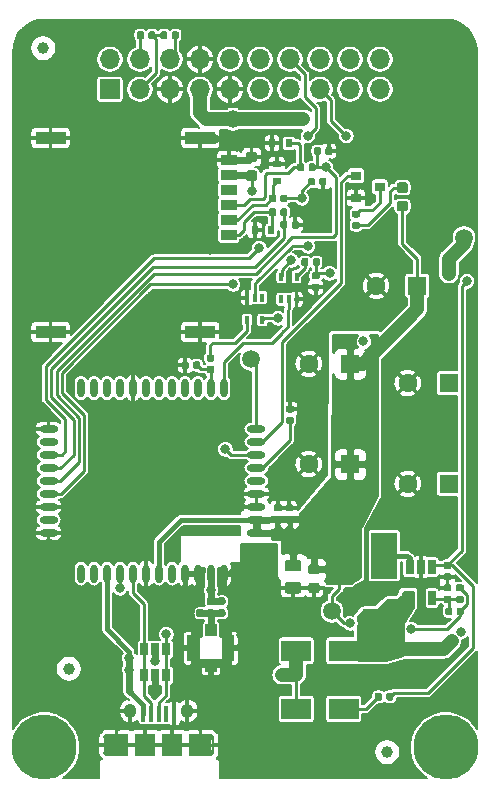
<source format=gtl>
G04 #@! TF.GenerationSoftware,KiCad,Pcbnew,(5.1.5)-3*
G04 #@! TF.CreationDate,2020-06-30T19:55:35+10:00*
G04 #@! TF.ProjectId,cicada-2g,63696361-6461-42d3-9267-2e6b69636164,0.1*
G04 #@! TF.SameCoordinates,PX7cee6c0PY3dfd240*
G04 #@! TF.FileFunction,Copper,L1,Top*
G04 #@! TF.FilePolarity,Positive*
%FSLAX46Y46*%
G04 Gerber Fmt 4.6, Leading zero omitted, Abs format (unit mm)*
G04 Created by KiCad (PCBNEW (5.1.5)-3) date 2020-06-30 19:55:35*
%MOMM*%
%LPD*%
G04 APERTURE LIST*
%ADD10C,1.000000*%
%ADD11C,0.100000*%
%ADD12O,1.050000X1.250000*%
%ADD13R,0.400000X1.350000*%
%ADD14R,0.250000X1.400000*%
%ADD15R,1.850000X1.900000*%
%ADD16C,0.500000*%
%ADD17O,1.524000X1.900000*%
%ADD18R,1.800000X1.900000*%
%ADD19O,1.700000X1.700000*%
%ADD20R,1.700000X1.700000*%
%ADD21R,1.050000X2.200000*%
%ADD22R,1.000000X1.000000*%
%ADD23R,2.200000X3.900000*%
%ADD24R,2.600000X1.100000*%
%ADD25R,1.350000X0.900000*%
%ADD26C,1.500000*%
%ADD27C,5.500000*%
%ADD28O,1.600000X0.600000*%
%ADD29O,0.600000X1.600000*%
%ADD30R,2.500000X1.800000*%
%ADD31R,0.650000X1.220000*%
%ADD32R,0.650000X1.060000*%
%ADD33R,0.600000X0.700000*%
%ADD34R,0.700000X0.600000*%
%ADD35C,1.600000*%
%ADD36R,1.600000X1.600000*%
%ADD37R,0.900000X0.800000*%
%ADD38R,0.400000X0.650000*%
%ADD39C,0.800000*%
%ADD40C,0.600000*%
%ADD41C,0.250000*%
%ADD42C,0.400000*%
%ADD43C,1.200000*%
%ADD44C,0.200000*%
%ADD45C,0.254000*%
G04 APERTURE END LIST*
D10*
X12040000Y-57390000D03*
X-14910000Y-50350000D03*
X-17090000Y2220000D03*
G04 #@! TA.AperFunction,SMDPad,CuDef*
D11*
G36*
X5795958Y-8773910D02*
G01*
X5810276Y-8776034D01*
X5824317Y-8779551D01*
X5837946Y-8784428D01*
X5851031Y-8790617D01*
X5863447Y-8798058D01*
X5875073Y-8806681D01*
X5885798Y-8816402D01*
X5895519Y-8827127D01*
X5904142Y-8838753D01*
X5911583Y-8851169D01*
X5917772Y-8864254D01*
X5922649Y-8877883D01*
X5926166Y-8891924D01*
X5928290Y-8906242D01*
X5929000Y-8920700D01*
X5929000Y-9265700D01*
X5928290Y-9280158D01*
X5926166Y-9294476D01*
X5922649Y-9308517D01*
X5917772Y-9322146D01*
X5911583Y-9335231D01*
X5904142Y-9347647D01*
X5895519Y-9359273D01*
X5885798Y-9369998D01*
X5875073Y-9379719D01*
X5863447Y-9388342D01*
X5851031Y-9395783D01*
X5837946Y-9401972D01*
X5824317Y-9406849D01*
X5810276Y-9410366D01*
X5795958Y-9412490D01*
X5781500Y-9413200D01*
X5486500Y-9413200D01*
X5472042Y-9412490D01*
X5457724Y-9410366D01*
X5443683Y-9406849D01*
X5430054Y-9401972D01*
X5416969Y-9395783D01*
X5404553Y-9388342D01*
X5392927Y-9379719D01*
X5382202Y-9369998D01*
X5372481Y-9359273D01*
X5363858Y-9347647D01*
X5356417Y-9335231D01*
X5350228Y-9322146D01*
X5345351Y-9308517D01*
X5341834Y-9294476D01*
X5339710Y-9280158D01*
X5339000Y-9265700D01*
X5339000Y-8920700D01*
X5339710Y-8906242D01*
X5341834Y-8891924D01*
X5345351Y-8877883D01*
X5350228Y-8864254D01*
X5356417Y-8851169D01*
X5363858Y-8838753D01*
X5372481Y-8827127D01*
X5382202Y-8816402D01*
X5392927Y-8806681D01*
X5404553Y-8798058D01*
X5416969Y-8790617D01*
X5430054Y-8784428D01*
X5443683Y-8779551D01*
X5457724Y-8776034D01*
X5472042Y-8773910D01*
X5486500Y-8773200D01*
X5781500Y-8773200D01*
X5795958Y-8773910D01*
G37*
G04 #@! TD.AperFunction*
G04 #@! TA.AperFunction,SMDPad,CuDef*
G36*
X6765958Y-8773910D02*
G01*
X6780276Y-8776034D01*
X6794317Y-8779551D01*
X6807946Y-8784428D01*
X6821031Y-8790617D01*
X6833447Y-8798058D01*
X6845073Y-8806681D01*
X6855798Y-8816402D01*
X6865519Y-8827127D01*
X6874142Y-8838753D01*
X6881583Y-8851169D01*
X6887772Y-8864254D01*
X6892649Y-8877883D01*
X6896166Y-8891924D01*
X6898290Y-8906242D01*
X6899000Y-8920700D01*
X6899000Y-9265700D01*
X6898290Y-9280158D01*
X6896166Y-9294476D01*
X6892649Y-9308517D01*
X6887772Y-9322146D01*
X6881583Y-9335231D01*
X6874142Y-9347647D01*
X6865519Y-9359273D01*
X6855798Y-9369998D01*
X6845073Y-9379719D01*
X6833447Y-9388342D01*
X6821031Y-9395783D01*
X6807946Y-9401972D01*
X6794317Y-9406849D01*
X6780276Y-9410366D01*
X6765958Y-9412490D01*
X6751500Y-9413200D01*
X6456500Y-9413200D01*
X6442042Y-9412490D01*
X6427724Y-9410366D01*
X6413683Y-9406849D01*
X6400054Y-9401972D01*
X6386969Y-9395783D01*
X6374553Y-9388342D01*
X6362927Y-9379719D01*
X6352202Y-9369998D01*
X6342481Y-9359273D01*
X6333858Y-9347647D01*
X6326417Y-9335231D01*
X6320228Y-9322146D01*
X6315351Y-9308517D01*
X6311834Y-9294476D01*
X6309710Y-9280158D01*
X6309000Y-9265700D01*
X6309000Y-8920700D01*
X6309710Y-8906242D01*
X6311834Y-8891924D01*
X6315351Y-8877883D01*
X6320228Y-8864254D01*
X6326417Y-8851169D01*
X6333858Y-8838753D01*
X6342481Y-8827127D01*
X6352202Y-8816402D01*
X6362927Y-8806681D01*
X6374553Y-8798058D01*
X6386969Y-8790617D01*
X6400054Y-8784428D01*
X6413683Y-8779551D01*
X6427724Y-8776034D01*
X6442042Y-8773910D01*
X6456500Y-8773200D01*
X6751500Y-8773200D01*
X6765958Y-8773910D01*
G37*
G04 #@! TD.AperFunction*
D12*
X-4875000Y-53900000D03*
X-9725000Y-53900000D03*
D13*
X-6000000Y-54125000D03*
X-6650000Y-54125000D03*
X-7300000Y-54125000D03*
X-7950000Y-54125000D03*
X-8600000Y-54125000D03*
D14*
X-2725000Y-56800000D03*
X-11875000Y-56800000D03*
D15*
X-3775000Y-56800000D03*
X-10825000Y-56800000D03*
D16*
X-2850000Y-57500000D03*
X-2850000Y-56100000D03*
X-11750000Y-57500000D03*
X-11750000Y-56100000D03*
D17*
X-3700000Y-56800000D03*
D18*
X-6150000Y-56800000D03*
X-8450000Y-56800000D03*
D17*
X-10900000Y-56800000D03*
D19*
X11430000Y1270000D03*
X11430000Y-1270000D03*
X8890000Y1270000D03*
X8890000Y-1270000D03*
X6350000Y1270000D03*
X6350000Y-1270000D03*
X3810000Y1270000D03*
X3810000Y-1270000D03*
X1270000Y1270000D03*
X1270000Y-1270000D03*
X-1270000Y1270000D03*
X-1270000Y-1270000D03*
X-3810000Y1270000D03*
X-3810000Y-1270000D03*
X-6350000Y1270000D03*
X-6350000Y-1270000D03*
X-8890000Y1270000D03*
X-8890000Y-1270000D03*
X-11430000Y1270000D03*
D20*
X-11430000Y-1270000D03*
D21*
X-1425000Y-48570000D03*
X-4375000Y-48570000D03*
D22*
X-2900000Y-50070000D03*
X-2900000Y-47070000D03*
D23*
X8006000Y-40767000D03*
X11806000Y-40767000D03*
D24*
X-3780200Y-5394000D03*
X-16460200Y-5394000D03*
X-16460200Y-21844000D03*
X-3780200Y-21844000D03*
D25*
X-1355200Y-13594000D03*
X-1355200Y-12324000D03*
X-1355200Y-11054000D03*
X-1355200Y-9784000D03*
X-1355200Y-8514000D03*
X-1355200Y-7244000D03*
G04 #@! TA.AperFunction,SMDPad,CuDef*
D11*
G36*
X9584958Y-12509710D02*
G01*
X9599276Y-12511834D01*
X9613317Y-12515351D01*
X9626946Y-12520228D01*
X9640031Y-12526417D01*
X9652447Y-12533858D01*
X9664073Y-12542481D01*
X9674798Y-12552202D01*
X9684519Y-12562927D01*
X9693142Y-12574553D01*
X9700583Y-12586969D01*
X9706772Y-12600054D01*
X9711649Y-12613683D01*
X9715166Y-12627724D01*
X9717290Y-12642042D01*
X9718000Y-12656500D01*
X9718000Y-12951500D01*
X9717290Y-12965958D01*
X9715166Y-12980276D01*
X9711649Y-12994317D01*
X9706772Y-13007946D01*
X9700583Y-13021031D01*
X9693142Y-13033447D01*
X9684519Y-13045073D01*
X9674798Y-13055798D01*
X9664073Y-13065519D01*
X9652447Y-13074142D01*
X9640031Y-13081583D01*
X9626946Y-13087772D01*
X9613317Y-13092649D01*
X9599276Y-13096166D01*
X9584958Y-13098290D01*
X9570500Y-13099000D01*
X9225500Y-13099000D01*
X9211042Y-13098290D01*
X9196724Y-13096166D01*
X9182683Y-13092649D01*
X9169054Y-13087772D01*
X9155969Y-13081583D01*
X9143553Y-13074142D01*
X9131927Y-13065519D01*
X9121202Y-13055798D01*
X9111481Y-13045073D01*
X9102858Y-13033447D01*
X9095417Y-13021031D01*
X9089228Y-13007946D01*
X9084351Y-12994317D01*
X9080834Y-12980276D01*
X9078710Y-12965958D01*
X9078000Y-12951500D01*
X9078000Y-12656500D01*
X9078710Y-12642042D01*
X9080834Y-12627724D01*
X9084351Y-12613683D01*
X9089228Y-12600054D01*
X9095417Y-12586969D01*
X9102858Y-12574553D01*
X9111481Y-12562927D01*
X9121202Y-12552202D01*
X9131927Y-12542481D01*
X9143553Y-12533858D01*
X9155969Y-12526417D01*
X9169054Y-12520228D01*
X9182683Y-12515351D01*
X9196724Y-12511834D01*
X9211042Y-12509710D01*
X9225500Y-12509000D01*
X9570500Y-12509000D01*
X9584958Y-12509710D01*
G37*
G04 #@! TD.AperFunction*
G04 #@! TA.AperFunction,SMDPad,CuDef*
G36*
X9584958Y-11539710D02*
G01*
X9599276Y-11541834D01*
X9613317Y-11545351D01*
X9626946Y-11550228D01*
X9640031Y-11556417D01*
X9652447Y-11563858D01*
X9664073Y-11572481D01*
X9674798Y-11582202D01*
X9684519Y-11592927D01*
X9693142Y-11604553D01*
X9700583Y-11616969D01*
X9706772Y-11630054D01*
X9711649Y-11643683D01*
X9715166Y-11657724D01*
X9717290Y-11672042D01*
X9718000Y-11686500D01*
X9718000Y-11981500D01*
X9717290Y-11995958D01*
X9715166Y-12010276D01*
X9711649Y-12024317D01*
X9706772Y-12037946D01*
X9700583Y-12051031D01*
X9693142Y-12063447D01*
X9684519Y-12075073D01*
X9674798Y-12085798D01*
X9664073Y-12095519D01*
X9652447Y-12104142D01*
X9640031Y-12111583D01*
X9626946Y-12117772D01*
X9613317Y-12122649D01*
X9599276Y-12126166D01*
X9584958Y-12128290D01*
X9570500Y-12129000D01*
X9225500Y-12129000D01*
X9211042Y-12128290D01*
X9196724Y-12126166D01*
X9182683Y-12122649D01*
X9169054Y-12117772D01*
X9155969Y-12111583D01*
X9143553Y-12104142D01*
X9131927Y-12095519D01*
X9121202Y-12085798D01*
X9111481Y-12075073D01*
X9102858Y-12063447D01*
X9095417Y-12051031D01*
X9089228Y-12037946D01*
X9084351Y-12024317D01*
X9080834Y-12010276D01*
X9078710Y-11995958D01*
X9078000Y-11981500D01*
X9078000Y-11686500D01*
X9078710Y-11672042D01*
X9080834Y-11657724D01*
X9084351Y-11643683D01*
X9089228Y-11630054D01*
X9095417Y-11616969D01*
X9102858Y-11604553D01*
X9111481Y-11592927D01*
X9121202Y-11582202D01*
X9131927Y-11572481D01*
X9143553Y-11563858D01*
X9155969Y-11556417D01*
X9169054Y-11550228D01*
X9182683Y-11545351D01*
X9196724Y-11541834D01*
X9211042Y-11539710D01*
X9225500Y-11539000D01*
X9570500Y-11539000D01*
X9584958Y-11539710D01*
G37*
G04 #@! TD.AperFunction*
G04 #@! TA.AperFunction,SMDPad,CuDef*
G36*
X3996958Y-28049710D02*
G01*
X4011276Y-28051834D01*
X4025317Y-28055351D01*
X4038946Y-28060228D01*
X4052031Y-28066417D01*
X4064447Y-28073858D01*
X4076073Y-28082481D01*
X4086798Y-28092202D01*
X4096519Y-28102927D01*
X4105142Y-28114553D01*
X4112583Y-28126969D01*
X4118772Y-28140054D01*
X4123649Y-28153683D01*
X4127166Y-28167724D01*
X4129290Y-28182042D01*
X4130000Y-28196500D01*
X4130000Y-28491500D01*
X4129290Y-28505958D01*
X4127166Y-28520276D01*
X4123649Y-28534317D01*
X4118772Y-28547946D01*
X4112583Y-28561031D01*
X4105142Y-28573447D01*
X4096519Y-28585073D01*
X4086798Y-28595798D01*
X4076073Y-28605519D01*
X4064447Y-28614142D01*
X4052031Y-28621583D01*
X4038946Y-28627772D01*
X4025317Y-28632649D01*
X4011276Y-28636166D01*
X3996958Y-28638290D01*
X3982500Y-28639000D01*
X3637500Y-28639000D01*
X3623042Y-28638290D01*
X3608724Y-28636166D01*
X3594683Y-28632649D01*
X3581054Y-28627772D01*
X3567969Y-28621583D01*
X3555553Y-28614142D01*
X3543927Y-28605519D01*
X3533202Y-28595798D01*
X3523481Y-28585073D01*
X3514858Y-28573447D01*
X3507417Y-28561031D01*
X3501228Y-28547946D01*
X3496351Y-28534317D01*
X3492834Y-28520276D01*
X3490710Y-28505958D01*
X3490000Y-28491500D01*
X3490000Y-28196500D01*
X3490710Y-28182042D01*
X3492834Y-28167724D01*
X3496351Y-28153683D01*
X3501228Y-28140054D01*
X3507417Y-28126969D01*
X3514858Y-28114553D01*
X3523481Y-28102927D01*
X3533202Y-28092202D01*
X3543927Y-28082481D01*
X3555553Y-28073858D01*
X3567969Y-28066417D01*
X3581054Y-28060228D01*
X3594683Y-28055351D01*
X3608724Y-28051834D01*
X3623042Y-28049710D01*
X3637500Y-28049000D01*
X3982500Y-28049000D01*
X3996958Y-28049710D01*
G37*
G04 #@! TD.AperFunction*
G04 #@! TA.AperFunction,SMDPad,CuDef*
G36*
X3996958Y-29019710D02*
G01*
X4011276Y-29021834D01*
X4025317Y-29025351D01*
X4038946Y-29030228D01*
X4052031Y-29036417D01*
X4064447Y-29043858D01*
X4076073Y-29052481D01*
X4086798Y-29062202D01*
X4096519Y-29072927D01*
X4105142Y-29084553D01*
X4112583Y-29096969D01*
X4118772Y-29110054D01*
X4123649Y-29123683D01*
X4127166Y-29137724D01*
X4129290Y-29152042D01*
X4130000Y-29166500D01*
X4130000Y-29461500D01*
X4129290Y-29475958D01*
X4127166Y-29490276D01*
X4123649Y-29504317D01*
X4118772Y-29517946D01*
X4112583Y-29531031D01*
X4105142Y-29543447D01*
X4096519Y-29555073D01*
X4086798Y-29565798D01*
X4076073Y-29575519D01*
X4064447Y-29584142D01*
X4052031Y-29591583D01*
X4038946Y-29597772D01*
X4025317Y-29602649D01*
X4011276Y-29606166D01*
X3996958Y-29608290D01*
X3982500Y-29609000D01*
X3637500Y-29609000D01*
X3623042Y-29608290D01*
X3608724Y-29606166D01*
X3594683Y-29602649D01*
X3581054Y-29597772D01*
X3567969Y-29591583D01*
X3555553Y-29584142D01*
X3543927Y-29575519D01*
X3533202Y-29565798D01*
X3523481Y-29555073D01*
X3514858Y-29543447D01*
X3507417Y-29531031D01*
X3501228Y-29517946D01*
X3496351Y-29504317D01*
X3492834Y-29490276D01*
X3490710Y-29475958D01*
X3490000Y-29461500D01*
X3490000Y-29166500D01*
X3490710Y-29152042D01*
X3492834Y-29137724D01*
X3496351Y-29123683D01*
X3501228Y-29110054D01*
X3507417Y-29096969D01*
X3514858Y-29084553D01*
X3523481Y-29072927D01*
X3533202Y-29062202D01*
X3543927Y-29052481D01*
X3555553Y-29043858D01*
X3567969Y-29036417D01*
X3581054Y-29030228D01*
X3594683Y-29025351D01*
X3608724Y-29021834D01*
X3623042Y-29019710D01*
X3637500Y-29019000D01*
X3982500Y-29019000D01*
X3996958Y-29019710D01*
G37*
G04 #@! TD.AperFunction*
D26*
X18542000Y-13843000D03*
D27*
X17000000Y-57000000D03*
X-17000000Y-57000000D03*
G04 #@! TA.AperFunction,SMDPad,CuDef*
D11*
G36*
X3936958Y-36420710D02*
G01*
X3951276Y-36422834D01*
X3965317Y-36426351D01*
X3978946Y-36431228D01*
X3992031Y-36437417D01*
X4004447Y-36444858D01*
X4016073Y-36453481D01*
X4026798Y-36463202D01*
X4036519Y-36473927D01*
X4045142Y-36485553D01*
X4052583Y-36497969D01*
X4058772Y-36511054D01*
X4063649Y-36524683D01*
X4067166Y-36538724D01*
X4069290Y-36553042D01*
X4070000Y-36567500D01*
X4070000Y-36862500D01*
X4069290Y-36876958D01*
X4067166Y-36891276D01*
X4063649Y-36905317D01*
X4058772Y-36918946D01*
X4052583Y-36932031D01*
X4045142Y-36944447D01*
X4036519Y-36956073D01*
X4026798Y-36966798D01*
X4016073Y-36976519D01*
X4004447Y-36985142D01*
X3992031Y-36992583D01*
X3978946Y-36998772D01*
X3965317Y-37003649D01*
X3951276Y-37007166D01*
X3936958Y-37009290D01*
X3922500Y-37010000D01*
X3577500Y-37010000D01*
X3563042Y-37009290D01*
X3548724Y-37007166D01*
X3534683Y-37003649D01*
X3521054Y-36998772D01*
X3507969Y-36992583D01*
X3495553Y-36985142D01*
X3483927Y-36976519D01*
X3473202Y-36966798D01*
X3463481Y-36956073D01*
X3454858Y-36944447D01*
X3447417Y-36932031D01*
X3441228Y-36918946D01*
X3436351Y-36905317D01*
X3432834Y-36891276D01*
X3430710Y-36876958D01*
X3430000Y-36862500D01*
X3430000Y-36567500D01*
X3430710Y-36553042D01*
X3432834Y-36538724D01*
X3436351Y-36524683D01*
X3441228Y-36511054D01*
X3447417Y-36497969D01*
X3454858Y-36485553D01*
X3463481Y-36473927D01*
X3473202Y-36463202D01*
X3483927Y-36453481D01*
X3495553Y-36444858D01*
X3507969Y-36437417D01*
X3521054Y-36431228D01*
X3534683Y-36426351D01*
X3548724Y-36422834D01*
X3563042Y-36420710D01*
X3577500Y-36420000D01*
X3922500Y-36420000D01*
X3936958Y-36420710D01*
G37*
G04 #@! TD.AperFunction*
G04 #@! TA.AperFunction,SMDPad,CuDef*
G36*
X3936958Y-37390710D02*
G01*
X3951276Y-37392834D01*
X3965317Y-37396351D01*
X3978946Y-37401228D01*
X3992031Y-37407417D01*
X4004447Y-37414858D01*
X4016073Y-37423481D01*
X4026798Y-37433202D01*
X4036519Y-37443927D01*
X4045142Y-37455553D01*
X4052583Y-37467969D01*
X4058772Y-37481054D01*
X4063649Y-37494683D01*
X4067166Y-37508724D01*
X4069290Y-37523042D01*
X4070000Y-37537500D01*
X4070000Y-37832500D01*
X4069290Y-37846958D01*
X4067166Y-37861276D01*
X4063649Y-37875317D01*
X4058772Y-37888946D01*
X4052583Y-37902031D01*
X4045142Y-37914447D01*
X4036519Y-37926073D01*
X4026798Y-37936798D01*
X4016073Y-37946519D01*
X4004447Y-37955142D01*
X3992031Y-37962583D01*
X3978946Y-37968772D01*
X3965317Y-37973649D01*
X3951276Y-37977166D01*
X3936958Y-37979290D01*
X3922500Y-37980000D01*
X3577500Y-37980000D01*
X3563042Y-37979290D01*
X3548724Y-37977166D01*
X3534683Y-37973649D01*
X3521054Y-37968772D01*
X3507969Y-37962583D01*
X3495553Y-37955142D01*
X3483927Y-37946519D01*
X3473202Y-37936798D01*
X3463481Y-37926073D01*
X3454858Y-37914447D01*
X3447417Y-37902031D01*
X3441228Y-37888946D01*
X3436351Y-37875317D01*
X3432834Y-37861276D01*
X3430710Y-37846958D01*
X3430000Y-37832500D01*
X3430000Y-37537500D01*
X3430710Y-37523042D01*
X3432834Y-37508724D01*
X3436351Y-37494683D01*
X3441228Y-37481054D01*
X3447417Y-37467969D01*
X3454858Y-37455553D01*
X3463481Y-37443927D01*
X3473202Y-37433202D01*
X3483927Y-37423481D01*
X3495553Y-37414858D01*
X3507969Y-37407417D01*
X3521054Y-37401228D01*
X3534683Y-37396351D01*
X3548724Y-37392834D01*
X3563042Y-37390710D01*
X3577500Y-37390000D01*
X3922500Y-37390000D01*
X3936958Y-37390710D01*
G37*
G04 #@! TD.AperFunction*
G04 #@! TA.AperFunction,SMDPad,CuDef*
G36*
X2986958Y-36420710D02*
G01*
X3001276Y-36422834D01*
X3015317Y-36426351D01*
X3028946Y-36431228D01*
X3042031Y-36437417D01*
X3054447Y-36444858D01*
X3066073Y-36453481D01*
X3076798Y-36463202D01*
X3086519Y-36473927D01*
X3095142Y-36485553D01*
X3102583Y-36497969D01*
X3108772Y-36511054D01*
X3113649Y-36524683D01*
X3117166Y-36538724D01*
X3119290Y-36553042D01*
X3120000Y-36567500D01*
X3120000Y-36862500D01*
X3119290Y-36876958D01*
X3117166Y-36891276D01*
X3113649Y-36905317D01*
X3108772Y-36918946D01*
X3102583Y-36932031D01*
X3095142Y-36944447D01*
X3086519Y-36956073D01*
X3076798Y-36966798D01*
X3066073Y-36976519D01*
X3054447Y-36985142D01*
X3042031Y-36992583D01*
X3028946Y-36998772D01*
X3015317Y-37003649D01*
X3001276Y-37007166D01*
X2986958Y-37009290D01*
X2972500Y-37010000D01*
X2627500Y-37010000D01*
X2613042Y-37009290D01*
X2598724Y-37007166D01*
X2584683Y-37003649D01*
X2571054Y-36998772D01*
X2557969Y-36992583D01*
X2545553Y-36985142D01*
X2533927Y-36976519D01*
X2523202Y-36966798D01*
X2513481Y-36956073D01*
X2504858Y-36944447D01*
X2497417Y-36932031D01*
X2491228Y-36918946D01*
X2486351Y-36905317D01*
X2482834Y-36891276D01*
X2480710Y-36876958D01*
X2480000Y-36862500D01*
X2480000Y-36567500D01*
X2480710Y-36553042D01*
X2482834Y-36538724D01*
X2486351Y-36524683D01*
X2491228Y-36511054D01*
X2497417Y-36497969D01*
X2504858Y-36485553D01*
X2513481Y-36473927D01*
X2523202Y-36463202D01*
X2533927Y-36453481D01*
X2545553Y-36444858D01*
X2557969Y-36437417D01*
X2571054Y-36431228D01*
X2584683Y-36426351D01*
X2598724Y-36422834D01*
X2613042Y-36420710D01*
X2627500Y-36420000D01*
X2972500Y-36420000D01*
X2986958Y-36420710D01*
G37*
G04 #@! TD.AperFunction*
G04 #@! TA.AperFunction,SMDPad,CuDef*
G36*
X2986958Y-37390710D02*
G01*
X3001276Y-37392834D01*
X3015317Y-37396351D01*
X3028946Y-37401228D01*
X3042031Y-37407417D01*
X3054447Y-37414858D01*
X3066073Y-37423481D01*
X3076798Y-37433202D01*
X3086519Y-37443927D01*
X3095142Y-37455553D01*
X3102583Y-37467969D01*
X3108772Y-37481054D01*
X3113649Y-37494683D01*
X3117166Y-37508724D01*
X3119290Y-37523042D01*
X3120000Y-37537500D01*
X3120000Y-37832500D01*
X3119290Y-37846958D01*
X3117166Y-37861276D01*
X3113649Y-37875317D01*
X3108772Y-37888946D01*
X3102583Y-37902031D01*
X3095142Y-37914447D01*
X3086519Y-37926073D01*
X3076798Y-37936798D01*
X3066073Y-37946519D01*
X3054447Y-37955142D01*
X3042031Y-37962583D01*
X3028946Y-37968772D01*
X3015317Y-37973649D01*
X3001276Y-37977166D01*
X2986958Y-37979290D01*
X2972500Y-37980000D01*
X2627500Y-37980000D01*
X2613042Y-37979290D01*
X2598724Y-37977166D01*
X2584683Y-37973649D01*
X2571054Y-37968772D01*
X2557969Y-37962583D01*
X2545553Y-37955142D01*
X2533927Y-37946519D01*
X2523202Y-37936798D01*
X2513481Y-37926073D01*
X2504858Y-37914447D01*
X2497417Y-37902031D01*
X2491228Y-37888946D01*
X2486351Y-37875317D01*
X2482834Y-37861276D01*
X2480710Y-37846958D01*
X2480000Y-37832500D01*
X2480000Y-37537500D01*
X2480710Y-37523042D01*
X2482834Y-37508724D01*
X2486351Y-37494683D01*
X2491228Y-37481054D01*
X2497417Y-37467969D01*
X2504858Y-37455553D01*
X2513481Y-37443927D01*
X2523202Y-37433202D01*
X2533927Y-37423481D01*
X2545553Y-37414858D01*
X2557969Y-37407417D01*
X2571054Y-37401228D01*
X2584683Y-37396351D01*
X2598724Y-37392834D01*
X2613042Y-37390710D01*
X2627500Y-37390000D01*
X2972500Y-37390000D01*
X2986958Y-37390710D01*
G37*
G04 #@! TD.AperFunction*
G04 #@! TA.AperFunction,SMDPad,CuDef*
G36*
X-848042Y-45280710D02*
G01*
X-833724Y-45282834D01*
X-819683Y-45286351D01*
X-806054Y-45291228D01*
X-792969Y-45297417D01*
X-780553Y-45304858D01*
X-768927Y-45313481D01*
X-758202Y-45323202D01*
X-748481Y-45333927D01*
X-739858Y-45345553D01*
X-732417Y-45357969D01*
X-726228Y-45371054D01*
X-721351Y-45384683D01*
X-717834Y-45398724D01*
X-715710Y-45413042D01*
X-715000Y-45427500D01*
X-715000Y-45772500D01*
X-715710Y-45786958D01*
X-717834Y-45801276D01*
X-721351Y-45815317D01*
X-726228Y-45828946D01*
X-732417Y-45842031D01*
X-739858Y-45854447D01*
X-748481Y-45866073D01*
X-758202Y-45876798D01*
X-768927Y-45886519D01*
X-780553Y-45895142D01*
X-792969Y-45902583D01*
X-806054Y-45908772D01*
X-819683Y-45913649D01*
X-833724Y-45917166D01*
X-848042Y-45919290D01*
X-862500Y-45920000D01*
X-1157500Y-45920000D01*
X-1171958Y-45919290D01*
X-1186276Y-45917166D01*
X-1200317Y-45913649D01*
X-1213946Y-45908772D01*
X-1227031Y-45902583D01*
X-1239447Y-45895142D01*
X-1251073Y-45886519D01*
X-1261798Y-45876798D01*
X-1271519Y-45866073D01*
X-1280142Y-45854447D01*
X-1287583Y-45842031D01*
X-1293772Y-45828946D01*
X-1298649Y-45815317D01*
X-1302166Y-45801276D01*
X-1304290Y-45786958D01*
X-1305000Y-45772500D01*
X-1305000Y-45427500D01*
X-1304290Y-45413042D01*
X-1302166Y-45398724D01*
X-1298649Y-45384683D01*
X-1293772Y-45371054D01*
X-1287583Y-45357969D01*
X-1280142Y-45345553D01*
X-1271519Y-45333927D01*
X-1261798Y-45323202D01*
X-1251073Y-45313481D01*
X-1239447Y-45304858D01*
X-1227031Y-45297417D01*
X-1213946Y-45291228D01*
X-1200317Y-45286351D01*
X-1186276Y-45282834D01*
X-1171958Y-45280710D01*
X-1157500Y-45280000D01*
X-862500Y-45280000D01*
X-848042Y-45280710D01*
G37*
G04 #@! TD.AperFunction*
G04 #@! TA.AperFunction,SMDPad,CuDef*
G36*
X-1818042Y-45280710D02*
G01*
X-1803724Y-45282834D01*
X-1789683Y-45286351D01*
X-1776054Y-45291228D01*
X-1762969Y-45297417D01*
X-1750553Y-45304858D01*
X-1738927Y-45313481D01*
X-1728202Y-45323202D01*
X-1718481Y-45333927D01*
X-1709858Y-45345553D01*
X-1702417Y-45357969D01*
X-1696228Y-45371054D01*
X-1691351Y-45384683D01*
X-1687834Y-45398724D01*
X-1685710Y-45413042D01*
X-1685000Y-45427500D01*
X-1685000Y-45772500D01*
X-1685710Y-45786958D01*
X-1687834Y-45801276D01*
X-1691351Y-45815317D01*
X-1696228Y-45828946D01*
X-1702417Y-45842031D01*
X-1709858Y-45854447D01*
X-1718481Y-45866073D01*
X-1728202Y-45876798D01*
X-1738927Y-45886519D01*
X-1750553Y-45895142D01*
X-1762969Y-45902583D01*
X-1776054Y-45908772D01*
X-1789683Y-45913649D01*
X-1803724Y-45917166D01*
X-1818042Y-45919290D01*
X-1832500Y-45920000D01*
X-2127500Y-45920000D01*
X-2141958Y-45919290D01*
X-2156276Y-45917166D01*
X-2170317Y-45913649D01*
X-2183946Y-45908772D01*
X-2197031Y-45902583D01*
X-2209447Y-45895142D01*
X-2221073Y-45886519D01*
X-2231798Y-45876798D01*
X-2241519Y-45866073D01*
X-2250142Y-45854447D01*
X-2257583Y-45842031D01*
X-2263772Y-45828946D01*
X-2268649Y-45815317D01*
X-2272166Y-45801276D01*
X-2274290Y-45786958D01*
X-2275000Y-45772500D01*
X-2275000Y-45427500D01*
X-2274290Y-45413042D01*
X-2272166Y-45398724D01*
X-2268649Y-45384683D01*
X-2263772Y-45371054D01*
X-2257583Y-45357969D01*
X-2250142Y-45345553D01*
X-2241519Y-45333927D01*
X-2231798Y-45323202D01*
X-2221073Y-45313481D01*
X-2209447Y-45304858D01*
X-2197031Y-45297417D01*
X-2183946Y-45291228D01*
X-2170317Y-45286351D01*
X-2156276Y-45282834D01*
X-2141958Y-45280710D01*
X-2127500Y-45280000D01*
X-1832500Y-45280000D01*
X-1818042Y-45280710D01*
G37*
G04 #@! TD.AperFunction*
G04 #@! TA.AperFunction,SMDPad,CuDef*
G36*
X-848042Y-44280710D02*
G01*
X-833724Y-44282834D01*
X-819683Y-44286351D01*
X-806054Y-44291228D01*
X-792969Y-44297417D01*
X-780553Y-44304858D01*
X-768927Y-44313481D01*
X-758202Y-44323202D01*
X-748481Y-44333927D01*
X-739858Y-44345553D01*
X-732417Y-44357969D01*
X-726228Y-44371054D01*
X-721351Y-44384683D01*
X-717834Y-44398724D01*
X-715710Y-44413042D01*
X-715000Y-44427500D01*
X-715000Y-44772500D01*
X-715710Y-44786958D01*
X-717834Y-44801276D01*
X-721351Y-44815317D01*
X-726228Y-44828946D01*
X-732417Y-44842031D01*
X-739858Y-44854447D01*
X-748481Y-44866073D01*
X-758202Y-44876798D01*
X-768927Y-44886519D01*
X-780553Y-44895142D01*
X-792969Y-44902583D01*
X-806054Y-44908772D01*
X-819683Y-44913649D01*
X-833724Y-44917166D01*
X-848042Y-44919290D01*
X-862500Y-44920000D01*
X-1157500Y-44920000D01*
X-1171958Y-44919290D01*
X-1186276Y-44917166D01*
X-1200317Y-44913649D01*
X-1213946Y-44908772D01*
X-1227031Y-44902583D01*
X-1239447Y-44895142D01*
X-1251073Y-44886519D01*
X-1261798Y-44876798D01*
X-1271519Y-44866073D01*
X-1280142Y-44854447D01*
X-1287583Y-44842031D01*
X-1293772Y-44828946D01*
X-1298649Y-44815317D01*
X-1302166Y-44801276D01*
X-1304290Y-44786958D01*
X-1305000Y-44772500D01*
X-1305000Y-44427500D01*
X-1304290Y-44413042D01*
X-1302166Y-44398724D01*
X-1298649Y-44384683D01*
X-1293772Y-44371054D01*
X-1287583Y-44357969D01*
X-1280142Y-44345553D01*
X-1271519Y-44333927D01*
X-1261798Y-44323202D01*
X-1251073Y-44313481D01*
X-1239447Y-44304858D01*
X-1227031Y-44297417D01*
X-1213946Y-44291228D01*
X-1200317Y-44286351D01*
X-1186276Y-44282834D01*
X-1171958Y-44280710D01*
X-1157500Y-44280000D01*
X-862500Y-44280000D01*
X-848042Y-44280710D01*
G37*
G04 #@! TD.AperFunction*
G04 #@! TA.AperFunction,SMDPad,CuDef*
G36*
X-1818042Y-44280710D02*
G01*
X-1803724Y-44282834D01*
X-1789683Y-44286351D01*
X-1776054Y-44291228D01*
X-1762969Y-44297417D01*
X-1750553Y-44304858D01*
X-1738927Y-44313481D01*
X-1728202Y-44323202D01*
X-1718481Y-44333927D01*
X-1709858Y-44345553D01*
X-1702417Y-44357969D01*
X-1696228Y-44371054D01*
X-1691351Y-44384683D01*
X-1687834Y-44398724D01*
X-1685710Y-44413042D01*
X-1685000Y-44427500D01*
X-1685000Y-44772500D01*
X-1685710Y-44786958D01*
X-1687834Y-44801276D01*
X-1691351Y-44815317D01*
X-1696228Y-44828946D01*
X-1702417Y-44842031D01*
X-1709858Y-44854447D01*
X-1718481Y-44866073D01*
X-1728202Y-44876798D01*
X-1738927Y-44886519D01*
X-1750553Y-44895142D01*
X-1762969Y-44902583D01*
X-1776054Y-44908772D01*
X-1789683Y-44913649D01*
X-1803724Y-44917166D01*
X-1818042Y-44919290D01*
X-1832500Y-44920000D01*
X-2127500Y-44920000D01*
X-2141958Y-44919290D01*
X-2156276Y-44917166D01*
X-2170317Y-44913649D01*
X-2183946Y-44908772D01*
X-2197031Y-44902583D01*
X-2209447Y-44895142D01*
X-2221073Y-44886519D01*
X-2231798Y-44876798D01*
X-2241519Y-44866073D01*
X-2250142Y-44854447D01*
X-2257583Y-44842031D01*
X-2263772Y-44828946D01*
X-2268649Y-44815317D01*
X-2272166Y-44801276D01*
X-2274290Y-44786958D01*
X-2275000Y-44772500D01*
X-2275000Y-44427500D01*
X-2274290Y-44413042D01*
X-2272166Y-44398724D01*
X-2268649Y-44384683D01*
X-2263772Y-44371054D01*
X-2257583Y-44357969D01*
X-2250142Y-44345553D01*
X-2241519Y-44333927D01*
X-2231798Y-44323202D01*
X-2221073Y-44313481D01*
X-2209447Y-44304858D01*
X-2197031Y-44297417D01*
X-2183946Y-44291228D01*
X-2170317Y-44286351D01*
X-2156276Y-44282834D01*
X-2141958Y-44280710D01*
X-2127500Y-44280000D01*
X-1832500Y-44280000D01*
X-1818042Y-44280710D01*
G37*
G04 #@! TD.AperFunction*
G04 #@! TA.AperFunction,SMDPad,CuDef*
G36*
X-2713042Y-44340710D02*
G01*
X-2698724Y-44342834D01*
X-2684683Y-44346351D01*
X-2671054Y-44351228D01*
X-2657969Y-44357417D01*
X-2645553Y-44364858D01*
X-2633927Y-44373481D01*
X-2623202Y-44383202D01*
X-2613481Y-44393927D01*
X-2604858Y-44405553D01*
X-2597417Y-44417969D01*
X-2591228Y-44431054D01*
X-2586351Y-44444683D01*
X-2582834Y-44458724D01*
X-2580710Y-44473042D01*
X-2580000Y-44487500D01*
X-2580000Y-44782500D01*
X-2580710Y-44796958D01*
X-2582834Y-44811276D01*
X-2586351Y-44825317D01*
X-2591228Y-44838946D01*
X-2597417Y-44852031D01*
X-2604858Y-44864447D01*
X-2613481Y-44876073D01*
X-2623202Y-44886798D01*
X-2633927Y-44896519D01*
X-2645553Y-44905142D01*
X-2657969Y-44912583D01*
X-2671054Y-44918772D01*
X-2684683Y-44923649D01*
X-2698724Y-44927166D01*
X-2713042Y-44929290D01*
X-2727500Y-44930000D01*
X-3072500Y-44930000D01*
X-3086958Y-44929290D01*
X-3101276Y-44927166D01*
X-3115317Y-44923649D01*
X-3128946Y-44918772D01*
X-3142031Y-44912583D01*
X-3154447Y-44905142D01*
X-3166073Y-44896519D01*
X-3176798Y-44886798D01*
X-3186519Y-44876073D01*
X-3195142Y-44864447D01*
X-3202583Y-44852031D01*
X-3208772Y-44838946D01*
X-3213649Y-44825317D01*
X-3217166Y-44811276D01*
X-3219290Y-44796958D01*
X-3220000Y-44782500D01*
X-3220000Y-44487500D01*
X-3219290Y-44473042D01*
X-3217166Y-44458724D01*
X-3213649Y-44444683D01*
X-3208772Y-44431054D01*
X-3202583Y-44417969D01*
X-3195142Y-44405553D01*
X-3186519Y-44393927D01*
X-3176798Y-44383202D01*
X-3166073Y-44373481D01*
X-3154447Y-44364858D01*
X-3142031Y-44357417D01*
X-3128946Y-44351228D01*
X-3115317Y-44346351D01*
X-3101276Y-44342834D01*
X-3086958Y-44340710D01*
X-3072500Y-44340000D01*
X-2727500Y-44340000D01*
X-2713042Y-44340710D01*
G37*
G04 #@! TD.AperFunction*
G04 #@! TA.AperFunction,SMDPad,CuDef*
G36*
X-2713042Y-45310710D02*
G01*
X-2698724Y-45312834D01*
X-2684683Y-45316351D01*
X-2671054Y-45321228D01*
X-2657969Y-45327417D01*
X-2645553Y-45334858D01*
X-2633927Y-45343481D01*
X-2623202Y-45353202D01*
X-2613481Y-45363927D01*
X-2604858Y-45375553D01*
X-2597417Y-45387969D01*
X-2591228Y-45401054D01*
X-2586351Y-45414683D01*
X-2582834Y-45428724D01*
X-2580710Y-45443042D01*
X-2580000Y-45457500D01*
X-2580000Y-45752500D01*
X-2580710Y-45766958D01*
X-2582834Y-45781276D01*
X-2586351Y-45795317D01*
X-2591228Y-45808946D01*
X-2597417Y-45822031D01*
X-2604858Y-45834447D01*
X-2613481Y-45846073D01*
X-2623202Y-45856798D01*
X-2633927Y-45866519D01*
X-2645553Y-45875142D01*
X-2657969Y-45882583D01*
X-2671054Y-45888772D01*
X-2684683Y-45893649D01*
X-2698724Y-45897166D01*
X-2713042Y-45899290D01*
X-2727500Y-45900000D01*
X-3072500Y-45900000D01*
X-3086958Y-45899290D01*
X-3101276Y-45897166D01*
X-3115317Y-45893649D01*
X-3128946Y-45888772D01*
X-3142031Y-45882583D01*
X-3154447Y-45875142D01*
X-3166073Y-45866519D01*
X-3176798Y-45856798D01*
X-3186519Y-45846073D01*
X-3195142Y-45834447D01*
X-3202583Y-45822031D01*
X-3208772Y-45808946D01*
X-3213649Y-45795317D01*
X-3217166Y-45781276D01*
X-3219290Y-45766958D01*
X-3220000Y-45752500D01*
X-3220000Y-45457500D01*
X-3219290Y-45443042D01*
X-3217166Y-45428724D01*
X-3213649Y-45414683D01*
X-3208772Y-45401054D01*
X-3202583Y-45387969D01*
X-3195142Y-45375553D01*
X-3186519Y-45363927D01*
X-3176798Y-45353202D01*
X-3166073Y-45343481D01*
X-3154447Y-45334858D01*
X-3142031Y-45327417D01*
X-3128946Y-45321228D01*
X-3115317Y-45316351D01*
X-3101276Y-45312834D01*
X-3086958Y-45310710D01*
X-3072500Y-45310000D01*
X-2727500Y-45310000D01*
X-2713042Y-45310710D01*
G37*
G04 #@! TD.AperFunction*
D28*
X975000Y-30025000D03*
X975000Y-31125000D03*
X975000Y-32225000D03*
X975000Y-33325000D03*
X975000Y-34425000D03*
X975000Y-35525000D03*
X975000Y-36625000D03*
X975000Y-37725000D03*
X975000Y-38825000D03*
D29*
X-1775000Y-42275000D03*
X-2875000Y-42275000D03*
X-3975000Y-42275000D03*
X-5075000Y-42275000D03*
X-6175000Y-42275000D03*
X-7275000Y-42275000D03*
X-8375000Y-42275000D03*
X-9475000Y-42275000D03*
X-10575000Y-42275000D03*
X-11675000Y-42275000D03*
X-12775000Y-42275000D03*
X-13875000Y-42275000D03*
D28*
X-16625000Y-38825000D03*
X-16625000Y-37725000D03*
X-16625000Y-36625000D03*
X-16625000Y-35525000D03*
X-16625000Y-34425000D03*
X-16625000Y-33325000D03*
X-16625000Y-32225000D03*
X-16625000Y-31125000D03*
X-16625000Y-30025000D03*
D29*
X-13875000Y-26575000D03*
X-12775000Y-26575000D03*
X-11675000Y-26575000D03*
X-10575000Y-26575000D03*
X-9475000Y-26575000D03*
X-8375000Y-26575000D03*
X-7275000Y-26575000D03*
X-6175000Y-26575000D03*
X-5075000Y-26575000D03*
X-3975000Y-26575000D03*
X-2875000Y-26575000D03*
X-1775000Y-26575000D03*
D30*
X4350000Y-48800000D03*
X8350000Y-48800000D03*
G04 #@! TA.AperFunction,SMDPad,CuDef*
D11*
G36*
X17336958Y-44165710D02*
G01*
X17351276Y-44167834D01*
X17365317Y-44171351D01*
X17378946Y-44176228D01*
X17392031Y-44182417D01*
X17404447Y-44189858D01*
X17416073Y-44198481D01*
X17426798Y-44208202D01*
X17436519Y-44218927D01*
X17445142Y-44230553D01*
X17452583Y-44242969D01*
X17458772Y-44256054D01*
X17463649Y-44269683D01*
X17467166Y-44283724D01*
X17469290Y-44298042D01*
X17470000Y-44312500D01*
X17470000Y-44607500D01*
X17469290Y-44621958D01*
X17467166Y-44636276D01*
X17463649Y-44650317D01*
X17458772Y-44663946D01*
X17452583Y-44677031D01*
X17445142Y-44689447D01*
X17436519Y-44701073D01*
X17426798Y-44711798D01*
X17416073Y-44721519D01*
X17404447Y-44730142D01*
X17392031Y-44737583D01*
X17378946Y-44743772D01*
X17365317Y-44748649D01*
X17351276Y-44752166D01*
X17336958Y-44754290D01*
X17322500Y-44755000D01*
X16977500Y-44755000D01*
X16963042Y-44754290D01*
X16948724Y-44752166D01*
X16934683Y-44748649D01*
X16921054Y-44743772D01*
X16907969Y-44737583D01*
X16895553Y-44730142D01*
X16883927Y-44721519D01*
X16873202Y-44711798D01*
X16863481Y-44701073D01*
X16854858Y-44689447D01*
X16847417Y-44677031D01*
X16841228Y-44663946D01*
X16836351Y-44650317D01*
X16832834Y-44636276D01*
X16830710Y-44621958D01*
X16830000Y-44607500D01*
X16830000Y-44312500D01*
X16830710Y-44298042D01*
X16832834Y-44283724D01*
X16836351Y-44269683D01*
X16841228Y-44256054D01*
X16847417Y-44242969D01*
X16854858Y-44230553D01*
X16863481Y-44218927D01*
X16873202Y-44208202D01*
X16883927Y-44198481D01*
X16895553Y-44189858D01*
X16907969Y-44182417D01*
X16921054Y-44176228D01*
X16934683Y-44171351D01*
X16948724Y-44167834D01*
X16963042Y-44165710D01*
X16977500Y-44165000D01*
X17322500Y-44165000D01*
X17336958Y-44165710D01*
G37*
G04 #@! TD.AperFunction*
G04 #@! TA.AperFunction,SMDPad,CuDef*
G36*
X17336958Y-43195710D02*
G01*
X17351276Y-43197834D01*
X17365317Y-43201351D01*
X17378946Y-43206228D01*
X17392031Y-43212417D01*
X17404447Y-43219858D01*
X17416073Y-43228481D01*
X17426798Y-43238202D01*
X17436519Y-43248927D01*
X17445142Y-43260553D01*
X17452583Y-43272969D01*
X17458772Y-43286054D01*
X17463649Y-43299683D01*
X17467166Y-43313724D01*
X17469290Y-43328042D01*
X17470000Y-43342500D01*
X17470000Y-43637500D01*
X17469290Y-43651958D01*
X17467166Y-43666276D01*
X17463649Y-43680317D01*
X17458772Y-43693946D01*
X17452583Y-43707031D01*
X17445142Y-43719447D01*
X17436519Y-43731073D01*
X17426798Y-43741798D01*
X17416073Y-43751519D01*
X17404447Y-43760142D01*
X17392031Y-43767583D01*
X17378946Y-43773772D01*
X17365317Y-43778649D01*
X17351276Y-43782166D01*
X17336958Y-43784290D01*
X17322500Y-43785000D01*
X16977500Y-43785000D01*
X16963042Y-43784290D01*
X16948724Y-43782166D01*
X16934683Y-43778649D01*
X16921054Y-43773772D01*
X16907969Y-43767583D01*
X16895553Y-43760142D01*
X16883927Y-43751519D01*
X16873202Y-43741798D01*
X16863481Y-43731073D01*
X16854858Y-43719447D01*
X16847417Y-43707031D01*
X16841228Y-43693946D01*
X16836351Y-43680317D01*
X16832834Y-43666276D01*
X16830710Y-43651958D01*
X16830000Y-43637500D01*
X16830000Y-43342500D01*
X16830710Y-43328042D01*
X16832834Y-43313724D01*
X16836351Y-43299683D01*
X16841228Y-43286054D01*
X16847417Y-43272969D01*
X16854858Y-43260553D01*
X16863481Y-43248927D01*
X16873202Y-43238202D01*
X16883927Y-43228481D01*
X16895553Y-43219858D01*
X16907969Y-43212417D01*
X16921054Y-43206228D01*
X16934683Y-43201351D01*
X16948724Y-43197834D01*
X16963042Y-43195710D01*
X16977500Y-43195000D01*
X17322500Y-43195000D01*
X17336958Y-43195710D01*
G37*
G04 #@! TD.AperFunction*
G04 #@! TA.AperFunction,SMDPad,CuDef*
G36*
X17336958Y-42265710D02*
G01*
X17351276Y-42267834D01*
X17365317Y-42271351D01*
X17378946Y-42276228D01*
X17392031Y-42282417D01*
X17404447Y-42289858D01*
X17416073Y-42298481D01*
X17426798Y-42308202D01*
X17436519Y-42318927D01*
X17445142Y-42330553D01*
X17452583Y-42342969D01*
X17458772Y-42356054D01*
X17463649Y-42369683D01*
X17467166Y-42383724D01*
X17469290Y-42398042D01*
X17470000Y-42412500D01*
X17470000Y-42707500D01*
X17469290Y-42721958D01*
X17467166Y-42736276D01*
X17463649Y-42750317D01*
X17458772Y-42763946D01*
X17452583Y-42777031D01*
X17445142Y-42789447D01*
X17436519Y-42801073D01*
X17426798Y-42811798D01*
X17416073Y-42821519D01*
X17404447Y-42830142D01*
X17392031Y-42837583D01*
X17378946Y-42843772D01*
X17365317Y-42848649D01*
X17351276Y-42852166D01*
X17336958Y-42854290D01*
X17322500Y-42855000D01*
X16977500Y-42855000D01*
X16963042Y-42854290D01*
X16948724Y-42852166D01*
X16934683Y-42848649D01*
X16921054Y-42843772D01*
X16907969Y-42837583D01*
X16895553Y-42830142D01*
X16883927Y-42821519D01*
X16873202Y-42811798D01*
X16863481Y-42801073D01*
X16854858Y-42789447D01*
X16847417Y-42777031D01*
X16841228Y-42763946D01*
X16836351Y-42750317D01*
X16832834Y-42736276D01*
X16830710Y-42721958D01*
X16830000Y-42707500D01*
X16830000Y-42412500D01*
X16830710Y-42398042D01*
X16832834Y-42383724D01*
X16836351Y-42369683D01*
X16841228Y-42356054D01*
X16847417Y-42342969D01*
X16854858Y-42330553D01*
X16863481Y-42318927D01*
X16873202Y-42308202D01*
X16883927Y-42298481D01*
X16895553Y-42289858D01*
X16907969Y-42282417D01*
X16921054Y-42276228D01*
X16934683Y-42271351D01*
X16948724Y-42267834D01*
X16963042Y-42265710D01*
X16977500Y-42265000D01*
X17322500Y-42265000D01*
X17336958Y-42265710D01*
G37*
G04 #@! TD.AperFunction*
G04 #@! TA.AperFunction,SMDPad,CuDef*
G36*
X17336958Y-41295710D02*
G01*
X17351276Y-41297834D01*
X17365317Y-41301351D01*
X17378946Y-41306228D01*
X17392031Y-41312417D01*
X17404447Y-41319858D01*
X17416073Y-41328481D01*
X17426798Y-41338202D01*
X17436519Y-41348927D01*
X17445142Y-41360553D01*
X17452583Y-41372969D01*
X17458772Y-41386054D01*
X17463649Y-41399683D01*
X17467166Y-41413724D01*
X17469290Y-41428042D01*
X17470000Y-41442500D01*
X17470000Y-41737500D01*
X17469290Y-41751958D01*
X17467166Y-41766276D01*
X17463649Y-41780317D01*
X17458772Y-41793946D01*
X17452583Y-41807031D01*
X17445142Y-41819447D01*
X17436519Y-41831073D01*
X17426798Y-41841798D01*
X17416073Y-41851519D01*
X17404447Y-41860142D01*
X17392031Y-41867583D01*
X17378946Y-41873772D01*
X17365317Y-41878649D01*
X17351276Y-41882166D01*
X17336958Y-41884290D01*
X17322500Y-41885000D01*
X16977500Y-41885000D01*
X16963042Y-41884290D01*
X16948724Y-41882166D01*
X16934683Y-41878649D01*
X16921054Y-41873772D01*
X16907969Y-41867583D01*
X16895553Y-41860142D01*
X16883927Y-41851519D01*
X16873202Y-41841798D01*
X16863481Y-41831073D01*
X16854858Y-41819447D01*
X16847417Y-41807031D01*
X16841228Y-41793946D01*
X16836351Y-41780317D01*
X16832834Y-41766276D01*
X16830710Y-41751958D01*
X16830000Y-41737500D01*
X16830000Y-41442500D01*
X16830710Y-41428042D01*
X16832834Y-41413724D01*
X16836351Y-41399683D01*
X16841228Y-41386054D01*
X16847417Y-41372969D01*
X16854858Y-41360553D01*
X16863481Y-41348927D01*
X16873202Y-41338202D01*
X16883927Y-41328481D01*
X16895553Y-41319858D01*
X16907969Y-41312417D01*
X16921054Y-41306228D01*
X16934683Y-41301351D01*
X16948724Y-41297834D01*
X16963042Y-41295710D01*
X16977500Y-41295000D01*
X17322500Y-41295000D01*
X17336958Y-41295710D01*
G37*
G04 #@! TD.AperFunction*
G04 #@! TA.AperFunction,SMDPad,CuDef*
G36*
X18384204Y-43195710D02*
G01*
X18398522Y-43197834D01*
X18412563Y-43201351D01*
X18426192Y-43206228D01*
X18439277Y-43212417D01*
X18451693Y-43219858D01*
X18463319Y-43228481D01*
X18474044Y-43238202D01*
X18483765Y-43248927D01*
X18492388Y-43260553D01*
X18499829Y-43272969D01*
X18506018Y-43286054D01*
X18510895Y-43299683D01*
X18514412Y-43313724D01*
X18516536Y-43328042D01*
X18517246Y-43342500D01*
X18517246Y-43637500D01*
X18516536Y-43651958D01*
X18514412Y-43666276D01*
X18510895Y-43680317D01*
X18506018Y-43693946D01*
X18499829Y-43707031D01*
X18492388Y-43719447D01*
X18483765Y-43731073D01*
X18474044Y-43741798D01*
X18463319Y-43751519D01*
X18451693Y-43760142D01*
X18439277Y-43767583D01*
X18426192Y-43773772D01*
X18412563Y-43778649D01*
X18398522Y-43782166D01*
X18384204Y-43784290D01*
X18369746Y-43785000D01*
X18024746Y-43785000D01*
X18010288Y-43784290D01*
X17995970Y-43782166D01*
X17981929Y-43778649D01*
X17968300Y-43773772D01*
X17955215Y-43767583D01*
X17942799Y-43760142D01*
X17931173Y-43751519D01*
X17920448Y-43741798D01*
X17910727Y-43731073D01*
X17902104Y-43719447D01*
X17894663Y-43707031D01*
X17888474Y-43693946D01*
X17883597Y-43680317D01*
X17880080Y-43666276D01*
X17877956Y-43651958D01*
X17877246Y-43637500D01*
X17877246Y-43342500D01*
X17877956Y-43328042D01*
X17880080Y-43313724D01*
X17883597Y-43299683D01*
X17888474Y-43286054D01*
X17894663Y-43272969D01*
X17902104Y-43260553D01*
X17910727Y-43248927D01*
X17920448Y-43238202D01*
X17931173Y-43228481D01*
X17942799Y-43219858D01*
X17955215Y-43212417D01*
X17968300Y-43206228D01*
X17981929Y-43201351D01*
X17995970Y-43197834D01*
X18010288Y-43195710D01*
X18024746Y-43195000D01*
X18369746Y-43195000D01*
X18384204Y-43195710D01*
G37*
G04 #@! TD.AperFunction*
G04 #@! TA.AperFunction,SMDPad,CuDef*
G36*
X18384204Y-44165710D02*
G01*
X18398522Y-44167834D01*
X18412563Y-44171351D01*
X18426192Y-44176228D01*
X18439277Y-44182417D01*
X18451693Y-44189858D01*
X18463319Y-44198481D01*
X18474044Y-44208202D01*
X18483765Y-44218927D01*
X18492388Y-44230553D01*
X18499829Y-44242969D01*
X18506018Y-44256054D01*
X18510895Y-44269683D01*
X18514412Y-44283724D01*
X18516536Y-44298042D01*
X18517246Y-44312500D01*
X18517246Y-44607500D01*
X18516536Y-44621958D01*
X18514412Y-44636276D01*
X18510895Y-44650317D01*
X18506018Y-44663946D01*
X18499829Y-44677031D01*
X18492388Y-44689447D01*
X18483765Y-44701073D01*
X18474044Y-44711798D01*
X18463319Y-44721519D01*
X18451693Y-44730142D01*
X18439277Y-44737583D01*
X18426192Y-44743772D01*
X18412563Y-44748649D01*
X18398522Y-44752166D01*
X18384204Y-44754290D01*
X18369746Y-44755000D01*
X18024746Y-44755000D01*
X18010288Y-44754290D01*
X17995970Y-44752166D01*
X17981929Y-44748649D01*
X17968300Y-44743772D01*
X17955215Y-44737583D01*
X17942799Y-44730142D01*
X17931173Y-44721519D01*
X17920448Y-44711798D01*
X17910727Y-44701073D01*
X17902104Y-44689447D01*
X17894663Y-44677031D01*
X17888474Y-44663946D01*
X17883597Y-44650317D01*
X17880080Y-44636276D01*
X17877956Y-44621958D01*
X17877246Y-44607500D01*
X17877246Y-44312500D01*
X17877956Y-44298042D01*
X17880080Y-44283724D01*
X17883597Y-44269683D01*
X17888474Y-44256054D01*
X17894663Y-44242969D01*
X17902104Y-44230553D01*
X17910727Y-44218927D01*
X17920448Y-44208202D01*
X17931173Y-44198481D01*
X17942799Y-44189858D01*
X17955215Y-44182417D01*
X17968300Y-44176228D01*
X17981929Y-44171351D01*
X17995970Y-44167834D01*
X18010288Y-44165710D01*
X18024746Y-44165000D01*
X18369746Y-44165000D01*
X18384204Y-44165710D01*
G37*
G04 #@! TD.AperFunction*
G04 #@! TA.AperFunction,SMDPad,CuDef*
G36*
X2493958Y-11364710D02*
G01*
X2508276Y-11366834D01*
X2522317Y-11370351D01*
X2535946Y-11375228D01*
X2549031Y-11381417D01*
X2561447Y-11388858D01*
X2573073Y-11397481D01*
X2583798Y-11407202D01*
X2593519Y-11417927D01*
X2602142Y-11429553D01*
X2609583Y-11441969D01*
X2615772Y-11455054D01*
X2620649Y-11468683D01*
X2624166Y-11482724D01*
X2626290Y-11497042D01*
X2627000Y-11511500D01*
X2627000Y-11856500D01*
X2626290Y-11870958D01*
X2624166Y-11885276D01*
X2620649Y-11899317D01*
X2615772Y-11912946D01*
X2609583Y-11926031D01*
X2602142Y-11938447D01*
X2593519Y-11950073D01*
X2583798Y-11960798D01*
X2573073Y-11970519D01*
X2561447Y-11979142D01*
X2549031Y-11986583D01*
X2535946Y-11992772D01*
X2522317Y-11997649D01*
X2508276Y-12001166D01*
X2493958Y-12003290D01*
X2479500Y-12004000D01*
X2184500Y-12004000D01*
X2170042Y-12003290D01*
X2155724Y-12001166D01*
X2141683Y-11997649D01*
X2128054Y-11992772D01*
X2114969Y-11986583D01*
X2102553Y-11979142D01*
X2090927Y-11970519D01*
X2080202Y-11960798D01*
X2070481Y-11950073D01*
X2061858Y-11938447D01*
X2054417Y-11926031D01*
X2048228Y-11912946D01*
X2043351Y-11899317D01*
X2039834Y-11885276D01*
X2037710Y-11870958D01*
X2037000Y-11856500D01*
X2037000Y-11511500D01*
X2037710Y-11497042D01*
X2039834Y-11482724D01*
X2043351Y-11468683D01*
X2048228Y-11455054D01*
X2054417Y-11441969D01*
X2061858Y-11429553D01*
X2070481Y-11417927D01*
X2080202Y-11407202D01*
X2090927Y-11397481D01*
X2102553Y-11388858D01*
X2114969Y-11381417D01*
X2128054Y-11375228D01*
X2141683Y-11370351D01*
X2155724Y-11366834D01*
X2170042Y-11364710D01*
X2184500Y-11364000D01*
X2479500Y-11364000D01*
X2493958Y-11364710D01*
G37*
G04 #@! TD.AperFunction*
G04 #@! TA.AperFunction,SMDPad,CuDef*
G36*
X3463958Y-11364710D02*
G01*
X3478276Y-11366834D01*
X3492317Y-11370351D01*
X3505946Y-11375228D01*
X3519031Y-11381417D01*
X3531447Y-11388858D01*
X3543073Y-11397481D01*
X3553798Y-11407202D01*
X3563519Y-11417927D01*
X3572142Y-11429553D01*
X3579583Y-11441969D01*
X3585772Y-11455054D01*
X3590649Y-11468683D01*
X3594166Y-11482724D01*
X3596290Y-11497042D01*
X3597000Y-11511500D01*
X3597000Y-11856500D01*
X3596290Y-11870958D01*
X3594166Y-11885276D01*
X3590649Y-11899317D01*
X3585772Y-11912946D01*
X3579583Y-11926031D01*
X3572142Y-11938447D01*
X3563519Y-11950073D01*
X3553798Y-11960798D01*
X3543073Y-11970519D01*
X3531447Y-11979142D01*
X3519031Y-11986583D01*
X3505946Y-11992772D01*
X3492317Y-11997649D01*
X3478276Y-12001166D01*
X3463958Y-12003290D01*
X3449500Y-12004000D01*
X3154500Y-12004000D01*
X3140042Y-12003290D01*
X3125724Y-12001166D01*
X3111683Y-11997649D01*
X3098054Y-11992772D01*
X3084969Y-11986583D01*
X3072553Y-11979142D01*
X3060927Y-11970519D01*
X3050202Y-11960798D01*
X3040481Y-11950073D01*
X3031858Y-11938447D01*
X3024417Y-11926031D01*
X3018228Y-11912946D01*
X3013351Y-11899317D01*
X3009834Y-11885276D01*
X3007710Y-11870958D01*
X3007000Y-11856500D01*
X3007000Y-11511500D01*
X3007710Y-11497042D01*
X3009834Y-11482724D01*
X3013351Y-11468683D01*
X3018228Y-11455054D01*
X3024417Y-11441969D01*
X3031858Y-11429553D01*
X3040481Y-11417927D01*
X3050202Y-11407202D01*
X3060927Y-11397481D01*
X3072553Y-11388858D01*
X3084969Y-11381417D01*
X3098054Y-11375228D01*
X3111683Y-11370351D01*
X3125724Y-11366834D01*
X3140042Y-11364710D01*
X3154500Y-11364000D01*
X3449500Y-11364000D01*
X3463958Y-11364710D01*
G37*
G04 #@! TD.AperFunction*
G04 #@! TA.AperFunction,SMDPad,CuDef*
G36*
X2493958Y-10196310D02*
G01*
X2508276Y-10198434D01*
X2522317Y-10201951D01*
X2535946Y-10206828D01*
X2549031Y-10213017D01*
X2561447Y-10220458D01*
X2573073Y-10229081D01*
X2583798Y-10238802D01*
X2593519Y-10249527D01*
X2602142Y-10261153D01*
X2609583Y-10273569D01*
X2615772Y-10286654D01*
X2620649Y-10300283D01*
X2624166Y-10314324D01*
X2626290Y-10328642D01*
X2627000Y-10343100D01*
X2627000Y-10688100D01*
X2626290Y-10702558D01*
X2624166Y-10716876D01*
X2620649Y-10730917D01*
X2615772Y-10744546D01*
X2609583Y-10757631D01*
X2602142Y-10770047D01*
X2593519Y-10781673D01*
X2583798Y-10792398D01*
X2573073Y-10802119D01*
X2561447Y-10810742D01*
X2549031Y-10818183D01*
X2535946Y-10824372D01*
X2522317Y-10829249D01*
X2508276Y-10832766D01*
X2493958Y-10834890D01*
X2479500Y-10835600D01*
X2184500Y-10835600D01*
X2170042Y-10834890D01*
X2155724Y-10832766D01*
X2141683Y-10829249D01*
X2128054Y-10824372D01*
X2114969Y-10818183D01*
X2102553Y-10810742D01*
X2090927Y-10802119D01*
X2080202Y-10792398D01*
X2070481Y-10781673D01*
X2061858Y-10770047D01*
X2054417Y-10757631D01*
X2048228Y-10744546D01*
X2043351Y-10730917D01*
X2039834Y-10716876D01*
X2037710Y-10702558D01*
X2037000Y-10688100D01*
X2037000Y-10343100D01*
X2037710Y-10328642D01*
X2039834Y-10314324D01*
X2043351Y-10300283D01*
X2048228Y-10286654D01*
X2054417Y-10273569D01*
X2061858Y-10261153D01*
X2070481Y-10249527D01*
X2080202Y-10238802D01*
X2090927Y-10229081D01*
X2102553Y-10220458D01*
X2114969Y-10213017D01*
X2128054Y-10206828D01*
X2141683Y-10201951D01*
X2155724Y-10198434D01*
X2170042Y-10196310D01*
X2184500Y-10195600D01*
X2479500Y-10195600D01*
X2493958Y-10196310D01*
G37*
G04 #@! TD.AperFunction*
G04 #@! TA.AperFunction,SMDPad,CuDef*
G36*
X3463958Y-10196310D02*
G01*
X3478276Y-10198434D01*
X3492317Y-10201951D01*
X3505946Y-10206828D01*
X3519031Y-10213017D01*
X3531447Y-10220458D01*
X3543073Y-10229081D01*
X3553798Y-10238802D01*
X3563519Y-10249527D01*
X3572142Y-10261153D01*
X3579583Y-10273569D01*
X3585772Y-10286654D01*
X3590649Y-10300283D01*
X3594166Y-10314324D01*
X3596290Y-10328642D01*
X3597000Y-10343100D01*
X3597000Y-10688100D01*
X3596290Y-10702558D01*
X3594166Y-10716876D01*
X3590649Y-10730917D01*
X3585772Y-10744546D01*
X3579583Y-10757631D01*
X3572142Y-10770047D01*
X3563519Y-10781673D01*
X3553798Y-10792398D01*
X3543073Y-10802119D01*
X3531447Y-10810742D01*
X3519031Y-10818183D01*
X3505946Y-10824372D01*
X3492317Y-10829249D01*
X3478276Y-10832766D01*
X3463958Y-10834890D01*
X3449500Y-10835600D01*
X3154500Y-10835600D01*
X3140042Y-10834890D01*
X3125724Y-10832766D01*
X3111683Y-10829249D01*
X3098054Y-10824372D01*
X3084969Y-10818183D01*
X3072553Y-10810742D01*
X3060927Y-10802119D01*
X3050202Y-10792398D01*
X3040481Y-10781673D01*
X3031858Y-10770047D01*
X3024417Y-10757631D01*
X3018228Y-10744546D01*
X3013351Y-10730917D01*
X3009834Y-10716876D01*
X3007710Y-10702558D01*
X3007000Y-10688100D01*
X3007000Y-10343100D01*
X3007710Y-10328642D01*
X3009834Y-10314324D01*
X3013351Y-10300283D01*
X3018228Y-10286654D01*
X3024417Y-10273569D01*
X3031858Y-10261153D01*
X3040481Y-10249527D01*
X3050202Y-10238802D01*
X3060927Y-10229081D01*
X3072553Y-10220458D01*
X3084969Y-10213017D01*
X3098054Y-10206828D01*
X3111683Y-10201951D01*
X3125724Y-10198434D01*
X3140042Y-10196310D01*
X3154500Y-10195600D01*
X3449500Y-10195600D01*
X3463958Y-10196310D01*
G37*
G04 #@! TD.AperFunction*
G04 #@! TA.AperFunction,SMDPad,CuDef*
G36*
X4886358Y-7554710D02*
G01*
X4900676Y-7556834D01*
X4914717Y-7560351D01*
X4928346Y-7565228D01*
X4941431Y-7571417D01*
X4953847Y-7578858D01*
X4965473Y-7587481D01*
X4976198Y-7597202D01*
X4985919Y-7607927D01*
X4994542Y-7619553D01*
X5001983Y-7631969D01*
X5008172Y-7645054D01*
X5013049Y-7658683D01*
X5016566Y-7672724D01*
X5018690Y-7687042D01*
X5019400Y-7701500D01*
X5019400Y-8046500D01*
X5018690Y-8060958D01*
X5016566Y-8075276D01*
X5013049Y-8089317D01*
X5008172Y-8102946D01*
X5001983Y-8116031D01*
X4994542Y-8128447D01*
X4985919Y-8140073D01*
X4976198Y-8150798D01*
X4965473Y-8160519D01*
X4953847Y-8169142D01*
X4941431Y-8176583D01*
X4928346Y-8182772D01*
X4914717Y-8187649D01*
X4900676Y-8191166D01*
X4886358Y-8193290D01*
X4871900Y-8194000D01*
X4576900Y-8194000D01*
X4562442Y-8193290D01*
X4548124Y-8191166D01*
X4534083Y-8187649D01*
X4520454Y-8182772D01*
X4507369Y-8176583D01*
X4494953Y-8169142D01*
X4483327Y-8160519D01*
X4472602Y-8150798D01*
X4462881Y-8140073D01*
X4454258Y-8128447D01*
X4446817Y-8116031D01*
X4440628Y-8102946D01*
X4435751Y-8089317D01*
X4432234Y-8075276D01*
X4430110Y-8060958D01*
X4429400Y-8046500D01*
X4429400Y-7701500D01*
X4430110Y-7687042D01*
X4432234Y-7672724D01*
X4435751Y-7658683D01*
X4440628Y-7645054D01*
X4446817Y-7631969D01*
X4454258Y-7619553D01*
X4462881Y-7607927D01*
X4472602Y-7597202D01*
X4483327Y-7587481D01*
X4494953Y-7578858D01*
X4507369Y-7571417D01*
X4520454Y-7565228D01*
X4534083Y-7560351D01*
X4548124Y-7556834D01*
X4562442Y-7554710D01*
X4576900Y-7554000D01*
X4871900Y-7554000D01*
X4886358Y-7554710D01*
G37*
G04 #@! TD.AperFunction*
G04 #@! TA.AperFunction,SMDPad,CuDef*
G36*
X5856358Y-7554710D02*
G01*
X5870676Y-7556834D01*
X5884717Y-7560351D01*
X5898346Y-7565228D01*
X5911431Y-7571417D01*
X5923847Y-7578858D01*
X5935473Y-7587481D01*
X5946198Y-7597202D01*
X5955919Y-7607927D01*
X5964542Y-7619553D01*
X5971983Y-7631969D01*
X5978172Y-7645054D01*
X5983049Y-7658683D01*
X5986566Y-7672724D01*
X5988690Y-7687042D01*
X5989400Y-7701500D01*
X5989400Y-8046500D01*
X5988690Y-8060958D01*
X5986566Y-8075276D01*
X5983049Y-8089317D01*
X5978172Y-8102946D01*
X5971983Y-8116031D01*
X5964542Y-8128447D01*
X5955919Y-8140073D01*
X5946198Y-8150798D01*
X5935473Y-8160519D01*
X5923847Y-8169142D01*
X5911431Y-8176583D01*
X5898346Y-8182772D01*
X5884717Y-8187649D01*
X5870676Y-8191166D01*
X5856358Y-8193290D01*
X5841900Y-8194000D01*
X5546900Y-8194000D01*
X5532442Y-8193290D01*
X5518124Y-8191166D01*
X5504083Y-8187649D01*
X5490454Y-8182772D01*
X5477369Y-8176583D01*
X5464953Y-8169142D01*
X5453327Y-8160519D01*
X5442602Y-8150798D01*
X5432881Y-8140073D01*
X5424258Y-8128447D01*
X5416817Y-8116031D01*
X5410628Y-8102946D01*
X5405751Y-8089317D01*
X5402234Y-8075276D01*
X5400110Y-8060958D01*
X5399400Y-8046500D01*
X5399400Y-7701500D01*
X5400110Y-7687042D01*
X5402234Y-7672724D01*
X5405751Y-7658683D01*
X5410628Y-7645054D01*
X5416817Y-7631969D01*
X5424258Y-7619553D01*
X5432881Y-7607927D01*
X5442602Y-7597202D01*
X5453327Y-7587481D01*
X5464953Y-7578858D01*
X5477369Y-7571417D01*
X5490454Y-7565228D01*
X5504083Y-7560351D01*
X5518124Y-7556834D01*
X5532442Y-7554710D01*
X5546900Y-7554000D01*
X5841900Y-7554000D01*
X5856358Y-7554710D01*
G37*
G04 #@! TD.AperFunction*
G04 #@! TA.AperFunction,SMDPad,CuDef*
G36*
X-5726042Y3621290D02*
G01*
X-5711724Y3619166D01*
X-5697683Y3615649D01*
X-5684054Y3610772D01*
X-5670969Y3604583D01*
X-5658553Y3597142D01*
X-5646927Y3588519D01*
X-5636202Y3578798D01*
X-5626481Y3568073D01*
X-5617858Y3556447D01*
X-5610417Y3544031D01*
X-5604228Y3530946D01*
X-5599351Y3517317D01*
X-5595834Y3503276D01*
X-5593710Y3488958D01*
X-5593000Y3474500D01*
X-5593000Y3129500D01*
X-5593710Y3115042D01*
X-5595834Y3100724D01*
X-5599351Y3086683D01*
X-5604228Y3073054D01*
X-5610417Y3059969D01*
X-5617858Y3047553D01*
X-5626481Y3035927D01*
X-5636202Y3025202D01*
X-5646927Y3015481D01*
X-5658553Y3006858D01*
X-5670969Y2999417D01*
X-5684054Y2993228D01*
X-5697683Y2988351D01*
X-5711724Y2984834D01*
X-5726042Y2982710D01*
X-5740500Y2982000D01*
X-6035500Y2982000D01*
X-6049958Y2982710D01*
X-6064276Y2984834D01*
X-6078317Y2988351D01*
X-6091946Y2993228D01*
X-6105031Y2999417D01*
X-6117447Y3006858D01*
X-6129073Y3015481D01*
X-6139798Y3025202D01*
X-6149519Y3035927D01*
X-6158142Y3047553D01*
X-6165583Y3059969D01*
X-6171772Y3073054D01*
X-6176649Y3086683D01*
X-6180166Y3100724D01*
X-6182290Y3115042D01*
X-6183000Y3129500D01*
X-6183000Y3474500D01*
X-6182290Y3488958D01*
X-6180166Y3503276D01*
X-6176649Y3517317D01*
X-6171772Y3530946D01*
X-6165583Y3544031D01*
X-6158142Y3556447D01*
X-6149519Y3568073D01*
X-6139798Y3578798D01*
X-6129073Y3588519D01*
X-6117447Y3597142D01*
X-6105031Y3604583D01*
X-6091946Y3610772D01*
X-6078317Y3615649D01*
X-6064276Y3619166D01*
X-6049958Y3621290D01*
X-6035500Y3622000D01*
X-5740500Y3622000D01*
X-5726042Y3621290D01*
G37*
G04 #@! TD.AperFunction*
G04 #@! TA.AperFunction,SMDPad,CuDef*
G36*
X-6696042Y3621290D02*
G01*
X-6681724Y3619166D01*
X-6667683Y3615649D01*
X-6654054Y3610772D01*
X-6640969Y3604583D01*
X-6628553Y3597142D01*
X-6616927Y3588519D01*
X-6606202Y3578798D01*
X-6596481Y3568073D01*
X-6587858Y3556447D01*
X-6580417Y3544031D01*
X-6574228Y3530946D01*
X-6569351Y3517317D01*
X-6565834Y3503276D01*
X-6563710Y3488958D01*
X-6563000Y3474500D01*
X-6563000Y3129500D01*
X-6563710Y3115042D01*
X-6565834Y3100724D01*
X-6569351Y3086683D01*
X-6574228Y3073054D01*
X-6580417Y3059969D01*
X-6587858Y3047553D01*
X-6596481Y3035927D01*
X-6606202Y3025202D01*
X-6616927Y3015481D01*
X-6628553Y3006858D01*
X-6640969Y2999417D01*
X-6654054Y2993228D01*
X-6667683Y2988351D01*
X-6681724Y2984834D01*
X-6696042Y2982710D01*
X-6710500Y2982000D01*
X-7005500Y2982000D01*
X-7019958Y2982710D01*
X-7034276Y2984834D01*
X-7048317Y2988351D01*
X-7061946Y2993228D01*
X-7075031Y2999417D01*
X-7087447Y3006858D01*
X-7099073Y3015481D01*
X-7109798Y3025202D01*
X-7119519Y3035927D01*
X-7128142Y3047553D01*
X-7135583Y3059969D01*
X-7141772Y3073054D01*
X-7146649Y3086683D01*
X-7150166Y3100724D01*
X-7152290Y3115042D01*
X-7153000Y3129500D01*
X-7153000Y3474500D01*
X-7152290Y3488958D01*
X-7150166Y3503276D01*
X-7146649Y3517317D01*
X-7141772Y3530946D01*
X-7135583Y3544031D01*
X-7128142Y3556447D01*
X-7119519Y3568073D01*
X-7109798Y3578798D01*
X-7099073Y3588519D01*
X-7087447Y3597142D01*
X-7075031Y3604583D01*
X-7061946Y3610772D01*
X-7048317Y3615649D01*
X-7034276Y3619166D01*
X-7019958Y3621290D01*
X-7005500Y3622000D01*
X-6710500Y3622000D01*
X-6696042Y3621290D01*
G37*
G04 #@! TD.AperFunction*
G04 #@! TA.AperFunction,SMDPad,CuDef*
G36*
X-8682042Y3621290D02*
G01*
X-8667724Y3619166D01*
X-8653683Y3615649D01*
X-8640054Y3610772D01*
X-8626969Y3604583D01*
X-8614553Y3597142D01*
X-8602927Y3588519D01*
X-8592202Y3578798D01*
X-8582481Y3568073D01*
X-8573858Y3556447D01*
X-8566417Y3544031D01*
X-8560228Y3530946D01*
X-8555351Y3517317D01*
X-8551834Y3503276D01*
X-8549710Y3488958D01*
X-8549000Y3474500D01*
X-8549000Y3129500D01*
X-8549710Y3115042D01*
X-8551834Y3100724D01*
X-8555351Y3086683D01*
X-8560228Y3073054D01*
X-8566417Y3059969D01*
X-8573858Y3047553D01*
X-8582481Y3035927D01*
X-8592202Y3025202D01*
X-8602927Y3015481D01*
X-8614553Y3006858D01*
X-8626969Y2999417D01*
X-8640054Y2993228D01*
X-8653683Y2988351D01*
X-8667724Y2984834D01*
X-8682042Y2982710D01*
X-8696500Y2982000D01*
X-8991500Y2982000D01*
X-9005958Y2982710D01*
X-9020276Y2984834D01*
X-9034317Y2988351D01*
X-9047946Y2993228D01*
X-9061031Y2999417D01*
X-9073447Y3006858D01*
X-9085073Y3015481D01*
X-9095798Y3025202D01*
X-9105519Y3035927D01*
X-9114142Y3047553D01*
X-9121583Y3059969D01*
X-9127772Y3073054D01*
X-9132649Y3086683D01*
X-9136166Y3100724D01*
X-9138290Y3115042D01*
X-9139000Y3129500D01*
X-9139000Y3474500D01*
X-9138290Y3488958D01*
X-9136166Y3503276D01*
X-9132649Y3517317D01*
X-9127772Y3530946D01*
X-9121583Y3544031D01*
X-9114142Y3556447D01*
X-9105519Y3568073D01*
X-9095798Y3578798D01*
X-9085073Y3588519D01*
X-9073447Y3597142D01*
X-9061031Y3604583D01*
X-9047946Y3610772D01*
X-9034317Y3615649D01*
X-9020276Y3619166D01*
X-9005958Y3621290D01*
X-8991500Y3622000D01*
X-8696500Y3622000D01*
X-8682042Y3621290D01*
G37*
G04 #@! TD.AperFunction*
G04 #@! TA.AperFunction,SMDPad,CuDef*
G36*
X-7712042Y3621290D02*
G01*
X-7697724Y3619166D01*
X-7683683Y3615649D01*
X-7670054Y3610772D01*
X-7656969Y3604583D01*
X-7644553Y3597142D01*
X-7632927Y3588519D01*
X-7622202Y3578798D01*
X-7612481Y3568073D01*
X-7603858Y3556447D01*
X-7596417Y3544031D01*
X-7590228Y3530946D01*
X-7585351Y3517317D01*
X-7581834Y3503276D01*
X-7579710Y3488958D01*
X-7579000Y3474500D01*
X-7579000Y3129500D01*
X-7579710Y3115042D01*
X-7581834Y3100724D01*
X-7585351Y3086683D01*
X-7590228Y3073054D01*
X-7596417Y3059969D01*
X-7603858Y3047553D01*
X-7612481Y3035927D01*
X-7622202Y3025202D01*
X-7632927Y3015481D01*
X-7644553Y3006858D01*
X-7656969Y2999417D01*
X-7670054Y2993228D01*
X-7683683Y2988351D01*
X-7697724Y2984834D01*
X-7712042Y2982710D01*
X-7726500Y2982000D01*
X-8021500Y2982000D01*
X-8035958Y2982710D01*
X-8050276Y2984834D01*
X-8064317Y2988351D01*
X-8077946Y2993228D01*
X-8091031Y2999417D01*
X-8103447Y3006858D01*
X-8115073Y3015481D01*
X-8125798Y3025202D01*
X-8135519Y3035927D01*
X-8144142Y3047553D01*
X-8151583Y3059969D01*
X-8157772Y3073054D01*
X-8162649Y3086683D01*
X-8166166Y3100724D01*
X-8168290Y3115042D01*
X-8169000Y3129500D01*
X-8169000Y3474500D01*
X-8168290Y3488958D01*
X-8166166Y3503276D01*
X-8162649Y3517317D01*
X-8157772Y3530946D01*
X-8151583Y3544031D01*
X-8144142Y3556447D01*
X-8135519Y3568073D01*
X-8125798Y3578798D01*
X-8115073Y3588519D01*
X-8103447Y3597142D01*
X-8091031Y3604583D01*
X-8077946Y3610772D01*
X-8064317Y3615649D01*
X-8050276Y3619166D01*
X-8035958Y3621290D01*
X-8021500Y3622000D01*
X-7726500Y3622000D01*
X-7712042Y3621290D01*
G37*
G04 #@! TD.AperFunction*
D31*
X15847250Y-44353971D03*
X13947250Y-44353971D03*
X13947250Y-41733971D03*
X14897250Y-41733971D03*
X15847250Y-41733971D03*
D32*
X-7600000Y-48700000D03*
X-8550000Y-48700000D03*
X-6650000Y-48700000D03*
X-6650000Y-50900000D03*
X-7600000Y-50900000D03*
X-8550000Y-50900000D03*
G04 #@! TA.AperFunction,SMDPad,CuDef*
D11*
G36*
X-4623042Y-45280710D02*
G01*
X-4608724Y-45282834D01*
X-4594683Y-45286351D01*
X-4581054Y-45291228D01*
X-4567969Y-45297417D01*
X-4555553Y-45304858D01*
X-4543927Y-45313481D01*
X-4533202Y-45323202D01*
X-4523481Y-45333927D01*
X-4514858Y-45345553D01*
X-4507417Y-45357969D01*
X-4501228Y-45371054D01*
X-4496351Y-45384683D01*
X-4492834Y-45398724D01*
X-4490710Y-45413042D01*
X-4490000Y-45427500D01*
X-4490000Y-45772500D01*
X-4490710Y-45786958D01*
X-4492834Y-45801276D01*
X-4496351Y-45815317D01*
X-4501228Y-45828946D01*
X-4507417Y-45842031D01*
X-4514858Y-45854447D01*
X-4523481Y-45866073D01*
X-4533202Y-45876798D01*
X-4543927Y-45886519D01*
X-4555553Y-45895142D01*
X-4567969Y-45902583D01*
X-4581054Y-45908772D01*
X-4594683Y-45913649D01*
X-4608724Y-45917166D01*
X-4623042Y-45919290D01*
X-4637500Y-45920000D01*
X-4932500Y-45920000D01*
X-4946958Y-45919290D01*
X-4961276Y-45917166D01*
X-4975317Y-45913649D01*
X-4988946Y-45908772D01*
X-5002031Y-45902583D01*
X-5014447Y-45895142D01*
X-5026073Y-45886519D01*
X-5036798Y-45876798D01*
X-5046519Y-45866073D01*
X-5055142Y-45854447D01*
X-5062583Y-45842031D01*
X-5068772Y-45828946D01*
X-5073649Y-45815317D01*
X-5077166Y-45801276D01*
X-5079290Y-45786958D01*
X-5080000Y-45772500D01*
X-5080000Y-45427500D01*
X-5079290Y-45413042D01*
X-5077166Y-45398724D01*
X-5073649Y-45384683D01*
X-5068772Y-45371054D01*
X-5062583Y-45357969D01*
X-5055142Y-45345553D01*
X-5046519Y-45333927D01*
X-5036798Y-45323202D01*
X-5026073Y-45313481D01*
X-5014447Y-45304858D01*
X-5002031Y-45297417D01*
X-4988946Y-45291228D01*
X-4975317Y-45286351D01*
X-4961276Y-45282834D01*
X-4946958Y-45280710D01*
X-4932500Y-45280000D01*
X-4637500Y-45280000D01*
X-4623042Y-45280710D01*
G37*
G04 #@! TD.AperFunction*
G04 #@! TA.AperFunction,SMDPad,CuDef*
G36*
X-3653042Y-45280710D02*
G01*
X-3638724Y-45282834D01*
X-3624683Y-45286351D01*
X-3611054Y-45291228D01*
X-3597969Y-45297417D01*
X-3585553Y-45304858D01*
X-3573927Y-45313481D01*
X-3563202Y-45323202D01*
X-3553481Y-45333927D01*
X-3544858Y-45345553D01*
X-3537417Y-45357969D01*
X-3531228Y-45371054D01*
X-3526351Y-45384683D01*
X-3522834Y-45398724D01*
X-3520710Y-45413042D01*
X-3520000Y-45427500D01*
X-3520000Y-45772500D01*
X-3520710Y-45786958D01*
X-3522834Y-45801276D01*
X-3526351Y-45815317D01*
X-3531228Y-45828946D01*
X-3537417Y-45842031D01*
X-3544858Y-45854447D01*
X-3553481Y-45866073D01*
X-3563202Y-45876798D01*
X-3573927Y-45886519D01*
X-3585553Y-45895142D01*
X-3597969Y-45902583D01*
X-3611054Y-45908772D01*
X-3624683Y-45913649D01*
X-3638724Y-45917166D01*
X-3653042Y-45919290D01*
X-3667500Y-45920000D01*
X-3962500Y-45920000D01*
X-3976958Y-45919290D01*
X-3991276Y-45917166D01*
X-4005317Y-45913649D01*
X-4018946Y-45908772D01*
X-4032031Y-45902583D01*
X-4044447Y-45895142D01*
X-4056073Y-45886519D01*
X-4066798Y-45876798D01*
X-4076519Y-45866073D01*
X-4085142Y-45854447D01*
X-4092583Y-45842031D01*
X-4098772Y-45828946D01*
X-4103649Y-45815317D01*
X-4107166Y-45801276D01*
X-4109290Y-45786958D01*
X-4110000Y-45772500D01*
X-4110000Y-45427500D01*
X-4109290Y-45413042D01*
X-4107166Y-45398724D01*
X-4103649Y-45384683D01*
X-4098772Y-45371054D01*
X-4092583Y-45357969D01*
X-4085142Y-45345553D01*
X-4076519Y-45333927D01*
X-4066798Y-45323202D01*
X-4056073Y-45313481D01*
X-4044447Y-45304858D01*
X-4032031Y-45297417D01*
X-4018946Y-45291228D01*
X-4005317Y-45286351D01*
X-3991276Y-45282834D01*
X-3976958Y-45280710D01*
X-3962500Y-45280000D01*
X-3667500Y-45280000D01*
X-3653042Y-45280710D01*
G37*
G04 #@! TD.AperFunction*
G04 #@! TA.AperFunction,SMDPad,CuDef*
G36*
X13612691Y-10739553D02*
G01*
X13633926Y-10742703D01*
X13654750Y-10747919D01*
X13674962Y-10755151D01*
X13694368Y-10764330D01*
X13712781Y-10775366D01*
X13730024Y-10788154D01*
X13745930Y-10802570D01*
X13760346Y-10818476D01*
X13773134Y-10835719D01*
X13784170Y-10854132D01*
X13793349Y-10873538D01*
X13800581Y-10893750D01*
X13805797Y-10914574D01*
X13808947Y-10935809D01*
X13810000Y-10957250D01*
X13810000Y-11394750D01*
X13808947Y-11416191D01*
X13805797Y-11437426D01*
X13800581Y-11458250D01*
X13793349Y-11478462D01*
X13784170Y-11497868D01*
X13773134Y-11516281D01*
X13760346Y-11533524D01*
X13745930Y-11549430D01*
X13730024Y-11563846D01*
X13712781Y-11576634D01*
X13694368Y-11587670D01*
X13674962Y-11596849D01*
X13654750Y-11604081D01*
X13633926Y-11609297D01*
X13612691Y-11612447D01*
X13591250Y-11613500D01*
X13078750Y-11613500D01*
X13057309Y-11612447D01*
X13036074Y-11609297D01*
X13015250Y-11604081D01*
X12995038Y-11596849D01*
X12975632Y-11587670D01*
X12957219Y-11576634D01*
X12939976Y-11563846D01*
X12924070Y-11549430D01*
X12909654Y-11533524D01*
X12896866Y-11516281D01*
X12885830Y-11497868D01*
X12876651Y-11478462D01*
X12869419Y-11458250D01*
X12864203Y-11437426D01*
X12861053Y-11416191D01*
X12860000Y-11394750D01*
X12860000Y-10957250D01*
X12861053Y-10935809D01*
X12864203Y-10914574D01*
X12869419Y-10893750D01*
X12876651Y-10873538D01*
X12885830Y-10854132D01*
X12896866Y-10835719D01*
X12909654Y-10818476D01*
X12924070Y-10802570D01*
X12939976Y-10788154D01*
X12957219Y-10775366D01*
X12975632Y-10764330D01*
X12995038Y-10755151D01*
X13015250Y-10747919D01*
X13036074Y-10742703D01*
X13057309Y-10739553D01*
X13078750Y-10738500D01*
X13591250Y-10738500D01*
X13612691Y-10739553D01*
G37*
G04 #@! TD.AperFunction*
G04 #@! TA.AperFunction,SMDPad,CuDef*
G36*
X13612691Y-9164553D02*
G01*
X13633926Y-9167703D01*
X13654750Y-9172919D01*
X13674962Y-9180151D01*
X13694368Y-9189330D01*
X13712781Y-9200366D01*
X13730024Y-9213154D01*
X13745930Y-9227570D01*
X13760346Y-9243476D01*
X13773134Y-9260719D01*
X13784170Y-9279132D01*
X13793349Y-9298538D01*
X13800581Y-9318750D01*
X13805797Y-9339574D01*
X13808947Y-9360809D01*
X13810000Y-9382250D01*
X13810000Y-9819750D01*
X13808947Y-9841191D01*
X13805797Y-9862426D01*
X13800581Y-9883250D01*
X13793349Y-9903462D01*
X13784170Y-9922868D01*
X13773134Y-9941281D01*
X13760346Y-9958524D01*
X13745930Y-9974430D01*
X13730024Y-9988846D01*
X13712781Y-10001634D01*
X13694368Y-10012670D01*
X13674962Y-10021849D01*
X13654750Y-10029081D01*
X13633926Y-10034297D01*
X13612691Y-10037447D01*
X13591250Y-10038500D01*
X13078750Y-10038500D01*
X13057309Y-10037447D01*
X13036074Y-10034297D01*
X13015250Y-10029081D01*
X12995038Y-10021849D01*
X12975632Y-10012670D01*
X12957219Y-10001634D01*
X12939976Y-9988846D01*
X12924070Y-9974430D01*
X12909654Y-9958524D01*
X12896866Y-9941281D01*
X12885830Y-9922868D01*
X12876651Y-9903462D01*
X12869419Y-9883250D01*
X12864203Y-9862426D01*
X12861053Y-9841191D01*
X12860000Y-9819750D01*
X12860000Y-9382250D01*
X12861053Y-9360809D01*
X12864203Y-9339574D01*
X12869419Y-9318750D01*
X12876651Y-9298538D01*
X12885830Y-9279132D01*
X12896866Y-9260719D01*
X12909654Y-9243476D01*
X12924070Y-9227570D01*
X12939976Y-9213154D01*
X12957219Y-9200366D01*
X12975632Y-9189330D01*
X12995038Y-9180151D01*
X13015250Y-9172919D01*
X13036074Y-9167703D01*
X13057309Y-9164553D01*
X13078750Y-9163500D01*
X13591250Y-9163500D01*
X13612691Y-9164553D01*
G37*
G04 #@! TD.AperFunction*
D33*
X2235200Y-13208000D03*
X835200Y-13208000D03*
D34*
X2692400Y-9020000D03*
X2692400Y-7620000D03*
D33*
X3708400Y-5842000D03*
X2308400Y-5842000D03*
G04 #@! TA.AperFunction,SMDPad,CuDef*
D11*
G36*
X4544142Y-41121174D02*
G01*
X4567803Y-41124684D01*
X4591007Y-41130496D01*
X4613529Y-41138554D01*
X4635153Y-41148782D01*
X4655670Y-41161079D01*
X4674883Y-41175329D01*
X4692607Y-41191393D01*
X4708671Y-41209117D01*
X4722921Y-41228330D01*
X4735218Y-41248847D01*
X4745446Y-41270471D01*
X4753504Y-41292993D01*
X4759316Y-41316197D01*
X4762826Y-41339858D01*
X4764000Y-41363750D01*
X4764000Y-41851250D01*
X4762826Y-41875142D01*
X4759316Y-41898803D01*
X4753504Y-41922007D01*
X4745446Y-41944529D01*
X4735218Y-41966153D01*
X4722921Y-41986670D01*
X4708671Y-42005883D01*
X4692607Y-42023607D01*
X4674883Y-42039671D01*
X4655670Y-42053921D01*
X4635153Y-42066218D01*
X4613529Y-42076446D01*
X4591007Y-42084504D01*
X4567803Y-42090316D01*
X4544142Y-42093826D01*
X4520250Y-42095000D01*
X3607750Y-42095000D01*
X3583858Y-42093826D01*
X3560197Y-42090316D01*
X3536993Y-42084504D01*
X3514471Y-42076446D01*
X3492847Y-42066218D01*
X3472330Y-42053921D01*
X3453117Y-42039671D01*
X3435393Y-42023607D01*
X3419329Y-42005883D01*
X3405079Y-41986670D01*
X3392782Y-41966153D01*
X3382554Y-41944529D01*
X3374496Y-41922007D01*
X3368684Y-41898803D01*
X3365174Y-41875142D01*
X3364000Y-41851250D01*
X3364000Y-41363750D01*
X3365174Y-41339858D01*
X3368684Y-41316197D01*
X3374496Y-41292993D01*
X3382554Y-41270471D01*
X3392782Y-41248847D01*
X3405079Y-41228330D01*
X3419329Y-41209117D01*
X3435393Y-41191393D01*
X3453117Y-41175329D01*
X3472330Y-41161079D01*
X3492847Y-41148782D01*
X3514471Y-41138554D01*
X3536993Y-41130496D01*
X3560197Y-41124684D01*
X3583858Y-41121174D01*
X3607750Y-41120000D01*
X4520250Y-41120000D01*
X4544142Y-41121174D01*
G37*
G04 #@! TD.AperFunction*
G04 #@! TA.AperFunction,SMDPad,CuDef*
G36*
X4544142Y-42996174D02*
G01*
X4567803Y-42999684D01*
X4591007Y-43005496D01*
X4613529Y-43013554D01*
X4635153Y-43023782D01*
X4655670Y-43036079D01*
X4674883Y-43050329D01*
X4692607Y-43066393D01*
X4708671Y-43084117D01*
X4722921Y-43103330D01*
X4735218Y-43123847D01*
X4745446Y-43145471D01*
X4753504Y-43167993D01*
X4759316Y-43191197D01*
X4762826Y-43214858D01*
X4764000Y-43238750D01*
X4764000Y-43726250D01*
X4762826Y-43750142D01*
X4759316Y-43773803D01*
X4753504Y-43797007D01*
X4745446Y-43819529D01*
X4735218Y-43841153D01*
X4722921Y-43861670D01*
X4708671Y-43880883D01*
X4692607Y-43898607D01*
X4674883Y-43914671D01*
X4655670Y-43928921D01*
X4635153Y-43941218D01*
X4613529Y-43951446D01*
X4591007Y-43959504D01*
X4567803Y-43965316D01*
X4544142Y-43968826D01*
X4520250Y-43970000D01*
X3607750Y-43970000D01*
X3583858Y-43968826D01*
X3560197Y-43965316D01*
X3536993Y-43959504D01*
X3514471Y-43951446D01*
X3492847Y-43941218D01*
X3472330Y-43928921D01*
X3453117Y-43914671D01*
X3435393Y-43898607D01*
X3419329Y-43880883D01*
X3405079Y-43861670D01*
X3392782Y-43841153D01*
X3382554Y-43819529D01*
X3374496Y-43797007D01*
X3368684Y-43773803D01*
X3365174Y-43750142D01*
X3364000Y-43726250D01*
X3364000Y-43238750D01*
X3365174Y-43214858D01*
X3368684Y-43191197D01*
X3374496Y-43167993D01*
X3382554Y-43145471D01*
X3392782Y-43123847D01*
X3405079Y-43103330D01*
X3419329Y-43084117D01*
X3435393Y-43066393D01*
X3453117Y-43050329D01*
X3472330Y-43036079D01*
X3492847Y-43023782D01*
X3514471Y-43013554D01*
X3536993Y-43005496D01*
X3560197Y-42999684D01*
X3583858Y-42996174D01*
X3607750Y-42995000D01*
X4520250Y-42995000D01*
X4544142Y-42996174D01*
G37*
G04 #@! TD.AperFunction*
G04 #@! TA.AperFunction,SMDPad,CuDef*
G36*
X6119691Y-43048553D02*
G01*
X6140926Y-43051703D01*
X6161750Y-43056919D01*
X6181962Y-43064151D01*
X6201368Y-43073330D01*
X6219781Y-43084366D01*
X6237024Y-43097154D01*
X6252930Y-43111570D01*
X6267346Y-43127476D01*
X6280134Y-43144719D01*
X6291170Y-43163132D01*
X6300349Y-43182538D01*
X6307581Y-43202750D01*
X6312797Y-43223574D01*
X6315947Y-43244809D01*
X6317000Y-43266250D01*
X6317000Y-43703750D01*
X6315947Y-43725191D01*
X6312797Y-43746426D01*
X6307581Y-43767250D01*
X6300349Y-43787462D01*
X6291170Y-43806868D01*
X6280134Y-43825281D01*
X6267346Y-43842524D01*
X6252930Y-43858430D01*
X6237024Y-43872846D01*
X6219781Y-43885634D01*
X6201368Y-43896670D01*
X6181962Y-43905849D01*
X6161750Y-43913081D01*
X6140926Y-43918297D01*
X6119691Y-43921447D01*
X6098250Y-43922500D01*
X5585750Y-43922500D01*
X5564309Y-43921447D01*
X5543074Y-43918297D01*
X5522250Y-43913081D01*
X5502038Y-43905849D01*
X5482632Y-43896670D01*
X5464219Y-43885634D01*
X5446976Y-43872846D01*
X5431070Y-43858430D01*
X5416654Y-43842524D01*
X5403866Y-43825281D01*
X5392830Y-43806868D01*
X5383651Y-43787462D01*
X5376419Y-43767250D01*
X5371203Y-43746426D01*
X5368053Y-43725191D01*
X5367000Y-43703750D01*
X5367000Y-43266250D01*
X5368053Y-43244809D01*
X5371203Y-43223574D01*
X5376419Y-43202750D01*
X5383651Y-43182538D01*
X5392830Y-43163132D01*
X5403866Y-43144719D01*
X5416654Y-43127476D01*
X5431070Y-43111570D01*
X5446976Y-43097154D01*
X5464219Y-43084366D01*
X5482632Y-43073330D01*
X5502038Y-43064151D01*
X5522250Y-43056919D01*
X5543074Y-43051703D01*
X5564309Y-43048553D01*
X5585750Y-43047500D01*
X6098250Y-43047500D01*
X6119691Y-43048553D01*
G37*
G04 #@! TD.AperFunction*
G04 #@! TA.AperFunction,SMDPad,CuDef*
G36*
X6119691Y-41473553D02*
G01*
X6140926Y-41476703D01*
X6161750Y-41481919D01*
X6181962Y-41489151D01*
X6201368Y-41498330D01*
X6219781Y-41509366D01*
X6237024Y-41522154D01*
X6252930Y-41536570D01*
X6267346Y-41552476D01*
X6280134Y-41569719D01*
X6291170Y-41588132D01*
X6300349Y-41607538D01*
X6307581Y-41627750D01*
X6312797Y-41648574D01*
X6315947Y-41669809D01*
X6317000Y-41691250D01*
X6317000Y-42128750D01*
X6315947Y-42150191D01*
X6312797Y-42171426D01*
X6307581Y-42192250D01*
X6300349Y-42212462D01*
X6291170Y-42231868D01*
X6280134Y-42250281D01*
X6267346Y-42267524D01*
X6252930Y-42283430D01*
X6237024Y-42297846D01*
X6219781Y-42310634D01*
X6201368Y-42321670D01*
X6181962Y-42330849D01*
X6161750Y-42338081D01*
X6140926Y-42343297D01*
X6119691Y-42346447D01*
X6098250Y-42347500D01*
X5585750Y-42347500D01*
X5564309Y-42346447D01*
X5543074Y-42343297D01*
X5522250Y-42338081D01*
X5502038Y-42330849D01*
X5482632Y-42321670D01*
X5464219Y-42310634D01*
X5446976Y-42297846D01*
X5431070Y-42283430D01*
X5416654Y-42267524D01*
X5403866Y-42250281D01*
X5392830Y-42231868D01*
X5383651Y-42212462D01*
X5376419Y-42192250D01*
X5371203Y-42171426D01*
X5368053Y-42150191D01*
X5367000Y-42128750D01*
X5367000Y-41691250D01*
X5368053Y-41669809D01*
X5371203Y-41648574D01*
X5376419Y-41627750D01*
X5383651Y-41607538D01*
X5392830Y-41588132D01*
X5403866Y-41569719D01*
X5416654Y-41552476D01*
X5431070Y-41536570D01*
X5446976Y-41522154D01*
X5464219Y-41509366D01*
X5482632Y-41498330D01*
X5502038Y-41489151D01*
X5522250Y-41481919D01*
X5543074Y-41476703D01*
X5564309Y-41473553D01*
X5585750Y-41472500D01*
X6098250Y-41472500D01*
X6119691Y-41473553D01*
G37*
G04 #@! TD.AperFunction*
G04 #@! TA.AperFunction,SMDPad,CuDef*
G36*
X17426958Y-45155710D02*
G01*
X17441276Y-45157834D01*
X17455317Y-45161351D01*
X17468946Y-45166228D01*
X17482031Y-45172417D01*
X17494447Y-45179858D01*
X17506073Y-45188481D01*
X17516798Y-45198202D01*
X17526519Y-45208927D01*
X17535142Y-45220553D01*
X17542583Y-45232969D01*
X17548772Y-45246054D01*
X17553649Y-45259683D01*
X17557166Y-45273724D01*
X17559290Y-45288042D01*
X17560000Y-45302500D01*
X17560000Y-45647500D01*
X17559290Y-45661958D01*
X17557166Y-45676276D01*
X17553649Y-45690317D01*
X17548772Y-45703946D01*
X17542583Y-45717031D01*
X17535142Y-45729447D01*
X17526519Y-45741073D01*
X17516798Y-45751798D01*
X17506073Y-45761519D01*
X17494447Y-45770142D01*
X17482031Y-45777583D01*
X17468946Y-45783772D01*
X17455317Y-45788649D01*
X17441276Y-45792166D01*
X17426958Y-45794290D01*
X17412500Y-45795000D01*
X17117500Y-45795000D01*
X17103042Y-45794290D01*
X17088724Y-45792166D01*
X17074683Y-45788649D01*
X17061054Y-45783772D01*
X17047969Y-45777583D01*
X17035553Y-45770142D01*
X17023927Y-45761519D01*
X17013202Y-45751798D01*
X17003481Y-45741073D01*
X16994858Y-45729447D01*
X16987417Y-45717031D01*
X16981228Y-45703946D01*
X16976351Y-45690317D01*
X16972834Y-45676276D01*
X16970710Y-45661958D01*
X16970000Y-45647500D01*
X16970000Y-45302500D01*
X16970710Y-45288042D01*
X16972834Y-45273724D01*
X16976351Y-45259683D01*
X16981228Y-45246054D01*
X16987417Y-45232969D01*
X16994858Y-45220553D01*
X17003481Y-45208927D01*
X17013202Y-45198202D01*
X17023927Y-45188481D01*
X17035553Y-45179858D01*
X17047969Y-45172417D01*
X17061054Y-45166228D01*
X17074683Y-45161351D01*
X17088724Y-45157834D01*
X17103042Y-45155710D01*
X17117500Y-45155000D01*
X17412500Y-45155000D01*
X17426958Y-45155710D01*
G37*
G04 #@! TD.AperFunction*
G04 #@! TA.AperFunction,SMDPad,CuDef*
G36*
X18396958Y-45155710D02*
G01*
X18411276Y-45157834D01*
X18425317Y-45161351D01*
X18438946Y-45166228D01*
X18452031Y-45172417D01*
X18464447Y-45179858D01*
X18476073Y-45188481D01*
X18486798Y-45198202D01*
X18496519Y-45208927D01*
X18505142Y-45220553D01*
X18512583Y-45232969D01*
X18518772Y-45246054D01*
X18523649Y-45259683D01*
X18527166Y-45273724D01*
X18529290Y-45288042D01*
X18530000Y-45302500D01*
X18530000Y-45647500D01*
X18529290Y-45661958D01*
X18527166Y-45676276D01*
X18523649Y-45690317D01*
X18518772Y-45703946D01*
X18512583Y-45717031D01*
X18505142Y-45729447D01*
X18496519Y-45741073D01*
X18486798Y-45751798D01*
X18476073Y-45761519D01*
X18464447Y-45770142D01*
X18452031Y-45777583D01*
X18438946Y-45783772D01*
X18425317Y-45788649D01*
X18411276Y-45792166D01*
X18396958Y-45794290D01*
X18382500Y-45795000D01*
X18087500Y-45795000D01*
X18073042Y-45794290D01*
X18058724Y-45792166D01*
X18044683Y-45788649D01*
X18031054Y-45783772D01*
X18017969Y-45777583D01*
X18005553Y-45770142D01*
X17993927Y-45761519D01*
X17983202Y-45751798D01*
X17973481Y-45741073D01*
X17964858Y-45729447D01*
X17957417Y-45717031D01*
X17951228Y-45703946D01*
X17946351Y-45690317D01*
X17942834Y-45676276D01*
X17940710Y-45661958D01*
X17940000Y-45647500D01*
X17940000Y-45302500D01*
X17940710Y-45288042D01*
X17942834Y-45273724D01*
X17946351Y-45259683D01*
X17951228Y-45246054D01*
X17957417Y-45232969D01*
X17964858Y-45220553D01*
X17973481Y-45208927D01*
X17983202Y-45198202D01*
X17993927Y-45188481D01*
X18005553Y-45179858D01*
X18017969Y-45172417D01*
X18031054Y-45166228D01*
X18044683Y-45161351D01*
X18058724Y-45157834D01*
X18073042Y-45155710D01*
X18087500Y-45155000D01*
X18382500Y-45155000D01*
X18396958Y-45155710D01*
G37*
G04 #@! TD.AperFunction*
G04 #@! TA.AperFunction,SMDPad,CuDef*
G36*
X11230142Y-45626174D02*
G01*
X11253803Y-45629684D01*
X11277007Y-45635496D01*
X11299529Y-45643554D01*
X11321153Y-45653782D01*
X11341670Y-45666079D01*
X11360883Y-45680329D01*
X11378607Y-45696393D01*
X11394671Y-45714117D01*
X11408921Y-45733330D01*
X11421218Y-45753847D01*
X11431446Y-45775471D01*
X11439504Y-45797993D01*
X11445316Y-45821197D01*
X11448826Y-45844858D01*
X11450000Y-45868750D01*
X11450000Y-46356250D01*
X11448826Y-46380142D01*
X11445316Y-46403803D01*
X11439504Y-46427007D01*
X11431446Y-46449529D01*
X11421218Y-46471153D01*
X11408921Y-46491670D01*
X11394671Y-46510883D01*
X11378607Y-46528607D01*
X11360883Y-46544671D01*
X11341670Y-46558921D01*
X11321153Y-46571218D01*
X11299529Y-46581446D01*
X11277007Y-46589504D01*
X11253803Y-46595316D01*
X11230142Y-46598826D01*
X11206250Y-46600000D01*
X10293750Y-46600000D01*
X10269858Y-46598826D01*
X10246197Y-46595316D01*
X10222993Y-46589504D01*
X10200471Y-46581446D01*
X10178847Y-46571218D01*
X10158330Y-46558921D01*
X10139117Y-46544671D01*
X10121393Y-46528607D01*
X10105329Y-46510883D01*
X10091079Y-46491670D01*
X10078782Y-46471153D01*
X10068554Y-46449529D01*
X10060496Y-46427007D01*
X10054684Y-46403803D01*
X10051174Y-46380142D01*
X10050000Y-46356250D01*
X10050000Y-45868750D01*
X10051174Y-45844858D01*
X10054684Y-45821197D01*
X10060496Y-45797993D01*
X10068554Y-45775471D01*
X10078782Y-45753847D01*
X10091079Y-45733330D01*
X10105329Y-45714117D01*
X10121393Y-45696393D01*
X10139117Y-45680329D01*
X10158330Y-45666079D01*
X10178847Y-45653782D01*
X10200471Y-45643554D01*
X10222993Y-45635496D01*
X10246197Y-45629684D01*
X10269858Y-45626174D01*
X10293750Y-45625000D01*
X11206250Y-45625000D01*
X11230142Y-45626174D01*
G37*
G04 #@! TD.AperFunction*
G04 #@! TA.AperFunction,SMDPad,CuDef*
G36*
X11230142Y-43751174D02*
G01*
X11253803Y-43754684D01*
X11277007Y-43760496D01*
X11299529Y-43768554D01*
X11321153Y-43778782D01*
X11341670Y-43791079D01*
X11360883Y-43805329D01*
X11378607Y-43821393D01*
X11394671Y-43839117D01*
X11408921Y-43858330D01*
X11421218Y-43878847D01*
X11431446Y-43900471D01*
X11439504Y-43922993D01*
X11445316Y-43946197D01*
X11448826Y-43969858D01*
X11450000Y-43993750D01*
X11450000Y-44481250D01*
X11448826Y-44505142D01*
X11445316Y-44528803D01*
X11439504Y-44552007D01*
X11431446Y-44574529D01*
X11421218Y-44596153D01*
X11408921Y-44616670D01*
X11394671Y-44635883D01*
X11378607Y-44653607D01*
X11360883Y-44669671D01*
X11341670Y-44683921D01*
X11321153Y-44696218D01*
X11299529Y-44706446D01*
X11277007Y-44714504D01*
X11253803Y-44720316D01*
X11230142Y-44723826D01*
X11206250Y-44725000D01*
X10293750Y-44725000D01*
X10269858Y-44723826D01*
X10246197Y-44720316D01*
X10222993Y-44714504D01*
X10200471Y-44706446D01*
X10178847Y-44696218D01*
X10158330Y-44683921D01*
X10139117Y-44669671D01*
X10121393Y-44653607D01*
X10105329Y-44635883D01*
X10091079Y-44616670D01*
X10078782Y-44596153D01*
X10068554Y-44574529D01*
X10060496Y-44552007D01*
X10054684Y-44528803D01*
X10051174Y-44505142D01*
X10050000Y-44481250D01*
X10050000Y-43993750D01*
X10051174Y-43969858D01*
X10054684Y-43946197D01*
X10060496Y-43922993D01*
X10068554Y-43900471D01*
X10078782Y-43878847D01*
X10091079Y-43858330D01*
X10105329Y-43839117D01*
X10121393Y-43821393D01*
X10139117Y-43805329D01*
X10158330Y-43791079D01*
X10178847Y-43778782D01*
X10200471Y-43768554D01*
X10222993Y-43760496D01*
X10246197Y-43754684D01*
X10269858Y-43751174D01*
X10293750Y-43750000D01*
X11206250Y-43750000D01*
X11230142Y-43751174D01*
G37*
G04 #@! TD.AperFunction*
G04 #@! TA.AperFunction,SMDPad,CuDef*
G36*
X12727691Y-43338553D02*
G01*
X12748926Y-43341703D01*
X12769750Y-43346919D01*
X12789962Y-43354151D01*
X12809368Y-43363330D01*
X12827781Y-43374366D01*
X12845024Y-43387154D01*
X12860930Y-43401570D01*
X12875346Y-43417476D01*
X12888134Y-43434719D01*
X12899170Y-43453132D01*
X12908349Y-43472538D01*
X12915581Y-43492750D01*
X12920797Y-43513574D01*
X12923947Y-43534809D01*
X12925000Y-43556250D01*
X12925000Y-43993750D01*
X12923947Y-44015191D01*
X12920797Y-44036426D01*
X12915581Y-44057250D01*
X12908349Y-44077462D01*
X12899170Y-44096868D01*
X12888134Y-44115281D01*
X12875346Y-44132524D01*
X12860930Y-44148430D01*
X12845024Y-44162846D01*
X12827781Y-44175634D01*
X12809368Y-44186670D01*
X12789962Y-44195849D01*
X12769750Y-44203081D01*
X12748926Y-44208297D01*
X12727691Y-44211447D01*
X12706250Y-44212500D01*
X12193750Y-44212500D01*
X12172309Y-44211447D01*
X12151074Y-44208297D01*
X12130250Y-44203081D01*
X12110038Y-44195849D01*
X12090632Y-44186670D01*
X12072219Y-44175634D01*
X12054976Y-44162846D01*
X12039070Y-44148430D01*
X12024654Y-44132524D01*
X12011866Y-44115281D01*
X12000830Y-44096868D01*
X11991651Y-44077462D01*
X11984419Y-44057250D01*
X11979203Y-44036426D01*
X11976053Y-44015191D01*
X11975000Y-43993750D01*
X11975000Y-43556250D01*
X11976053Y-43534809D01*
X11979203Y-43513574D01*
X11984419Y-43492750D01*
X11991651Y-43472538D01*
X12000830Y-43453132D01*
X12011866Y-43434719D01*
X12024654Y-43417476D01*
X12039070Y-43401570D01*
X12054976Y-43387154D01*
X12072219Y-43374366D01*
X12090632Y-43363330D01*
X12110038Y-43354151D01*
X12130250Y-43346919D01*
X12151074Y-43341703D01*
X12172309Y-43338553D01*
X12193750Y-43337500D01*
X12706250Y-43337500D01*
X12727691Y-43338553D01*
G37*
G04 #@! TD.AperFunction*
G04 #@! TA.AperFunction,SMDPad,CuDef*
G36*
X12727691Y-44913553D02*
G01*
X12748926Y-44916703D01*
X12769750Y-44921919D01*
X12789962Y-44929151D01*
X12809368Y-44938330D01*
X12827781Y-44949366D01*
X12845024Y-44962154D01*
X12860930Y-44976570D01*
X12875346Y-44992476D01*
X12888134Y-45009719D01*
X12899170Y-45028132D01*
X12908349Y-45047538D01*
X12915581Y-45067750D01*
X12920797Y-45088574D01*
X12923947Y-45109809D01*
X12925000Y-45131250D01*
X12925000Y-45568750D01*
X12923947Y-45590191D01*
X12920797Y-45611426D01*
X12915581Y-45632250D01*
X12908349Y-45652462D01*
X12899170Y-45671868D01*
X12888134Y-45690281D01*
X12875346Y-45707524D01*
X12860930Y-45723430D01*
X12845024Y-45737846D01*
X12827781Y-45750634D01*
X12809368Y-45761670D01*
X12789962Y-45770849D01*
X12769750Y-45778081D01*
X12748926Y-45783297D01*
X12727691Y-45786447D01*
X12706250Y-45787500D01*
X12193750Y-45787500D01*
X12172309Y-45786447D01*
X12151074Y-45783297D01*
X12130250Y-45778081D01*
X12110038Y-45770849D01*
X12090632Y-45761670D01*
X12072219Y-45750634D01*
X12054976Y-45737846D01*
X12039070Y-45723430D01*
X12024654Y-45707524D01*
X12011866Y-45690281D01*
X12000830Y-45671868D01*
X11991651Y-45652462D01*
X11984419Y-45632250D01*
X11979203Y-45611426D01*
X11976053Y-45590191D01*
X11975000Y-45568750D01*
X11975000Y-45131250D01*
X11976053Y-45109809D01*
X11979203Y-45088574D01*
X11984419Y-45067750D01*
X11991651Y-45047538D01*
X12000830Y-45028132D01*
X12011866Y-45009719D01*
X12024654Y-44992476D01*
X12039070Y-44976570D01*
X12054976Y-44962154D01*
X12072219Y-44949366D01*
X12090632Y-44938330D01*
X12110038Y-44929151D01*
X12130250Y-44921919D01*
X12151074Y-44916703D01*
X12172309Y-44913553D01*
X12193750Y-44912500D01*
X12706250Y-44912500D01*
X12727691Y-44913553D01*
G37*
G04 #@! TD.AperFunction*
G04 #@! TA.AperFunction,SMDPad,CuDef*
G36*
X3461958Y-12431510D02*
G01*
X3476276Y-12433634D01*
X3490317Y-12437151D01*
X3503946Y-12442028D01*
X3517031Y-12448217D01*
X3529447Y-12455658D01*
X3541073Y-12464281D01*
X3551798Y-12474002D01*
X3561519Y-12484727D01*
X3570142Y-12496353D01*
X3577583Y-12508769D01*
X3583772Y-12521854D01*
X3588649Y-12535483D01*
X3592166Y-12549524D01*
X3594290Y-12563842D01*
X3595000Y-12578300D01*
X3595000Y-12923300D01*
X3594290Y-12937758D01*
X3592166Y-12952076D01*
X3588649Y-12966117D01*
X3583772Y-12979746D01*
X3577583Y-12992831D01*
X3570142Y-13005247D01*
X3561519Y-13016873D01*
X3551798Y-13027598D01*
X3541073Y-13037319D01*
X3529447Y-13045942D01*
X3517031Y-13053383D01*
X3503946Y-13059572D01*
X3490317Y-13064449D01*
X3476276Y-13067966D01*
X3461958Y-13070090D01*
X3447500Y-13070800D01*
X3152500Y-13070800D01*
X3138042Y-13070090D01*
X3123724Y-13067966D01*
X3109683Y-13064449D01*
X3096054Y-13059572D01*
X3082969Y-13053383D01*
X3070553Y-13045942D01*
X3058927Y-13037319D01*
X3048202Y-13027598D01*
X3038481Y-13016873D01*
X3029858Y-13005247D01*
X3022417Y-12992831D01*
X3016228Y-12979746D01*
X3011351Y-12966117D01*
X3007834Y-12952076D01*
X3005710Y-12937758D01*
X3005000Y-12923300D01*
X3005000Y-12578300D01*
X3005710Y-12563842D01*
X3007834Y-12549524D01*
X3011351Y-12535483D01*
X3016228Y-12521854D01*
X3022417Y-12508769D01*
X3029858Y-12496353D01*
X3038481Y-12484727D01*
X3048202Y-12474002D01*
X3058927Y-12464281D01*
X3070553Y-12455658D01*
X3082969Y-12448217D01*
X3096054Y-12442028D01*
X3109683Y-12437151D01*
X3123724Y-12433634D01*
X3138042Y-12431510D01*
X3152500Y-12430800D01*
X3447500Y-12430800D01*
X3461958Y-12431510D01*
G37*
G04 #@! TD.AperFunction*
G04 #@! TA.AperFunction,SMDPad,CuDef*
G36*
X4431958Y-12431510D02*
G01*
X4446276Y-12433634D01*
X4460317Y-12437151D01*
X4473946Y-12442028D01*
X4487031Y-12448217D01*
X4499447Y-12455658D01*
X4511073Y-12464281D01*
X4521798Y-12474002D01*
X4531519Y-12484727D01*
X4540142Y-12496353D01*
X4547583Y-12508769D01*
X4553772Y-12521854D01*
X4558649Y-12535483D01*
X4562166Y-12549524D01*
X4564290Y-12563842D01*
X4565000Y-12578300D01*
X4565000Y-12923300D01*
X4564290Y-12937758D01*
X4562166Y-12952076D01*
X4558649Y-12966117D01*
X4553772Y-12979746D01*
X4547583Y-12992831D01*
X4540142Y-13005247D01*
X4531519Y-13016873D01*
X4521798Y-13027598D01*
X4511073Y-13037319D01*
X4499447Y-13045942D01*
X4487031Y-13053383D01*
X4473946Y-13059572D01*
X4460317Y-13064449D01*
X4446276Y-13067966D01*
X4431958Y-13070090D01*
X4417500Y-13070800D01*
X4122500Y-13070800D01*
X4108042Y-13070090D01*
X4093724Y-13067966D01*
X4079683Y-13064449D01*
X4066054Y-13059572D01*
X4052969Y-13053383D01*
X4040553Y-13045942D01*
X4028927Y-13037319D01*
X4018202Y-13027598D01*
X4008481Y-13016873D01*
X3999858Y-13005247D01*
X3992417Y-12992831D01*
X3986228Y-12979746D01*
X3981351Y-12966117D01*
X3977834Y-12952076D01*
X3975710Y-12937758D01*
X3975000Y-12923300D01*
X3975000Y-12578300D01*
X3975710Y-12563842D01*
X3977834Y-12549524D01*
X3981351Y-12535483D01*
X3986228Y-12521854D01*
X3992417Y-12508769D01*
X3999858Y-12496353D01*
X4008481Y-12484727D01*
X4018202Y-12474002D01*
X4028927Y-12464281D01*
X4040553Y-12455658D01*
X4052969Y-12448217D01*
X4066054Y-12442028D01*
X4079683Y-12437151D01*
X4093724Y-12433634D01*
X4108042Y-12431510D01*
X4122500Y-12430800D01*
X4417500Y-12430800D01*
X4431958Y-12431510D01*
G37*
G04 #@! TD.AperFunction*
G04 #@! TA.AperFunction,SMDPad,CuDef*
G36*
X6303958Y-6183110D02*
G01*
X6318276Y-6185234D01*
X6332317Y-6188751D01*
X6345946Y-6193628D01*
X6359031Y-6199817D01*
X6371447Y-6207258D01*
X6383073Y-6215881D01*
X6393798Y-6225602D01*
X6403519Y-6236327D01*
X6412142Y-6247953D01*
X6419583Y-6260369D01*
X6425772Y-6273454D01*
X6430649Y-6287083D01*
X6434166Y-6301124D01*
X6436290Y-6315442D01*
X6437000Y-6329900D01*
X6437000Y-6674900D01*
X6436290Y-6689358D01*
X6434166Y-6703676D01*
X6430649Y-6717717D01*
X6425772Y-6731346D01*
X6419583Y-6744431D01*
X6412142Y-6756847D01*
X6403519Y-6768473D01*
X6393798Y-6779198D01*
X6383073Y-6788919D01*
X6371447Y-6797542D01*
X6359031Y-6804983D01*
X6345946Y-6811172D01*
X6332317Y-6816049D01*
X6318276Y-6819566D01*
X6303958Y-6821690D01*
X6289500Y-6822400D01*
X5994500Y-6822400D01*
X5980042Y-6821690D01*
X5965724Y-6819566D01*
X5951683Y-6816049D01*
X5938054Y-6811172D01*
X5924969Y-6804983D01*
X5912553Y-6797542D01*
X5900927Y-6788919D01*
X5890202Y-6779198D01*
X5880481Y-6768473D01*
X5871858Y-6756847D01*
X5864417Y-6744431D01*
X5858228Y-6731346D01*
X5853351Y-6717717D01*
X5849834Y-6703676D01*
X5847710Y-6689358D01*
X5847000Y-6674900D01*
X5847000Y-6329900D01*
X5847710Y-6315442D01*
X5849834Y-6301124D01*
X5853351Y-6287083D01*
X5858228Y-6273454D01*
X5864417Y-6260369D01*
X5871858Y-6247953D01*
X5880481Y-6236327D01*
X5890202Y-6225602D01*
X5900927Y-6215881D01*
X5912553Y-6207258D01*
X5924969Y-6199817D01*
X5938054Y-6193628D01*
X5951683Y-6188751D01*
X5965724Y-6185234D01*
X5980042Y-6183110D01*
X5994500Y-6182400D01*
X6289500Y-6182400D01*
X6303958Y-6183110D01*
G37*
G04 #@! TD.AperFunction*
G04 #@! TA.AperFunction,SMDPad,CuDef*
G36*
X7273958Y-6183110D02*
G01*
X7288276Y-6185234D01*
X7302317Y-6188751D01*
X7315946Y-6193628D01*
X7329031Y-6199817D01*
X7341447Y-6207258D01*
X7353073Y-6215881D01*
X7363798Y-6225602D01*
X7373519Y-6236327D01*
X7382142Y-6247953D01*
X7389583Y-6260369D01*
X7395772Y-6273454D01*
X7400649Y-6287083D01*
X7404166Y-6301124D01*
X7406290Y-6315442D01*
X7407000Y-6329900D01*
X7407000Y-6674900D01*
X7406290Y-6689358D01*
X7404166Y-6703676D01*
X7400649Y-6717717D01*
X7395772Y-6731346D01*
X7389583Y-6744431D01*
X7382142Y-6756847D01*
X7373519Y-6768473D01*
X7363798Y-6779198D01*
X7353073Y-6788919D01*
X7341447Y-6797542D01*
X7329031Y-6804983D01*
X7315946Y-6811172D01*
X7302317Y-6816049D01*
X7288276Y-6819566D01*
X7273958Y-6821690D01*
X7259500Y-6822400D01*
X6964500Y-6822400D01*
X6950042Y-6821690D01*
X6935724Y-6819566D01*
X6921683Y-6816049D01*
X6908054Y-6811172D01*
X6894969Y-6804983D01*
X6882553Y-6797542D01*
X6870927Y-6788919D01*
X6860202Y-6779198D01*
X6850481Y-6768473D01*
X6841858Y-6756847D01*
X6834417Y-6744431D01*
X6828228Y-6731346D01*
X6823351Y-6717717D01*
X6819834Y-6703676D01*
X6817710Y-6689358D01*
X6817000Y-6674900D01*
X6817000Y-6329900D01*
X6817710Y-6315442D01*
X6819834Y-6301124D01*
X6823351Y-6287083D01*
X6828228Y-6273454D01*
X6834417Y-6260369D01*
X6841858Y-6247953D01*
X6850481Y-6236327D01*
X6860202Y-6225602D01*
X6870927Y-6215881D01*
X6882553Y-6207258D01*
X6894969Y-6199817D01*
X6908054Y-6193628D01*
X6921683Y-6188751D01*
X6935724Y-6185234D01*
X6950042Y-6183110D01*
X6964500Y-6182400D01*
X7259500Y-6182400D01*
X7273958Y-6183110D01*
G37*
G04 #@! TD.AperFunction*
G04 #@! TA.AperFunction,SMDPad,CuDef*
G36*
X836491Y-6573953D02*
G01*
X857726Y-6577103D01*
X878550Y-6582319D01*
X898762Y-6589551D01*
X918168Y-6598730D01*
X936581Y-6609766D01*
X953824Y-6622554D01*
X969730Y-6636970D01*
X984146Y-6652876D01*
X996934Y-6670119D01*
X1007970Y-6688532D01*
X1017149Y-6707938D01*
X1024381Y-6728150D01*
X1029597Y-6748974D01*
X1032747Y-6770209D01*
X1033800Y-6791650D01*
X1033800Y-7229150D01*
X1032747Y-7250591D01*
X1029597Y-7271826D01*
X1024381Y-7292650D01*
X1017149Y-7312862D01*
X1007970Y-7332268D01*
X996934Y-7350681D01*
X984146Y-7367924D01*
X969730Y-7383830D01*
X953824Y-7398246D01*
X936581Y-7411034D01*
X918168Y-7422070D01*
X898762Y-7431249D01*
X878550Y-7438481D01*
X857726Y-7443697D01*
X836491Y-7446847D01*
X815050Y-7447900D01*
X302550Y-7447900D01*
X281109Y-7446847D01*
X259874Y-7443697D01*
X239050Y-7438481D01*
X218838Y-7431249D01*
X199432Y-7422070D01*
X181019Y-7411034D01*
X163776Y-7398246D01*
X147870Y-7383830D01*
X133454Y-7367924D01*
X120666Y-7350681D01*
X109630Y-7332268D01*
X100451Y-7312862D01*
X93219Y-7292650D01*
X88003Y-7271826D01*
X84853Y-7250591D01*
X83800Y-7229150D01*
X83800Y-6791650D01*
X84853Y-6770209D01*
X88003Y-6748974D01*
X93219Y-6728150D01*
X100451Y-6707938D01*
X109630Y-6688532D01*
X120666Y-6670119D01*
X133454Y-6652876D01*
X147870Y-6636970D01*
X163776Y-6622554D01*
X181019Y-6609766D01*
X199432Y-6598730D01*
X218838Y-6589551D01*
X239050Y-6582319D01*
X259874Y-6577103D01*
X281109Y-6573953D01*
X302550Y-6572900D01*
X815050Y-6572900D01*
X836491Y-6573953D01*
G37*
G04 #@! TD.AperFunction*
G04 #@! TA.AperFunction,SMDPad,CuDef*
G36*
X836491Y-8148953D02*
G01*
X857726Y-8152103D01*
X878550Y-8157319D01*
X898762Y-8164551D01*
X918168Y-8173730D01*
X936581Y-8184766D01*
X953824Y-8197554D01*
X969730Y-8211970D01*
X984146Y-8227876D01*
X996934Y-8245119D01*
X1007970Y-8263532D01*
X1017149Y-8282938D01*
X1024381Y-8303150D01*
X1029597Y-8323974D01*
X1032747Y-8345209D01*
X1033800Y-8366650D01*
X1033800Y-8804150D01*
X1032747Y-8825591D01*
X1029597Y-8846826D01*
X1024381Y-8867650D01*
X1017149Y-8887862D01*
X1007970Y-8907268D01*
X996934Y-8925681D01*
X984146Y-8942924D01*
X969730Y-8958830D01*
X953824Y-8973246D01*
X936581Y-8986034D01*
X918168Y-8997070D01*
X898762Y-9006249D01*
X878550Y-9013481D01*
X857726Y-9018697D01*
X836491Y-9021847D01*
X815050Y-9022900D01*
X302550Y-9022900D01*
X281109Y-9021847D01*
X259874Y-9018697D01*
X239050Y-9013481D01*
X218838Y-9006249D01*
X199432Y-8997070D01*
X181019Y-8986034D01*
X163776Y-8973246D01*
X147870Y-8958830D01*
X133454Y-8942924D01*
X120666Y-8925681D01*
X109630Y-8907268D01*
X100451Y-8887862D01*
X93219Y-8867650D01*
X88003Y-8846826D01*
X84853Y-8825591D01*
X83800Y-8804150D01*
X83800Y-8366650D01*
X84853Y-8345209D01*
X88003Y-8323974D01*
X93219Y-8303150D01*
X100451Y-8282938D01*
X109630Y-8263532D01*
X120666Y-8245119D01*
X133454Y-8227876D01*
X147870Y-8211970D01*
X163776Y-8197554D01*
X181019Y-8184766D01*
X199432Y-8173730D01*
X218838Y-8164551D01*
X239050Y-8157319D01*
X259874Y-8152103D01*
X281109Y-8148953D01*
X302550Y-8147900D01*
X815050Y-8147900D01*
X836491Y-8148953D01*
G37*
G04 #@! TD.AperFunction*
D35*
X13772000Y-34671000D03*
D36*
X17272000Y-34671000D03*
G04 #@! TA.AperFunction,SMDPad,CuDef*
D11*
G36*
X-4895042Y-24318710D02*
G01*
X-4880724Y-24320834D01*
X-4866683Y-24324351D01*
X-4853054Y-24329228D01*
X-4839969Y-24335417D01*
X-4827553Y-24342858D01*
X-4815927Y-24351481D01*
X-4805202Y-24361202D01*
X-4795481Y-24371927D01*
X-4786858Y-24383553D01*
X-4779417Y-24395969D01*
X-4773228Y-24409054D01*
X-4768351Y-24422683D01*
X-4764834Y-24436724D01*
X-4762710Y-24451042D01*
X-4762000Y-24465500D01*
X-4762000Y-24810500D01*
X-4762710Y-24824958D01*
X-4764834Y-24839276D01*
X-4768351Y-24853317D01*
X-4773228Y-24866946D01*
X-4779417Y-24880031D01*
X-4786858Y-24892447D01*
X-4795481Y-24904073D01*
X-4805202Y-24914798D01*
X-4815927Y-24924519D01*
X-4827553Y-24933142D01*
X-4839969Y-24940583D01*
X-4853054Y-24946772D01*
X-4866683Y-24951649D01*
X-4880724Y-24955166D01*
X-4895042Y-24957290D01*
X-4909500Y-24958000D01*
X-5204500Y-24958000D01*
X-5218958Y-24957290D01*
X-5233276Y-24955166D01*
X-5247317Y-24951649D01*
X-5260946Y-24946772D01*
X-5274031Y-24940583D01*
X-5286447Y-24933142D01*
X-5298073Y-24924519D01*
X-5308798Y-24914798D01*
X-5318519Y-24904073D01*
X-5327142Y-24892447D01*
X-5334583Y-24880031D01*
X-5340772Y-24866946D01*
X-5345649Y-24853317D01*
X-5349166Y-24839276D01*
X-5351290Y-24824958D01*
X-5352000Y-24810500D01*
X-5352000Y-24465500D01*
X-5351290Y-24451042D01*
X-5349166Y-24436724D01*
X-5345649Y-24422683D01*
X-5340772Y-24409054D01*
X-5334583Y-24395969D01*
X-5327142Y-24383553D01*
X-5318519Y-24371927D01*
X-5308798Y-24361202D01*
X-5298073Y-24351481D01*
X-5286447Y-24342858D01*
X-5274031Y-24335417D01*
X-5260946Y-24329228D01*
X-5247317Y-24324351D01*
X-5233276Y-24320834D01*
X-5218958Y-24318710D01*
X-5204500Y-24318000D01*
X-4909500Y-24318000D01*
X-4895042Y-24318710D01*
G37*
G04 #@! TD.AperFunction*
G04 #@! TA.AperFunction,SMDPad,CuDef*
G36*
X-3925042Y-24318710D02*
G01*
X-3910724Y-24320834D01*
X-3896683Y-24324351D01*
X-3883054Y-24329228D01*
X-3869969Y-24335417D01*
X-3857553Y-24342858D01*
X-3845927Y-24351481D01*
X-3835202Y-24361202D01*
X-3825481Y-24371927D01*
X-3816858Y-24383553D01*
X-3809417Y-24395969D01*
X-3803228Y-24409054D01*
X-3798351Y-24422683D01*
X-3794834Y-24436724D01*
X-3792710Y-24451042D01*
X-3792000Y-24465500D01*
X-3792000Y-24810500D01*
X-3792710Y-24824958D01*
X-3794834Y-24839276D01*
X-3798351Y-24853317D01*
X-3803228Y-24866946D01*
X-3809417Y-24880031D01*
X-3816858Y-24892447D01*
X-3825481Y-24904073D01*
X-3835202Y-24914798D01*
X-3845927Y-24924519D01*
X-3857553Y-24933142D01*
X-3869969Y-24940583D01*
X-3883054Y-24946772D01*
X-3896683Y-24951649D01*
X-3910724Y-24955166D01*
X-3925042Y-24957290D01*
X-3939500Y-24958000D01*
X-4234500Y-24958000D01*
X-4248958Y-24957290D01*
X-4263276Y-24955166D01*
X-4277317Y-24951649D01*
X-4290946Y-24946772D01*
X-4304031Y-24940583D01*
X-4316447Y-24933142D01*
X-4328073Y-24924519D01*
X-4338798Y-24914798D01*
X-4348519Y-24904073D01*
X-4357142Y-24892447D01*
X-4364583Y-24880031D01*
X-4370772Y-24866946D01*
X-4375649Y-24853317D01*
X-4379166Y-24839276D01*
X-4381290Y-24824958D01*
X-4382000Y-24810500D01*
X-4382000Y-24465500D01*
X-4381290Y-24451042D01*
X-4379166Y-24436724D01*
X-4375649Y-24422683D01*
X-4370772Y-24409054D01*
X-4364583Y-24395969D01*
X-4357142Y-24383553D01*
X-4348519Y-24371927D01*
X-4338798Y-24361202D01*
X-4328073Y-24351481D01*
X-4316447Y-24342858D01*
X-4304031Y-24335417D01*
X-4290946Y-24329228D01*
X-4277317Y-24324351D01*
X-4263276Y-24320834D01*
X-4248958Y-24318710D01*
X-4234500Y-24318000D01*
X-3939500Y-24318000D01*
X-3925042Y-24318710D01*
G37*
G04 #@! TD.AperFunction*
G04 #@! TA.AperFunction,SMDPad,CuDef*
G36*
X6181358Y-17744510D02*
G01*
X6195676Y-17746634D01*
X6209717Y-17750151D01*
X6223346Y-17755028D01*
X6236431Y-17761217D01*
X6248847Y-17768658D01*
X6260473Y-17777281D01*
X6271198Y-17787002D01*
X6280919Y-17797727D01*
X6289542Y-17809353D01*
X6296983Y-17821769D01*
X6303172Y-17834854D01*
X6308049Y-17848483D01*
X6311566Y-17862524D01*
X6313690Y-17876842D01*
X6314400Y-17891300D01*
X6314400Y-18186300D01*
X6313690Y-18200758D01*
X6311566Y-18215076D01*
X6308049Y-18229117D01*
X6303172Y-18242746D01*
X6296983Y-18255831D01*
X6289542Y-18268247D01*
X6280919Y-18279873D01*
X6271198Y-18290598D01*
X6260473Y-18300319D01*
X6248847Y-18308942D01*
X6236431Y-18316383D01*
X6223346Y-18322572D01*
X6209717Y-18327449D01*
X6195676Y-18330966D01*
X6181358Y-18333090D01*
X6166900Y-18333800D01*
X5821900Y-18333800D01*
X5807442Y-18333090D01*
X5793124Y-18330966D01*
X5779083Y-18327449D01*
X5765454Y-18322572D01*
X5752369Y-18316383D01*
X5739953Y-18308942D01*
X5728327Y-18300319D01*
X5717602Y-18290598D01*
X5707881Y-18279873D01*
X5699258Y-18268247D01*
X5691817Y-18255831D01*
X5685628Y-18242746D01*
X5680751Y-18229117D01*
X5677234Y-18215076D01*
X5675110Y-18200758D01*
X5674400Y-18186300D01*
X5674400Y-17891300D01*
X5675110Y-17876842D01*
X5677234Y-17862524D01*
X5680751Y-17848483D01*
X5685628Y-17834854D01*
X5691817Y-17821769D01*
X5699258Y-17809353D01*
X5707881Y-17797727D01*
X5717602Y-17787002D01*
X5728327Y-17777281D01*
X5739953Y-17768658D01*
X5752369Y-17761217D01*
X5765454Y-17755028D01*
X5779083Y-17750151D01*
X5793124Y-17746634D01*
X5807442Y-17744510D01*
X5821900Y-17743800D01*
X6166900Y-17743800D01*
X6181358Y-17744510D01*
G37*
G04 #@! TD.AperFunction*
G04 #@! TA.AperFunction,SMDPad,CuDef*
G36*
X6181358Y-16774510D02*
G01*
X6195676Y-16776634D01*
X6209717Y-16780151D01*
X6223346Y-16785028D01*
X6236431Y-16791217D01*
X6248847Y-16798658D01*
X6260473Y-16807281D01*
X6271198Y-16817002D01*
X6280919Y-16827727D01*
X6289542Y-16839353D01*
X6296983Y-16851769D01*
X6303172Y-16864854D01*
X6308049Y-16878483D01*
X6311566Y-16892524D01*
X6313690Y-16906842D01*
X6314400Y-16921300D01*
X6314400Y-17216300D01*
X6313690Y-17230758D01*
X6311566Y-17245076D01*
X6308049Y-17259117D01*
X6303172Y-17272746D01*
X6296983Y-17285831D01*
X6289542Y-17298247D01*
X6280919Y-17309873D01*
X6271198Y-17320598D01*
X6260473Y-17330319D01*
X6248847Y-17338942D01*
X6236431Y-17346383D01*
X6223346Y-17352572D01*
X6209717Y-17357449D01*
X6195676Y-17360966D01*
X6181358Y-17363090D01*
X6166900Y-17363800D01*
X5821900Y-17363800D01*
X5807442Y-17363090D01*
X5793124Y-17360966D01*
X5779083Y-17357449D01*
X5765454Y-17352572D01*
X5752369Y-17346383D01*
X5739953Y-17338942D01*
X5728327Y-17330319D01*
X5717602Y-17320598D01*
X5707881Y-17309873D01*
X5699258Y-17298247D01*
X5691817Y-17285831D01*
X5685628Y-17272746D01*
X5680751Y-17259117D01*
X5677234Y-17245076D01*
X5675110Y-17230758D01*
X5674400Y-17216300D01*
X5674400Y-16921300D01*
X5675110Y-16906842D01*
X5677234Y-16892524D01*
X5680751Y-16878483D01*
X5685628Y-16864854D01*
X5691817Y-16851769D01*
X5699258Y-16839353D01*
X5707881Y-16827727D01*
X5717602Y-16817002D01*
X5728327Y-16807281D01*
X5739953Y-16798658D01*
X5752369Y-16791217D01*
X5765454Y-16785028D01*
X5779083Y-16780151D01*
X5793124Y-16776634D01*
X5807442Y-16774510D01*
X5821900Y-16773800D01*
X6166900Y-16773800D01*
X6181358Y-16774510D01*
G37*
G04 #@! TD.AperFunction*
D35*
X13772000Y-26162000D03*
D36*
X17272000Y-26162000D03*
D35*
X5390000Y-33020000D03*
D36*
X8890000Y-33020000D03*
D35*
X11105000Y-17907000D03*
D36*
X14605000Y-17907000D03*
D35*
X5390000Y-24511000D03*
D36*
X8890000Y-24511000D03*
D30*
X4350000Y-53721000D03*
X8350000Y-53721000D03*
D37*
X11414000Y-9525000D03*
X9414000Y-10475000D03*
X9414000Y-8575000D03*
G04 #@! TA.AperFunction,SMDPad,CuDef*
D11*
G36*
X-2734042Y-24701710D02*
G01*
X-2719724Y-24703834D01*
X-2705683Y-24707351D01*
X-2692054Y-24712228D01*
X-2678969Y-24718417D01*
X-2666553Y-24725858D01*
X-2654927Y-24734481D01*
X-2644202Y-24744202D01*
X-2634481Y-24754927D01*
X-2625858Y-24766553D01*
X-2618417Y-24778969D01*
X-2612228Y-24792054D01*
X-2607351Y-24805683D01*
X-2603834Y-24819724D01*
X-2601710Y-24834042D01*
X-2601000Y-24848500D01*
X-2601000Y-25143500D01*
X-2601710Y-25157958D01*
X-2603834Y-25172276D01*
X-2607351Y-25186317D01*
X-2612228Y-25199946D01*
X-2618417Y-25213031D01*
X-2625858Y-25225447D01*
X-2634481Y-25237073D01*
X-2644202Y-25247798D01*
X-2654927Y-25257519D01*
X-2666553Y-25266142D01*
X-2678969Y-25273583D01*
X-2692054Y-25279772D01*
X-2705683Y-25284649D01*
X-2719724Y-25288166D01*
X-2734042Y-25290290D01*
X-2748500Y-25291000D01*
X-3093500Y-25291000D01*
X-3107958Y-25290290D01*
X-3122276Y-25288166D01*
X-3136317Y-25284649D01*
X-3149946Y-25279772D01*
X-3163031Y-25273583D01*
X-3175447Y-25266142D01*
X-3187073Y-25257519D01*
X-3197798Y-25247798D01*
X-3207519Y-25237073D01*
X-3216142Y-25225447D01*
X-3223583Y-25213031D01*
X-3229772Y-25199946D01*
X-3234649Y-25186317D01*
X-3238166Y-25172276D01*
X-3240290Y-25157958D01*
X-3241000Y-25143500D01*
X-3241000Y-24848500D01*
X-3240290Y-24834042D01*
X-3238166Y-24819724D01*
X-3234649Y-24805683D01*
X-3229772Y-24792054D01*
X-3223583Y-24778969D01*
X-3216142Y-24766553D01*
X-3207519Y-24754927D01*
X-3197798Y-24744202D01*
X-3187073Y-24734481D01*
X-3175447Y-24725858D01*
X-3163031Y-24718417D01*
X-3149946Y-24712228D01*
X-3136317Y-24707351D01*
X-3122276Y-24703834D01*
X-3107958Y-24701710D01*
X-3093500Y-24701000D01*
X-2748500Y-24701000D01*
X-2734042Y-24701710D01*
G37*
G04 #@! TD.AperFunction*
G04 #@! TA.AperFunction,SMDPad,CuDef*
G36*
X-2734042Y-23731710D02*
G01*
X-2719724Y-23733834D01*
X-2705683Y-23737351D01*
X-2692054Y-23742228D01*
X-2678969Y-23748417D01*
X-2666553Y-23755858D01*
X-2654927Y-23764481D01*
X-2644202Y-23774202D01*
X-2634481Y-23784927D01*
X-2625858Y-23796553D01*
X-2618417Y-23808969D01*
X-2612228Y-23822054D01*
X-2607351Y-23835683D01*
X-2603834Y-23849724D01*
X-2601710Y-23864042D01*
X-2601000Y-23878500D01*
X-2601000Y-24173500D01*
X-2601710Y-24187958D01*
X-2603834Y-24202276D01*
X-2607351Y-24216317D01*
X-2612228Y-24229946D01*
X-2618417Y-24243031D01*
X-2625858Y-24255447D01*
X-2634481Y-24267073D01*
X-2644202Y-24277798D01*
X-2654927Y-24287519D01*
X-2666553Y-24296142D01*
X-2678969Y-24303583D01*
X-2692054Y-24309772D01*
X-2705683Y-24314649D01*
X-2719724Y-24318166D01*
X-2734042Y-24320290D01*
X-2748500Y-24321000D01*
X-3093500Y-24321000D01*
X-3107958Y-24320290D01*
X-3122276Y-24318166D01*
X-3136317Y-24314649D01*
X-3149946Y-24309772D01*
X-3163031Y-24303583D01*
X-3175447Y-24296142D01*
X-3187073Y-24287519D01*
X-3197798Y-24277798D01*
X-3207519Y-24267073D01*
X-3216142Y-24255447D01*
X-3223583Y-24243031D01*
X-3229772Y-24229946D01*
X-3234649Y-24216317D01*
X-3238166Y-24202276D01*
X-3240290Y-24187958D01*
X-3241000Y-24173500D01*
X-3241000Y-23878500D01*
X-3240290Y-23864042D01*
X-3238166Y-23849724D01*
X-3234649Y-23835683D01*
X-3229772Y-23822054D01*
X-3223583Y-23808969D01*
X-3216142Y-23796553D01*
X-3207519Y-23784927D01*
X-3197798Y-23774202D01*
X-3187073Y-23764481D01*
X-3175447Y-23755858D01*
X-3163031Y-23748417D01*
X-3149946Y-23742228D01*
X-3136317Y-23737351D01*
X-3122276Y-23733834D01*
X-3107958Y-23731710D01*
X-3093500Y-23731000D01*
X-2748500Y-23731000D01*
X-2734042Y-23731710D01*
G37*
G04 #@! TD.AperFunction*
G04 #@! TA.AperFunction,SMDPad,CuDef*
G36*
X5241958Y-15581110D02*
G01*
X5256276Y-15583234D01*
X5270317Y-15586751D01*
X5283946Y-15591628D01*
X5297031Y-15597817D01*
X5309447Y-15605258D01*
X5321073Y-15613881D01*
X5331798Y-15623602D01*
X5341519Y-15634327D01*
X5350142Y-15645953D01*
X5357583Y-15658369D01*
X5363772Y-15671454D01*
X5368649Y-15685083D01*
X5372166Y-15699124D01*
X5374290Y-15713442D01*
X5375000Y-15727900D01*
X5375000Y-16072900D01*
X5374290Y-16087358D01*
X5372166Y-16101676D01*
X5368649Y-16115717D01*
X5363772Y-16129346D01*
X5357583Y-16142431D01*
X5350142Y-16154847D01*
X5341519Y-16166473D01*
X5331798Y-16177198D01*
X5321073Y-16186919D01*
X5309447Y-16195542D01*
X5297031Y-16202983D01*
X5283946Y-16209172D01*
X5270317Y-16214049D01*
X5256276Y-16217566D01*
X5241958Y-16219690D01*
X5227500Y-16220400D01*
X4932500Y-16220400D01*
X4918042Y-16219690D01*
X4903724Y-16217566D01*
X4889683Y-16214049D01*
X4876054Y-16209172D01*
X4862969Y-16202983D01*
X4850553Y-16195542D01*
X4838927Y-16186919D01*
X4828202Y-16177198D01*
X4818481Y-16166473D01*
X4809858Y-16154847D01*
X4802417Y-16142431D01*
X4796228Y-16129346D01*
X4791351Y-16115717D01*
X4787834Y-16101676D01*
X4785710Y-16087358D01*
X4785000Y-16072900D01*
X4785000Y-15727900D01*
X4785710Y-15713442D01*
X4787834Y-15699124D01*
X4791351Y-15685083D01*
X4796228Y-15671454D01*
X4802417Y-15658369D01*
X4809858Y-15645953D01*
X4818481Y-15634327D01*
X4828202Y-15623602D01*
X4838927Y-15613881D01*
X4850553Y-15605258D01*
X4862969Y-15597817D01*
X4876054Y-15591628D01*
X4889683Y-15586751D01*
X4903724Y-15583234D01*
X4918042Y-15581110D01*
X4932500Y-15580400D01*
X5227500Y-15580400D01*
X5241958Y-15581110D01*
G37*
G04 #@! TD.AperFunction*
G04 #@! TA.AperFunction,SMDPad,CuDef*
G36*
X6211958Y-15581110D02*
G01*
X6226276Y-15583234D01*
X6240317Y-15586751D01*
X6253946Y-15591628D01*
X6267031Y-15597817D01*
X6279447Y-15605258D01*
X6291073Y-15613881D01*
X6301798Y-15623602D01*
X6311519Y-15634327D01*
X6320142Y-15645953D01*
X6327583Y-15658369D01*
X6333772Y-15671454D01*
X6338649Y-15685083D01*
X6342166Y-15699124D01*
X6344290Y-15713442D01*
X6345000Y-15727900D01*
X6345000Y-16072900D01*
X6344290Y-16087358D01*
X6342166Y-16101676D01*
X6338649Y-16115717D01*
X6333772Y-16129346D01*
X6327583Y-16142431D01*
X6320142Y-16154847D01*
X6311519Y-16166473D01*
X6301798Y-16177198D01*
X6291073Y-16186919D01*
X6279447Y-16195542D01*
X6267031Y-16202983D01*
X6253946Y-16209172D01*
X6240317Y-16214049D01*
X6226276Y-16217566D01*
X6211958Y-16219690D01*
X6197500Y-16220400D01*
X5902500Y-16220400D01*
X5888042Y-16219690D01*
X5873724Y-16217566D01*
X5859683Y-16214049D01*
X5846054Y-16209172D01*
X5832969Y-16202983D01*
X5820553Y-16195542D01*
X5808927Y-16186919D01*
X5798202Y-16177198D01*
X5788481Y-16166473D01*
X5779858Y-16154847D01*
X5772417Y-16142431D01*
X5766228Y-16129346D01*
X5761351Y-16115717D01*
X5757834Y-16101676D01*
X5755710Y-16087358D01*
X5755000Y-16072900D01*
X5755000Y-15727900D01*
X5755710Y-15713442D01*
X5757834Y-15699124D01*
X5761351Y-15685083D01*
X5766228Y-15671454D01*
X5772417Y-15658369D01*
X5779858Y-15645953D01*
X5788481Y-15634327D01*
X5798202Y-15623602D01*
X5808927Y-15613881D01*
X5820553Y-15605258D01*
X5832969Y-15597817D01*
X5846054Y-15591628D01*
X5859683Y-15586751D01*
X5873724Y-15583234D01*
X5888042Y-15581110D01*
X5902500Y-15580400D01*
X6197500Y-15580400D01*
X6211958Y-15581110D01*
G37*
G04 #@! TD.AperFunction*
G04 #@! TA.AperFunction,SMDPad,CuDef*
G36*
X11464958Y-52385710D02*
G01*
X11479276Y-52387834D01*
X11493317Y-52391351D01*
X11506946Y-52396228D01*
X11520031Y-52402417D01*
X11532447Y-52409858D01*
X11544073Y-52418481D01*
X11554798Y-52428202D01*
X11564519Y-52438927D01*
X11573142Y-52450553D01*
X11580583Y-52462969D01*
X11586772Y-52476054D01*
X11591649Y-52489683D01*
X11595166Y-52503724D01*
X11597290Y-52518042D01*
X11598000Y-52532500D01*
X11598000Y-52877500D01*
X11597290Y-52891958D01*
X11595166Y-52906276D01*
X11591649Y-52920317D01*
X11586772Y-52933946D01*
X11580583Y-52947031D01*
X11573142Y-52959447D01*
X11564519Y-52971073D01*
X11554798Y-52981798D01*
X11544073Y-52991519D01*
X11532447Y-53000142D01*
X11520031Y-53007583D01*
X11506946Y-53013772D01*
X11493317Y-53018649D01*
X11479276Y-53022166D01*
X11464958Y-53024290D01*
X11450500Y-53025000D01*
X11155500Y-53025000D01*
X11141042Y-53024290D01*
X11126724Y-53022166D01*
X11112683Y-53018649D01*
X11099054Y-53013772D01*
X11085969Y-53007583D01*
X11073553Y-53000142D01*
X11061927Y-52991519D01*
X11051202Y-52981798D01*
X11041481Y-52971073D01*
X11032858Y-52959447D01*
X11025417Y-52947031D01*
X11019228Y-52933946D01*
X11014351Y-52920317D01*
X11010834Y-52906276D01*
X11008710Y-52891958D01*
X11008000Y-52877500D01*
X11008000Y-52532500D01*
X11008710Y-52518042D01*
X11010834Y-52503724D01*
X11014351Y-52489683D01*
X11019228Y-52476054D01*
X11025417Y-52462969D01*
X11032858Y-52450553D01*
X11041481Y-52438927D01*
X11051202Y-52428202D01*
X11061927Y-52418481D01*
X11073553Y-52409858D01*
X11085969Y-52402417D01*
X11099054Y-52396228D01*
X11112683Y-52391351D01*
X11126724Y-52387834D01*
X11141042Y-52385710D01*
X11155500Y-52385000D01*
X11450500Y-52385000D01*
X11464958Y-52385710D01*
G37*
G04 #@! TD.AperFunction*
G04 #@! TA.AperFunction,SMDPad,CuDef*
G36*
X12434958Y-52385710D02*
G01*
X12449276Y-52387834D01*
X12463317Y-52391351D01*
X12476946Y-52396228D01*
X12490031Y-52402417D01*
X12502447Y-52409858D01*
X12514073Y-52418481D01*
X12524798Y-52428202D01*
X12534519Y-52438927D01*
X12543142Y-52450553D01*
X12550583Y-52462969D01*
X12556772Y-52476054D01*
X12561649Y-52489683D01*
X12565166Y-52503724D01*
X12567290Y-52518042D01*
X12568000Y-52532500D01*
X12568000Y-52877500D01*
X12567290Y-52891958D01*
X12565166Y-52906276D01*
X12561649Y-52920317D01*
X12556772Y-52933946D01*
X12550583Y-52947031D01*
X12543142Y-52959447D01*
X12534519Y-52971073D01*
X12524798Y-52981798D01*
X12514073Y-52991519D01*
X12502447Y-53000142D01*
X12490031Y-53007583D01*
X12476946Y-53013772D01*
X12463317Y-53018649D01*
X12449276Y-53022166D01*
X12434958Y-53024290D01*
X12420500Y-53025000D01*
X12125500Y-53025000D01*
X12111042Y-53024290D01*
X12096724Y-53022166D01*
X12082683Y-53018649D01*
X12069054Y-53013772D01*
X12055969Y-53007583D01*
X12043553Y-53000142D01*
X12031927Y-52991519D01*
X12021202Y-52981798D01*
X12011481Y-52971073D01*
X12002858Y-52959447D01*
X11995417Y-52947031D01*
X11989228Y-52933946D01*
X11984351Y-52920317D01*
X11980834Y-52906276D01*
X11978710Y-52891958D01*
X11978000Y-52877500D01*
X11978000Y-52532500D01*
X11978710Y-52518042D01*
X11980834Y-52503724D01*
X11984351Y-52489683D01*
X11989228Y-52476054D01*
X11995417Y-52462969D01*
X12002858Y-52450553D01*
X12011481Y-52438927D01*
X12021202Y-52428202D01*
X12031927Y-52418481D01*
X12043553Y-52409858D01*
X12055969Y-52402417D01*
X12069054Y-52396228D01*
X12082683Y-52391351D01*
X12096724Y-52387834D01*
X12111042Y-52385710D01*
X12125500Y-52385000D01*
X12420500Y-52385000D01*
X12434958Y-52385710D01*
G37*
G04 #@! TD.AperFunction*
D26*
X508000Y-24130000D03*
X-1016000Y-3810000D03*
X7366000Y-45466000D03*
D38*
X3068800Y-17150000D03*
X4368800Y-17150000D03*
X3718800Y-19050000D03*
X4368800Y-19050000D03*
X3068800Y-19050000D03*
X1473200Y-20812800D03*
X173200Y-20812800D03*
X823200Y-18912800D03*
X173200Y-18912800D03*
X1473200Y-18912800D03*
D39*
X-50000Y-43600000D03*
X-1000000Y-42200000D03*
X14872982Y-43071179D03*
X-7600000Y-52199984D03*
X-5075000Y-43600000D03*
X-4000000Y-44600000D03*
X-5000000Y-44600000D03*
X-5700000Y-45300000D03*
X-5500000Y-46300000D03*
X-4400000Y-46800000D03*
X-4400000Y-50300000D03*
X-1400000Y-50300000D03*
X-300000Y-48500000D03*
X-300000Y-47500000D03*
X-1000000Y-46600000D03*
X-100000Y-45600000D03*
X-100000Y-44600000D03*
X-100000Y-42600000D03*
X-4000000Y-43600000D03*
X13650000Y-43070000D03*
X9240000Y-43720000D03*
X9240000Y-44720000D03*
X14900000Y-40440000D03*
X16000000Y-43040000D03*
X14970000Y-45974000D03*
X16250000Y-45710000D03*
X2810000Y-35480000D03*
X3880000Y-35470000D03*
X-460000Y-36450000D03*
X-500000Y-35240000D03*
X-3930000Y-51230000D03*
X-1840000Y-51230000D03*
X-5630000Y-48510000D03*
X-5620000Y-49520000D03*
X-5570000Y-47290000D03*
X5200000Y-12100000D03*
X6604000Y-10464800D03*
X-16600000Y-29100000D03*
X-18200000Y-30000000D03*
X-18200000Y-29000000D03*
X-18200000Y-31000000D03*
X-18300000Y-36600000D03*
X-14900000Y-36600000D03*
X-18300000Y-38800000D03*
X-14900000Y-38800000D03*
X-16600000Y-39700000D03*
X-9500000Y-28200000D03*
X-9500000Y-25100000D03*
X16891000Y-40400000D03*
X-2843794Y-51274980D03*
X-10400000Y-4000000D03*
X-8800000Y-5400000D03*
X-2500000Y-5500000D03*
X-8200000Y-22700000D03*
X-17900000Y-45500000D03*
X-17800000Y-50000000D03*
X-12400000Y-53200000D03*
X1800000Y-55900000D03*
X7600000Y-56000000D03*
X12400000Y-54700000D03*
X18700000Y-52000000D03*
X16200000Y-1200000D03*
X16200000Y3100000D03*
X19100000Y-1200000D03*
X-8400000Y-43700000D03*
X-8300000Y-40700000D03*
X2413000Y-44069000D03*
X400000Y-40600000D03*
X-4800000Y-23500000D03*
X-4800000Y-20200000D03*
X-4700000Y-7200000D03*
X-10500000Y-36100000D03*
X-6500000Y-33500000D03*
X-2200000Y-29900000D03*
X-15300000Y-45300000D03*
X-11100000Y3900000D03*
X-3800000Y4100000D03*
X4300000Y4000000D03*
X11000000Y4100000D03*
X-7700000Y-10700000D03*
X3400000Y-32800000D03*
X-6200000Y-40500000D03*
X13900000Y-50200000D03*
X11700000Y-50600000D03*
X8400000Y-50927000D03*
X19304000Y-49657000D03*
X-9900000Y-46700000D03*
X2413000Y-40640000D03*
X2413000Y-42926000D03*
X2413000Y-41783000D03*
X-6223000Y-10668000D03*
X-6985000Y-3937000D03*
X-6223000Y-14732000D03*
X-3048000Y-18669000D03*
X-2921000Y-14859000D03*
X12065000Y-24511000D03*
X13716000Y-23241000D03*
X15113000Y-21717000D03*
X10033000Y-22606000D03*
X11684000Y-21082000D03*
X13081000Y-16129000D03*
X5537200Y-18999200D03*
X6654800Y-14833600D03*
X8255000Y-6731000D03*
X7620000Y0D03*
X2540000Y0D03*
X19304000Y-19304000D03*
X19304000Y-30607000D03*
X-635000Y-30734000D03*
X19050000Y-5842000D03*
X-700000Y-6200000D03*
X-1000000Y-17800000D03*
X609600Y-9855200D03*
X6858000Y-7874000D03*
X4826000Y-10515600D03*
X1219200Y-14732000D03*
X14097000Y-46990000D03*
X8890000Y-46482000D03*
X-2900000Y-43650000D03*
X18300000Y-47200000D03*
X17500000Y-48000000D03*
X4953000Y-3810000D03*
X3810000Y-3810000D03*
X17272000Y-16891000D03*
X17272000Y-15621000D03*
X-7575000Y-49700010D03*
X-9800000Y-49450010D03*
X4350000Y-50850000D03*
X3150000Y-50850000D03*
X-9800000Y-50400000D03*
X5334000Y-14579600D03*
X5334000Y-5232400D03*
X8585200Y-5232400D03*
X7162800Y-16865600D03*
X3911600Y-15748000D03*
X18796000Y-17526000D03*
X-6660000Y-47430000D03*
X-10575000Y-43525002D03*
X-1651000Y-31750000D03*
X2794000Y-20675600D03*
D40*
X-7600000Y-52199984D02*
X-7600000Y-50900000D01*
D41*
X2999500Y-43482500D02*
X2413000Y-44069000D01*
X4064000Y-43482500D02*
X2999500Y-43482500D01*
X4066500Y-43485000D02*
X4064000Y-43482500D01*
X5842000Y-43485000D02*
X4066500Y-43485000D01*
X10114000Y-10475000D02*
X10400000Y-10189000D01*
X9414000Y-10475000D02*
X10114000Y-10475000D01*
X10400000Y-10189000D02*
X10400000Y-7300000D01*
X9831000Y-6731000D02*
X8255000Y-6731000D01*
X10400000Y-7300000D02*
X9831000Y-6731000D01*
X-600000Y-6100000D02*
X-700000Y-6200000D01*
D40*
X-1557400Y-7244000D02*
X376000Y-7244000D01*
D41*
X376000Y-7244000D02*
X609600Y-7010400D01*
X-15575000Y-35525000D02*
X-13599978Y-33549978D01*
X-15500000Y-25300000D02*
X-8000000Y-17800000D01*
X-13599978Y-33549978D02*
X-13599978Y-28890790D01*
X-16625000Y-35525000D02*
X-15575000Y-35525000D01*
X-8000000Y-17800000D02*
X-1565685Y-17800000D01*
X-15500000Y-26990768D02*
X-15500000Y-25300000D01*
X-13599978Y-28890790D02*
X-15500000Y-26990768D01*
X-1565685Y-17800000D02*
X-1000000Y-17800000D01*
X609600Y-9855200D02*
X609600Y-8585200D01*
D40*
X-1557400Y-8514000D02*
X436800Y-8514000D01*
D41*
X436800Y-8514000D02*
X508000Y-8585200D01*
X6142000Y-6502400D02*
X6142000Y-7726400D01*
X6142000Y-7726400D02*
X5994400Y-7874000D01*
X5694400Y-7874000D02*
X6858000Y-7874000D01*
X6858000Y-7874000D02*
X6858000Y-7874000D01*
X-15625000Y-34425000D02*
X-16625000Y-34425000D01*
X-15950011Y-27177168D02*
X-14049989Y-29077190D01*
X3991813Y-13817600D02*
X909413Y-16900000D01*
X7670800Y-13563600D02*
X7416800Y-13817600D01*
X7670800Y-8686800D02*
X7670800Y-13563600D01*
X-15950011Y-25113600D02*
X-15950011Y-27177168D01*
X6858000Y-7874000D02*
X7670800Y-8686800D01*
X-7736411Y-16900000D02*
X-15950011Y-25113600D01*
X7416800Y-13817600D02*
X3991813Y-13817600D01*
X-14049989Y-29077190D02*
X-14049989Y-32849989D01*
X909413Y-16900000D02*
X-7736411Y-16900000D01*
X-14049989Y-32849989D02*
X-15625000Y-34425000D01*
X-7772822Y-16300000D02*
X873002Y-16300000D01*
X873002Y-16300000D02*
X3300000Y-13873002D01*
X-15625000Y-33325000D02*
X-14500000Y-32200000D01*
X-16625000Y-33325000D02*
X-15625000Y-33325000D01*
X-14500000Y-32200000D02*
X-14500000Y-29263590D01*
X-14500000Y-29263590D02*
X-16400022Y-27363568D01*
X-16400022Y-27363568D02*
X-16400022Y-24927200D01*
X-16400022Y-24927200D02*
X-7772822Y-16300000D01*
X3300000Y-12750800D02*
X3300000Y-11635200D01*
X3300000Y-11635200D02*
X3302000Y-11633200D01*
X3300000Y-13873002D02*
X3300000Y-12702000D01*
X3300000Y-12702000D02*
X3302000Y-12700000D01*
X-15525000Y-32225000D02*
X-15200000Y-31900000D01*
X-16625000Y-32225000D02*
X-15525000Y-32225000D01*
X-15200000Y-31900000D02*
X-15200000Y-29200000D01*
X-16850033Y-24740800D02*
X-7709233Y-15600000D01*
X-15200000Y-29200000D02*
X-16850033Y-27549967D01*
X-16850033Y-27549967D02*
X-16850033Y-24740800D01*
X351200Y-15600000D02*
X1219200Y-14732000D01*
X-7709233Y-15600000D02*
X351200Y-15600000D01*
X4826000Y-10515600D02*
X3302000Y-10515600D01*
X4826000Y-10515600D02*
X4826000Y-9855200D01*
X4826000Y-9855200D02*
X5537200Y-9144000D01*
X18569168Y-45140832D02*
X18235000Y-45475000D01*
X18842256Y-44867744D02*
X18569168Y-45140832D01*
X18842256Y-44116778D02*
X18842256Y-44867744D01*
X18549646Y-43824168D02*
X18842256Y-44116778D01*
X18531414Y-43824168D02*
X18549646Y-43824168D01*
X18197246Y-43490000D02*
X18531414Y-43824168D01*
D42*
X-7275000Y-42275000D02*
X-7275000Y-39575000D01*
X-5425000Y-37725000D02*
X975000Y-37725000D01*
X-7275000Y-39575000D02*
X-5425000Y-37725000D01*
D41*
X7366000Y-45466000D02*
X7366000Y-44196000D01*
X8006000Y-43556000D02*
X8006000Y-40767000D01*
X7366000Y-44196000D02*
X8006000Y-43556000D01*
X17140000Y-46990000D02*
X14097000Y-46990000D01*
X18235000Y-45475000D02*
X18235000Y-45895000D01*
X18235000Y-45895000D02*
X17140000Y-46990000D01*
X8382000Y-46482000D02*
X7366000Y-45466000D01*
X8890000Y-46482000D02*
X8382000Y-46482000D01*
D43*
X10001000Y-24511000D02*
X8890000Y-24511000D01*
X14605000Y-17907000D02*
X14605000Y-19907000D01*
X14605000Y-19907000D02*
X10001000Y-24511000D01*
D41*
X13335000Y-11176000D02*
X13335000Y-14351000D01*
X14605000Y-15621000D02*
X14605000Y-17907000D01*
X13335000Y-14351000D02*
X14605000Y-15621000D01*
D40*
X-2900000Y-42300000D02*
X-2875000Y-42275000D01*
X-2900000Y-43650000D02*
X-2900000Y-42300000D01*
D42*
X-2895000Y-44640000D02*
X-2900000Y-44635000D01*
D40*
X-2900000Y-43650000D02*
X-2900000Y-44635000D01*
X-2865000Y-44600000D02*
X-2900000Y-44635000D01*
X-1980000Y-44600000D02*
X-2865000Y-44600000D01*
X-2900000Y-45605000D02*
X-2900000Y-47070000D01*
X-2895000Y-45600000D02*
X-2900000Y-45605000D01*
X-1980000Y-45600000D02*
X-2895000Y-45600000D01*
X-3810000Y-45605000D02*
X-3815000Y-45600000D01*
X-2900000Y-45605000D02*
X-3810000Y-45605000D01*
D43*
X8490000Y-48660000D02*
X8350000Y-48800000D01*
X17500000Y-48000000D02*
X16840000Y-48660000D01*
D41*
X10750000Y-48100000D02*
X10190000Y-48660000D01*
D43*
X10190000Y-48660000D02*
X8490000Y-48660000D01*
D41*
X10750000Y-46112500D02*
X10750000Y-48100000D01*
D43*
X16840000Y-48660000D02*
X10190000Y-48660000D01*
X-3810000Y-1270000D02*
X-3810000Y-3302000D01*
X-3302000Y-3810000D02*
X-1016000Y-3810000D01*
X-3810000Y-3302000D02*
X-3302000Y-3810000D01*
X-1016000Y-3810000D02*
X3810000Y-3810000D01*
X3810000Y-3810000D02*
X4953000Y-3810000D01*
X17272000Y-15621000D02*
X17272000Y-16891000D01*
X18542000Y-13843000D02*
X18542000Y-14351000D01*
X18542000Y-14351000D02*
X17272000Y-15621000D01*
D41*
X18197246Y-44460000D02*
X17150000Y-44460000D01*
X15953279Y-44460000D02*
X15847250Y-44353971D01*
X17150000Y-44460000D02*
X15953279Y-44460000D01*
X17265000Y-44575000D02*
X17150000Y-44460000D01*
X17265000Y-45475000D02*
X17265000Y-44575000D01*
X1711990Y-10429210D02*
X1711990Y-8498810D01*
X1711990Y-8498810D02*
X1879600Y-8331200D01*
X3708400Y-5842000D02*
X4521200Y-5842000D01*
X4521200Y-5842000D02*
X4673600Y-5994400D01*
X4673600Y-5994400D02*
X4673600Y-7874000D01*
X4673600Y-7874000D02*
X4114800Y-7874000D01*
X3657600Y-8331200D02*
X1879600Y-8331200D01*
X4114800Y-7874000D02*
X3657600Y-8331200D01*
X-1557400Y-11054000D02*
X-81200Y-11054000D01*
X-81200Y-11054000D02*
X392599Y-10580201D01*
X1560999Y-10580201D02*
X1711990Y-10429210D01*
X392599Y-10580201D02*
X1560999Y-10580201D01*
X-1557400Y-12324000D02*
X-1197002Y-12324000D01*
X661389Y-11030211D02*
X1771389Y-11030211D01*
X-1557400Y-12324000D02*
X-632400Y-12324000D01*
X-632400Y-12324000D02*
X661389Y-11030211D01*
X1771389Y-11030211D02*
X2286000Y-10515600D01*
X2286000Y-10515600D02*
X2336800Y-10464800D01*
X2336800Y-10464800D02*
X2336800Y-9398000D01*
X2336800Y-9398000D02*
X2692400Y-9042400D01*
X2235200Y-11684000D02*
X2336800Y-11582400D01*
X-50800Y-12496800D02*
X762000Y-11684000D01*
X762000Y-11684000D02*
X2286000Y-11684000D01*
X-50800Y-13157200D02*
X-50800Y-12496800D01*
X-487600Y-13594000D02*
X-50800Y-13157200D01*
X-1557400Y-13594000D02*
X-487600Y-13594000D01*
X2332000Y-11684000D02*
X2332000Y-13111200D01*
X2332000Y-13111200D02*
X2235200Y-13208000D01*
X12599000Y-9601000D02*
X13335000Y-9601000D01*
X12300000Y-9900000D02*
X12599000Y-9601000D01*
X9398000Y-12804000D02*
X10396000Y-12804000D01*
X12300000Y-10900000D02*
X12300000Y-9900000D01*
X10396000Y-12804000D02*
X12300000Y-10900000D01*
D42*
X-8600000Y-54125000D02*
X-8600000Y-53400000D01*
D40*
X-7600000Y-48700000D02*
X-7600000Y-49675010D01*
D42*
X-8600000Y-53400000D02*
X-9700000Y-52300000D01*
D40*
X-9800000Y-52200000D02*
X-9800000Y-50015695D01*
X-9800000Y-50015695D02*
X-9800000Y-49450010D01*
D41*
X-9675000Y-49325010D02*
X-9800000Y-49450010D01*
D40*
X-9700000Y-52300000D02*
X-9800000Y-52200000D01*
D42*
X-11675000Y-47009325D02*
X-11675000Y-43475000D01*
X-9800000Y-48884325D02*
X-11675000Y-47009325D01*
X-11675000Y-43475000D02*
X-11675000Y-42275000D01*
X-9800000Y-49450010D02*
X-9800000Y-48884325D01*
D43*
X4350000Y-50850000D02*
X4350000Y-48800000D01*
X4350000Y-50850000D02*
X3150000Y-50850000D01*
D41*
X4350000Y-53721000D02*
X4350000Y-50850000D01*
D42*
X13947250Y-41733971D02*
X13947250Y-40998250D01*
X13716000Y-40767000D02*
X11806000Y-40767000D01*
X13947250Y-40998250D02*
X13716000Y-40767000D01*
D41*
X3164990Y-22673012D02*
X8128000Y-17710002D01*
X3164990Y-29435010D02*
X3164990Y-22673012D01*
X975000Y-31125000D02*
X1475000Y-31125000D01*
X1475000Y-31125000D02*
X3164990Y-29435010D01*
X8128000Y-17710002D02*
X8128000Y-9144000D01*
X8697000Y-8575000D02*
X9414000Y-8575000D01*
X8128000Y-9144000D02*
X8697000Y-8575000D01*
X5334000Y-5232400D02*
X5334000Y-5232400D01*
X3956198Y-14579600D02*
X5334000Y-14579600D01*
X3956198Y-14579600D02*
X3956198Y-14585802D01*
X3956198Y-14585802D02*
X914400Y-17627600D01*
X914400Y-17627600D02*
X812800Y-17729200D01*
X812800Y-17729200D02*
X812800Y-18948400D01*
X5980000Y-2860000D02*
X5980000Y-4586400D01*
X5080000Y-1960000D02*
X5980000Y-2860000D01*
X3810000Y1270000D02*
X5080000Y0D01*
X5980000Y-4586400D02*
X5334000Y-5232400D01*
X5080000Y0D02*
X5080000Y-1960000D01*
X7199999Y-2119999D02*
X6350000Y-1270000D01*
X7300020Y-2220020D02*
X7199999Y-2119999D01*
X7300020Y-2220020D02*
X7300020Y-3947220D01*
X7300020Y-3947220D02*
X8585200Y-5232400D01*
X8585200Y-5232400D02*
X8585200Y-5232400D01*
X7061200Y-16764000D02*
X7162800Y-16865600D01*
X6050000Y-15900400D02*
X6050000Y-17022800D01*
X6050000Y-17022800D02*
X6096000Y-17068800D01*
X6299200Y-16865600D02*
X7162800Y-16865600D01*
X6096000Y-17068800D02*
X6299200Y-16865600D01*
X-8890000Y3256000D02*
X-8844000Y3302000D01*
X-8890000Y1270000D02*
X-8890000Y3256000D01*
X-7874000Y3302000D02*
X-6858000Y3302000D01*
X-7525001Y2953001D02*
X-7874000Y3302000D01*
X-8890000Y-1270000D02*
X-7525001Y94999D01*
X-7525001Y94999D02*
X-7525001Y2953001D01*
X3911600Y-15748000D02*
X3098800Y-16560800D01*
X3098800Y-16560800D02*
X3098800Y-17119600D01*
X-5888000Y1732000D02*
X-6350000Y1270000D01*
X-5888000Y3302000D02*
X-5888000Y1732000D01*
X15991221Y-41590000D02*
X15847250Y-41733971D01*
X17150000Y-41590000D02*
X15991221Y-41590000D01*
X17570000Y-41590000D02*
X17150000Y-41590000D01*
X19292266Y-48595732D02*
X19292266Y-43312266D01*
X15517166Y-52370832D02*
X19292266Y-48595732D01*
X12607168Y-52370832D02*
X15517166Y-52370832D01*
X19292266Y-43312266D02*
X17570000Y-41590000D01*
X12273000Y-52705000D02*
X12607168Y-52370832D01*
X17150000Y-41590000D02*
X18415000Y-40325000D01*
X18415000Y-40325000D02*
X18415000Y-17907000D01*
X18415000Y-17907000D02*
X18796000Y-17526000D01*
X-6650000Y-52550000D02*
X-6650000Y-51680000D01*
X-7300000Y-53200000D02*
X-6650000Y-52550000D01*
X-6650000Y-51680000D02*
X-6650000Y-50900000D01*
X-7300000Y-54125000D02*
X-7300000Y-53200000D01*
X-6650000Y-50900000D02*
X-6650000Y-48700000D01*
X-6650000Y-47440000D02*
X-6660000Y-47430000D01*
X-6650000Y-48700000D02*
X-6650000Y-47440000D01*
X-10570000Y-42280000D02*
X-10575000Y-42275000D01*
X-10575000Y-42275000D02*
X-10575000Y-43525002D01*
X-8550000Y-52600000D02*
X-7950000Y-53200000D01*
X-8550000Y-50900000D02*
X-8550000Y-52600000D01*
X-7950000Y-53200000D02*
X-7950000Y-54125000D01*
X-8550000Y-50900000D02*
X-8550000Y-48700000D01*
X-9475000Y-43925000D02*
X-9475000Y-43325000D01*
X-9475000Y-43325000D02*
X-9475000Y-42275000D01*
X-8550000Y-44850000D02*
X-9475000Y-43925000D01*
X-8550000Y-48700000D02*
X-8550000Y-44850000D01*
X-1775000Y-26575000D02*
X-1775000Y-24381000D01*
X-1775000Y-24381000D02*
X-127000Y-22733000D01*
X-127000Y-22733000D02*
X2286000Y-22733000D01*
X2286000Y-22733000D02*
X3048000Y-21971000D01*
X3048000Y-21971000D02*
X3251200Y-21767800D01*
X3251200Y-21767800D02*
X3606800Y-21412200D01*
X3606800Y-20002000D02*
X3708400Y-19900400D01*
X3606800Y-21412200D02*
X3606800Y-20002000D01*
X3708400Y-19900400D02*
X3708400Y-19050000D01*
X975000Y-32225000D02*
X-1176000Y-32225000D01*
X-1176000Y-32225000D02*
X-1651000Y-31750000D01*
X2794000Y-20675600D02*
X1574800Y-20675600D01*
X1574800Y-20675600D02*
X1473200Y-20777200D01*
X-2875000Y-25042000D02*
X-2921000Y-24996000D01*
X-2875000Y-26575000D02*
X-2875000Y-25042000D01*
X-3729000Y-24996000D02*
X-4087000Y-24638000D01*
X-2921000Y-24996000D02*
X-3729000Y-24996000D01*
X10287000Y-53721000D02*
X11303000Y-52705000D01*
X8350000Y-53721000D02*
X10287000Y-53721000D01*
X-2921000Y-22964000D02*
X-2921000Y-24026000D01*
X-838200Y-22733000D02*
X-2690000Y-22733000D01*
X173200Y-20812800D02*
X173200Y-21721600D01*
X-2690000Y-22733000D02*
X-2921000Y-22964000D01*
X173200Y-21721600D02*
X-838200Y-22733000D01*
X5080000Y-15900400D02*
X5080000Y-16408400D01*
X5080000Y-16408400D02*
X4368800Y-17119600D01*
X3810000Y-29709000D02*
X3810000Y-29314000D01*
X3810000Y-30990000D02*
X3810000Y-29709000D01*
X1475000Y-33325000D02*
X3810000Y-30990000D01*
X975000Y-33325000D02*
X1475000Y-33325000D01*
X975000Y-24597000D02*
X508000Y-24130000D01*
X975000Y-30025000D02*
X975000Y-24597000D01*
X9732168Y-11499832D02*
X10800168Y-11499832D01*
X9398000Y-11834000D02*
X9732168Y-11499832D01*
X11414000Y-10886000D02*
X11414000Y-9525000D01*
X10800168Y-11499832D02*
X11414000Y-10886000D01*
D44*
G36*
X17509514Y4573243D02*
G01*
X17999622Y4425271D01*
X18451659Y4184920D01*
X18848399Y3861346D01*
X19174733Y3466877D01*
X19418233Y3016532D01*
X19569623Y2527470D01*
X19624995Y2000640D01*
X19625000Y1999267D01*
X19625001Y-43047774D01*
X19594240Y-43010292D01*
X19578028Y-42996987D01*
X17961040Y-41380000D01*
X18700763Y-40640278D01*
X18716974Y-40626974D01*
X18770084Y-40562260D01*
X18809548Y-40488427D01*
X18826478Y-40432617D01*
X18833850Y-40408315D01*
X18837382Y-40372452D01*
X18840000Y-40345874D01*
X18840000Y-40345868D01*
X18842055Y-40325001D01*
X18840000Y-40304134D01*
X18840000Y-18226000D01*
X18864944Y-18226000D01*
X19000182Y-18199099D01*
X19127574Y-18146332D01*
X19242224Y-18069726D01*
X19339726Y-17972224D01*
X19416332Y-17857574D01*
X19469099Y-17730182D01*
X19496000Y-17594944D01*
X19496000Y-17457056D01*
X19469099Y-17321818D01*
X19416332Y-17194426D01*
X19339726Y-17079776D01*
X19242224Y-16982274D01*
X19127574Y-16905668D01*
X19000182Y-16852901D01*
X18864944Y-16826000D01*
X18727056Y-16826000D01*
X18591818Y-16852901D01*
X18464426Y-16905668D01*
X18349776Y-16982274D01*
X18252274Y-17079776D01*
X18175668Y-17194426D01*
X18122901Y-17321818D01*
X18096000Y-17457056D01*
X18096000Y-17594944D01*
X18100936Y-17619759D01*
X18059917Y-17669740D01*
X18027611Y-17730182D01*
X18020453Y-17743573D01*
X17996150Y-17823686D01*
X17987945Y-17907000D01*
X17990001Y-17927874D01*
X17990001Y-25060549D01*
X16472000Y-25060549D01*
X16413190Y-25066341D01*
X16356640Y-25083496D01*
X16304523Y-25111353D01*
X16258842Y-25148842D01*
X16221353Y-25194523D01*
X16193496Y-25246640D01*
X16176341Y-25303190D01*
X16170549Y-25362000D01*
X16170549Y-26962000D01*
X16176341Y-27020810D01*
X16193496Y-27077360D01*
X16221353Y-27129477D01*
X16258842Y-27175158D01*
X16304523Y-27212647D01*
X16356640Y-27240504D01*
X16413190Y-27257659D01*
X16472000Y-27263451D01*
X17990001Y-27263451D01*
X17990000Y-33569549D01*
X16472000Y-33569549D01*
X16413190Y-33575341D01*
X16356640Y-33592496D01*
X16304523Y-33620353D01*
X16258842Y-33657842D01*
X16221353Y-33703523D01*
X16193496Y-33755640D01*
X16176341Y-33812190D01*
X16170549Y-33871000D01*
X16170549Y-35471000D01*
X16176341Y-35529810D01*
X16193496Y-35586360D01*
X16221353Y-35638477D01*
X16258842Y-35684158D01*
X16304523Y-35721647D01*
X16356640Y-35749504D01*
X16413190Y-35766659D01*
X16472000Y-35772451D01*
X17990000Y-35772451D01*
X17990000Y-40148959D01*
X17145411Y-40993549D01*
X16977500Y-40993549D01*
X16889914Y-41002175D01*
X16805694Y-41027723D01*
X16728076Y-41069211D01*
X16660044Y-41125044D01*
X16627253Y-41165000D01*
X16473701Y-41165000D01*
X16473701Y-41123971D01*
X16467909Y-41065161D01*
X16450754Y-41008611D01*
X16422897Y-40956494D01*
X16385408Y-40910813D01*
X16339727Y-40873324D01*
X16287610Y-40845467D01*
X16231060Y-40828312D01*
X16172250Y-40822520D01*
X15522250Y-40822520D01*
X15489397Y-40825756D01*
X15445553Y-40789774D01*
X15376064Y-40752631D01*
X15300664Y-40729759D01*
X15222250Y-40722036D01*
X15072250Y-40723971D01*
X14972250Y-40823971D01*
X14972250Y-41658971D01*
X14992250Y-41658971D01*
X14992250Y-41808971D01*
X14972250Y-41808971D01*
X14972250Y-42643971D01*
X15072250Y-42743971D01*
X15222250Y-42745906D01*
X15300664Y-42738183D01*
X15376064Y-42715311D01*
X15445553Y-42678168D01*
X15489397Y-42642186D01*
X15522250Y-42645422D01*
X16172250Y-42645422D01*
X16231060Y-42639630D01*
X16287610Y-42622475D01*
X16339727Y-42594618D01*
X16385408Y-42557129D01*
X16422897Y-42511448D01*
X16450754Y-42459331D01*
X16463224Y-42418224D01*
X16530000Y-42485000D01*
X17075000Y-42485000D01*
X17075000Y-42465000D01*
X17225000Y-42465000D01*
X17225000Y-42485000D01*
X17770000Y-42485000D01*
X17816980Y-42438020D01*
X18272508Y-42893549D01*
X18024746Y-42893549D01*
X17937160Y-42902175D01*
X17865137Y-42924023D01*
X17871935Y-42855000D01*
X17870000Y-42735000D01*
X17770000Y-42635000D01*
X17225000Y-42635000D01*
X17225000Y-43415000D01*
X17245000Y-43415000D01*
X17245000Y-43565000D01*
X17225000Y-43565000D01*
X17225000Y-43585000D01*
X17075000Y-43585000D01*
X17075000Y-43565000D01*
X16530000Y-43565000D01*
X16454393Y-43640607D01*
X16450754Y-43628611D01*
X16422897Y-43576494D01*
X16385408Y-43530813D01*
X16339727Y-43493324D01*
X16287610Y-43465467D01*
X16231060Y-43448312D01*
X16172250Y-43442520D01*
X15522250Y-43442520D01*
X15463440Y-43448312D01*
X15406890Y-43465467D01*
X15354773Y-43493324D01*
X15309092Y-43530813D01*
X15271603Y-43576494D01*
X15243746Y-43628611D01*
X15226591Y-43685161D01*
X15220799Y-43743971D01*
X15220799Y-44963971D01*
X15226591Y-45022781D01*
X15243746Y-45079331D01*
X15271603Y-45131448D01*
X15309092Y-45177129D01*
X15354773Y-45214618D01*
X15406890Y-45242475D01*
X15463440Y-45259630D01*
X15522250Y-45265422D01*
X16172250Y-45265422D01*
X16231060Y-45259630D01*
X16287610Y-45242475D01*
X16339727Y-45214618D01*
X16385408Y-45177129D01*
X16422897Y-45131448D01*
X16450754Y-45079331D01*
X16467909Y-45022781D01*
X16473701Y-44963971D01*
X16473701Y-44885000D01*
X16627253Y-44885000D01*
X16660044Y-44924956D01*
X16728076Y-44980789D01*
X16780527Y-45008825D01*
X16744211Y-45053076D01*
X16702723Y-45130694D01*
X16677175Y-45214914D01*
X16668549Y-45302500D01*
X16668549Y-45647500D01*
X16677175Y-45735086D01*
X16702723Y-45819306D01*
X16744211Y-45896924D01*
X16800044Y-45964956D01*
X16868076Y-46020789D01*
X16945694Y-46062277D01*
X17029914Y-46087825D01*
X17117500Y-46096451D01*
X17412500Y-46096451D01*
X17434694Y-46094265D01*
X16963960Y-46565000D01*
X14654907Y-46565000D01*
X14640726Y-46543776D01*
X14543224Y-46446274D01*
X14428574Y-46369668D01*
X14301182Y-46316901D01*
X14165944Y-46290000D01*
X14028056Y-46290000D01*
X13985741Y-46298417D01*
X14602508Y-45336986D01*
X14627164Y-45289805D01*
X14644236Y-45233527D01*
X14650000Y-45175000D01*
X14650000Y-43675000D01*
X14644236Y-43616473D01*
X14627164Y-43560195D01*
X14599441Y-43508329D01*
X14562132Y-43462868D01*
X14516671Y-43425559D01*
X14464805Y-43397836D01*
X14408527Y-43380764D01*
X14350000Y-43375000D01*
X13350000Y-43375000D01*
X13287890Y-43381500D01*
X13231824Y-43399256D01*
X13180300Y-43427610D01*
X13135297Y-43465470D01*
X13098546Y-43511383D01*
X13071457Y-43563583D01*
X12899642Y-43993120D01*
X12741386Y-44125000D01*
X12050000Y-44125000D01*
X11999900Y-44129213D01*
X11943158Y-44144670D01*
X11890521Y-44170901D01*
X11844013Y-44206896D01*
X11030726Y-44975000D01*
X10050000Y-44975000D01*
X9991473Y-44980764D01*
X9935195Y-44997836D01*
X9883329Y-45025559D01*
X9837868Y-45062868D01*
X9237868Y-45662868D01*
X9200559Y-45708329D01*
X9172836Y-45760195D01*
X9155764Y-45816473D01*
X9154067Y-45833706D01*
X9094182Y-45808901D01*
X8958944Y-45782000D01*
X8821056Y-45782000D01*
X8685818Y-45808901D01*
X8558426Y-45861668D01*
X8443776Y-45938274D01*
X8441545Y-45940505D01*
X8345676Y-45844636D01*
X8375650Y-45772274D01*
X8416000Y-45569416D01*
X8416000Y-45362584D01*
X8375650Y-45159726D01*
X8296498Y-44968638D01*
X8181589Y-44796664D01*
X8035336Y-44650411D01*
X7863362Y-44535502D01*
X7791000Y-44505528D01*
X7791000Y-44372040D01*
X8291763Y-43871278D01*
X8307974Y-43857974D01*
X8321342Y-43841686D01*
X8347915Y-43809306D01*
X8361084Y-43793260D01*
X8396362Y-43727259D01*
X8400548Y-43719428D01*
X8424850Y-43639314D01*
X8426700Y-43620527D01*
X8431000Y-43576874D01*
X8431000Y-43576867D01*
X8433055Y-43556000D01*
X8431000Y-43535133D01*
X8431000Y-43480000D01*
X9017000Y-43480000D01*
X9054833Y-43477605D01*
X9112166Y-43464506D01*
X9165842Y-43440473D01*
X10054842Y-42932473D01*
X10118132Y-42884132D01*
X10155441Y-42838671D01*
X10183164Y-42786805D01*
X10200236Y-42730527D01*
X10206000Y-42672000D01*
X10206000Y-38817000D01*
X10404549Y-38817000D01*
X10404549Y-42717000D01*
X10410341Y-42775810D01*
X10427496Y-42832360D01*
X10455353Y-42884477D01*
X10492842Y-42930158D01*
X10538523Y-42967647D01*
X10590640Y-42995504D01*
X10647190Y-43012659D01*
X10706000Y-43018451D01*
X12906000Y-43018451D01*
X12964810Y-43012659D01*
X13021360Y-42995504D01*
X13073477Y-42967647D01*
X13119158Y-42930158D01*
X13156647Y-42884477D01*
X13172402Y-42855000D01*
X16428065Y-42855000D01*
X16435788Y-42933414D01*
X16458660Y-43008814D01*
X16467312Y-43025000D01*
X16458660Y-43041186D01*
X16435788Y-43116586D01*
X16428065Y-43195000D01*
X16430000Y-43315000D01*
X16530000Y-43415000D01*
X17075000Y-43415000D01*
X17075000Y-42635000D01*
X16530000Y-42635000D01*
X16430000Y-42735000D01*
X16428065Y-42855000D01*
X13172402Y-42855000D01*
X13184504Y-42832360D01*
X13201659Y-42775810D01*
X13207451Y-42717000D01*
X13207451Y-41267000D01*
X13320799Y-41267000D01*
X13320799Y-42343971D01*
X13326591Y-42402781D01*
X13343746Y-42459331D01*
X13371603Y-42511448D01*
X13409092Y-42557129D01*
X13454773Y-42594618D01*
X13506890Y-42622475D01*
X13563440Y-42639630D01*
X13622250Y-42645422D01*
X14272250Y-42645422D01*
X14305103Y-42642186D01*
X14348947Y-42678168D01*
X14418436Y-42715311D01*
X14493836Y-42738183D01*
X14572250Y-42745906D01*
X14722250Y-42743971D01*
X14822250Y-42643971D01*
X14822250Y-41808971D01*
X14802250Y-41808971D01*
X14802250Y-41658971D01*
X14822250Y-41658971D01*
X14822250Y-40823971D01*
X14722250Y-40723971D01*
X14572250Y-40722036D01*
X14493836Y-40729759D01*
X14418436Y-40752631D01*
X14390803Y-40767401D01*
X14364996Y-40719121D01*
X14302514Y-40642986D01*
X14283431Y-40627325D01*
X14086929Y-40430823D01*
X14071264Y-40411736D01*
X13995129Y-40349254D01*
X13908267Y-40302825D01*
X13814017Y-40274235D01*
X13740560Y-40267000D01*
X13716000Y-40264581D01*
X13691440Y-40267000D01*
X13207451Y-40267000D01*
X13207451Y-38817000D01*
X13201659Y-38758190D01*
X13184504Y-38701640D01*
X13156647Y-38649523D01*
X13119158Y-38603842D01*
X13073477Y-38566353D01*
X13021360Y-38538496D01*
X12964810Y-38521341D01*
X12906000Y-38515549D01*
X10706000Y-38515549D01*
X10647190Y-38521341D01*
X10590640Y-38538496D01*
X10538523Y-38566353D01*
X10492842Y-38603842D01*
X10455353Y-38649523D01*
X10427496Y-38701640D01*
X10410341Y-38758190D01*
X10404549Y-38817000D01*
X10206000Y-38817000D01*
X10206000Y-38427814D01*
X11568749Y-35826202D01*
X11597236Y-35745527D01*
X11603000Y-35687000D01*
X11603000Y-35504156D01*
X13044910Y-35504156D01*
X13125294Y-35688713D01*
X13336265Y-35795324D01*
X13563983Y-35858728D01*
X13799694Y-35876488D01*
X14034341Y-35847921D01*
X14258906Y-35774127D01*
X14418706Y-35688713D01*
X14499090Y-35504156D01*
X13772000Y-34777066D01*
X13044910Y-35504156D01*
X11603000Y-35504156D01*
X11603000Y-34698694D01*
X12566512Y-34698694D01*
X12595079Y-34933341D01*
X12668873Y-35157906D01*
X12754287Y-35317706D01*
X12938844Y-35398090D01*
X13665934Y-34671000D01*
X13878066Y-34671000D01*
X14605156Y-35398090D01*
X14789713Y-35317706D01*
X14896324Y-35106735D01*
X14959728Y-34879017D01*
X14977488Y-34643306D01*
X14948921Y-34408659D01*
X14875127Y-34184094D01*
X14789713Y-34024294D01*
X14605156Y-33943910D01*
X13878066Y-34671000D01*
X13665934Y-34671000D01*
X12938844Y-33943910D01*
X12754287Y-34024294D01*
X12647676Y-34235265D01*
X12584272Y-34462983D01*
X12566512Y-34698694D01*
X11603000Y-34698694D01*
X11603000Y-33837844D01*
X13044910Y-33837844D01*
X13772000Y-34564934D01*
X14499090Y-33837844D01*
X14418706Y-33653287D01*
X14207735Y-33546676D01*
X13980017Y-33483272D01*
X13744306Y-33465512D01*
X13509659Y-33494079D01*
X13285094Y-33567873D01*
X13125294Y-33653287D01*
X13044910Y-33837844D01*
X11603000Y-33837844D01*
X11603000Y-26995156D01*
X13044910Y-26995156D01*
X13125294Y-27179713D01*
X13336265Y-27286324D01*
X13563983Y-27349728D01*
X13799694Y-27367488D01*
X14034341Y-27338921D01*
X14258906Y-27265127D01*
X14418706Y-27179713D01*
X14499090Y-26995156D01*
X13772000Y-26268066D01*
X13044910Y-26995156D01*
X11603000Y-26995156D01*
X11603000Y-26189694D01*
X12566512Y-26189694D01*
X12595079Y-26424341D01*
X12668873Y-26648906D01*
X12754287Y-26808706D01*
X12938844Y-26889090D01*
X13665934Y-26162000D01*
X13878066Y-26162000D01*
X14605156Y-26889090D01*
X14789713Y-26808706D01*
X14896324Y-26597735D01*
X14959728Y-26370017D01*
X14977488Y-26134306D01*
X14948921Y-25899659D01*
X14875127Y-25675094D01*
X14789713Y-25515294D01*
X14605156Y-25434910D01*
X13878066Y-26162000D01*
X13665934Y-26162000D01*
X12938844Y-25434910D01*
X12754287Y-25515294D01*
X12647676Y-25726265D01*
X12584272Y-25953983D01*
X12566512Y-26189694D01*
X11603000Y-26189694D01*
X11603000Y-25328844D01*
X13044910Y-25328844D01*
X13772000Y-26055934D01*
X14499090Y-25328844D01*
X14418706Y-25144287D01*
X14207735Y-25037676D01*
X13980017Y-24974272D01*
X13744306Y-24956512D01*
X13509659Y-24985079D01*
X13285094Y-25058873D01*
X13125294Y-25144287D01*
X13044910Y-25328844D01*
X11603000Y-25328844D01*
X11603000Y-24181792D01*
X15210140Y-20574653D01*
X15244475Y-20546475D01*
X15273732Y-20510826D01*
X15340892Y-20428990D01*
X15356943Y-20409432D01*
X15440514Y-20253081D01*
X15491977Y-20083431D01*
X15505000Y-19951207D01*
X15505000Y-19951205D01*
X15509354Y-19907001D01*
X15505000Y-19862797D01*
X15505000Y-18990164D01*
X15520360Y-18985504D01*
X15572477Y-18957647D01*
X15618158Y-18920158D01*
X15655647Y-18874477D01*
X15683504Y-18822360D01*
X15700659Y-18765810D01*
X15706451Y-18707000D01*
X15706451Y-17107000D01*
X15700659Y-17048190D01*
X15683504Y-16991640D01*
X15655647Y-16939523D01*
X15618158Y-16893842D01*
X15572477Y-16856353D01*
X15520360Y-16828496D01*
X15463810Y-16811341D01*
X15405000Y-16805549D01*
X15030000Y-16805549D01*
X15030000Y-15641866D01*
X15032054Y-15621000D01*
X16367646Y-15621000D01*
X16372000Y-15665207D01*
X16372001Y-16935207D01*
X16385024Y-17067431D01*
X16436487Y-17237081D01*
X16520058Y-17393432D01*
X16632526Y-17530475D01*
X16769569Y-17642943D01*
X16925920Y-17726514D01*
X17095570Y-17777977D01*
X17272000Y-17795354D01*
X17448431Y-17777977D01*
X17618081Y-17726514D01*
X17774432Y-17642943D01*
X17911475Y-17530475D01*
X18023943Y-17393432D01*
X18107514Y-17237081D01*
X18158977Y-17067431D01*
X18172000Y-16935207D01*
X18172000Y-15993792D01*
X19147140Y-15018653D01*
X19181475Y-14990475D01*
X19216415Y-14947901D01*
X19293942Y-14853433D01*
X19310176Y-14823062D01*
X19377514Y-14697081D01*
X19428977Y-14527431D01*
X19442000Y-14395207D01*
X19442000Y-14395205D01*
X19443063Y-14384415D01*
X19472498Y-14340362D01*
X19551650Y-14149274D01*
X19592000Y-13946416D01*
X19592000Y-13739584D01*
X19551650Y-13536726D01*
X19472498Y-13345638D01*
X19357589Y-13173664D01*
X19211336Y-13027411D01*
X19039362Y-12912502D01*
X18848274Y-12833350D01*
X18645416Y-12793000D01*
X18438584Y-12793000D01*
X18235726Y-12833350D01*
X18044638Y-12912502D01*
X17872664Y-13027411D01*
X17726411Y-13173664D01*
X17611502Y-13345638D01*
X17532350Y-13536726D01*
X17492000Y-13739584D01*
X17492000Y-13946416D01*
X17522161Y-14098047D01*
X16666865Y-14953343D01*
X16632525Y-14981525D01*
X16520057Y-15118569D01*
X16436486Y-15274920D01*
X16393442Y-15416818D01*
X16385023Y-15444570D01*
X16367646Y-15621000D01*
X15032054Y-15621000D01*
X15032055Y-15620999D01*
X15030000Y-15600132D01*
X15030000Y-15600126D01*
X15023850Y-15537686D01*
X14999548Y-15457573D01*
X14960084Y-15383740D01*
X14906974Y-15319026D01*
X14890763Y-15305722D01*
X13760000Y-14174960D01*
X13760000Y-11884551D01*
X13790322Y-11875353D01*
X13880258Y-11827281D01*
X13959088Y-11762588D01*
X14023781Y-11683758D01*
X14071853Y-11593822D01*
X14101455Y-11496236D01*
X14111451Y-11394750D01*
X14111451Y-10957250D01*
X14101455Y-10855764D01*
X14071853Y-10758178D01*
X14023781Y-10668242D01*
X13959088Y-10589412D01*
X13880258Y-10524719D01*
X13790322Y-10476647D01*
X13692736Y-10447045D01*
X13591250Y-10437049D01*
X13078750Y-10437049D01*
X12977264Y-10447045D01*
X12879678Y-10476647D01*
X12789742Y-10524719D01*
X12725000Y-10577850D01*
X12725000Y-10199150D01*
X12789742Y-10252281D01*
X12879678Y-10300353D01*
X12977264Y-10329955D01*
X13078750Y-10339951D01*
X13591250Y-10339951D01*
X13692736Y-10329955D01*
X13790322Y-10300353D01*
X13880258Y-10252281D01*
X13959088Y-10187588D01*
X14023781Y-10108758D01*
X14071853Y-10018822D01*
X14101455Y-9921236D01*
X14111451Y-9819750D01*
X14111451Y-9382250D01*
X14101455Y-9280764D01*
X14071853Y-9183178D01*
X14023781Y-9093242D01*
X13959088Y-9014412D01*
X13880258Y-8949719D01*
X13790322Y-8901647D01*
X13692736Y-8872045D01*
X13591250Y-8862049D01*
X13078750Y-8862049D01*
X12977264Y-8872045D01*
X12879678Y-8901647D01*
X12789742Y-8949719D01*
X12710912Y-9014412D01*
X12646219Y-9093242D01*
X12602878Y-9174327D01*
X12599000Y-9173945D01*
X12578133Y-9176000D01*
X12578126Y-9176000D01*
X12523327Y-9181397D01*
X12515685Y-9182150D01*
X12435572Y-9206452D01*
X12409855Y-9220199D01*
X12361740Y-9245916D01*
X12320855Y-9279470D01*
X12314418Y-9284753D01*
X12297026Y-9299026D01*
X12283721Y-9315238D01*
X12165451Y-9433508D01*
X12165451Y-9125000D01*
X12159659Y-9066190D01*
X12142504Y-9009640D01*
X12114647Y-8957523D01*
X12077158Y-8911842D01*
X12031477Y-8874353D01*
X11979360Y-8846496D01*
X11922810Y-8829341D01*
X11864000Y-8823549D01*
X10964000Y-8823549D01*
X10905190Y-8829341D01*
X10848640Y-8846496D01*
X10796523Y-8874353D01*
X10750842Y-8911842D01*
X10713353Y-8957523D01*
X10685496Y-9009640D01*
X10668341Y-9066190D01*
X10662549Y-9125000D01*
X10662549Y-9925000D01*
X10668341Y-9983810D01*
X10685496Y-10040360D01*
X10713353Y-10092477D01*
X10750842Y-10138158D01*
X10796523Y-10175647D01*
X10848640Y-10203504D01*
X10905190Y-10220659D01*
X10964000Y-10226451D01*
X10989000Y-10226451D01*
X10989000Y-10709960D01*
X10624128Y-11074832D01*
X10210743Y-11074832D01*
X10235340Y-11028814D01*
X10258212Y-10953414D01*
X10265935Y-10875000D01*
X10264000Y-10650000D01*
X10164000Y-10550000D01*
X9489000Y-10550000D01*
X9489000Y-10570000D01*
X9339000Y-10570000D01*
X9339000Y-10550000D01*
X8664000Y-10550000D01*
X8564000Y-10650000D01*
X8562065Y-10875000D01*
X8569788Y-10953414D01*
X8592660Y-11028814D01*
X8629803Y-11098303D01*
X8679789Y-11159211D01*
X8740697Y-11209197D01*
X8810186Y-11246340D01*
X8885586Y-11269212D01*
X8964000Y-11276935D01*
X9045010Y-11276365D01*
X8976076Y-11313211D01*
X8908044Y-11369044D01*
X8852211Y-11437076D01*
X8810723Y-11514694D01*
X8785175Y-11598914D01*
X8776549Y-11686500D01*
X8776549Y-11981500D01*
X8785175Y-12069086D01*
X8810723Y-12153306D01*
X8852211Y-12230924D01*
X8908044Y-12298956D01*
X8932467Y-12319000D01*
X8908044Y-12339044D01*
X8852211Y-12407076D01*
X8810723Y-12484694D01*
X8785175Y-12568914D01*
X8776549Y-12656500D01*
X8776549Y-12951500D01*
X8785175Y-13039086D01*
X8810723Y-13123306D01*
X8852211Y-13200924D01*
X8908044Y-13268956D01*
X8976076Y-13324789D01*
X9053694Y-13366277D01*
X9137914Y-13391825D01*
X9225500Y-13400451D01*
X9570500Y-13400451D01*
X9658086Y-13391825D01*
X9742306Y-13366277D01*
X9819924Y-13324789D01*
X9887956Y-13268956D01*
X9920747Y-13229000D01*
X10375133Y-13229000D01*
X10396000Y-13231055D01*
X10416867Y-13229000D01*
X10416874Y-13229000D01*
X10479314Y-13222850D01*
X10559427Y-13198548D01*
X10633260Y-13159084D01*
X10697974Y-13105974D01*
X10711284Y-13089756D01*
X12558549Y-11242491D01*
X12558549Y-11394750D01*
X12568545Y-11496236D01*
X12598147Y-11593822D01*
X12646219Y-11683758D01*
X12710912Y-11762588D01*
X12789742Y-11827281D01*
X12879678Y-11875353D01*
X12910000Y-11884551D01*
X12910001Y-14330123D01*
X12907945Y-14351000D01*
X12916150Y-14434314D01*
X12934481Y-14494741D01*
X12940453Y-14514427D01*
X12979917Y-14588260D01*
X13033027Y-14652974D01*
X13049239Y-14666279D01*
X14180000Y-15797041D01*
X14180001Y-16805549D01*
X13805000Y-16805549D01*
X13746190Y-16811341D01*
X13689640Y-16828496D01*
X13637523Y-16856353D01*
X13591842Y-16893842D01*
X13554353Y-16939523D01*
X13526496Y-16991640D01*
X13509341Y-17048190D01*
X13503549Y-17107000D01*
X13503549Y-18707000D01*
X13509341Y-18765810D01*
X13526496Y-18822360D01*
X13554353Y-18874477D01*
X13591842Y-18920158D01*
X13637523Y-18957647D01*
X13689640Y-18985504D01*
X13705001Y-18990164D01*
X13705001Y-19534206D01*
X11496022Y-21743185D01*
X11469671Y-21721559D01*
X11417805Y-21693836D01*
X11361527Y-21676764D01*
X11303000Y-21671000D01*
X7366000Y-21671000D01*
X7310573Y-21676165D01*
X7254119Y-21692643D01*
X7201964Y-21719819D01*
X7156113Y-21756647D01*
X7118327Y-21801713D01*
X7090060Y-21853284D01*
X7072397Y-21909379D01*
X7066017Y-21967842D01*
X6940148Y-33925352D01*
X4459046Y-36879046D01*
X4370000Y-36790000D01*
X3825000Y-36790000D01*
X3825000Y-36810000D01*
X3675000Y-36810000D01*
X3675000Y-36790000D01*
X2875000Y-36790000D01*
X2875000Y-36810000D01*
X2725000Y-36810000D01*
X2725000Y-36790000D01*
X2705000Y-36790000D01*
X2705000Y-36640000D01*
X2725000Y-36640000D01*
X2725000Y-36120000D01*
X2875000Y-36120000D01*
X2875000Y-36640000D01*
X3675000Y-36640000D01*
X3675000Y-36120000D01*
X3825000Y-36120000D01*
X3825000Y-36640000D01*
X4370000Y-36640000D01*
X4470000Y-36540000D01*
X4471935Y-36420000D01*
X4464212Y-36341586D01*
X4441340Y-36266186D01*
X4404197Y-36196697D01*
X4354211Y-36135789D01*
X4293303Y-36085803D01*
X4223814Y-36048660D01*
X4148414Y-36025788D01*
X4070000Y-36018065D01*
X3925000Y-36020000D01*
X3825000Y-36120000D01*
X3675000Y-36120000D01*
X3575000Y-36020000D01*
X3430000Y-36018065D01*
X3351586Y-36025788D01*
X3276186Y-36048660D01*
X3275000Y-36049294D01*
X3273814Y-36048660D01*
X3198414Y-36025788D01*
X3120000Y-36018065D01*
X2975000Y-36020000D01*
X2875000Y-36120000D01*
X2725000Y-36120000D01*
X2625000Y-36020000D01*
X2480000Y-36018065D01*
X2401586Y-36025788D01*
X2326186Y-36048660D01*
X2256697Y-36085803D01*
X2195789Y-36135789D01*
X2145803Y-36196697D01*
X2108660Y-36266186D01*
X2098796Y-36298704D01*
X2098697Y-36298460D01*
X2023008Y-36183057D01*
X1926259Y-36084638D01*
X1912099Y-36075000D01*
X1926259Y-36065362D01*
X2023008Y-35966943D01*
X2098697Y-35851540D01*
X2150418Y-35723588D01*
X2150670Y-35707950D01*
X2070294Y-35600000D01*
X1050000Y-35600000D01*
X1050000Y-36550000D01*
X1070000Y-36550000D01*
X1070000Y-36700000D01*
X1050000Y-36700000D01*
X1050000Y-36720000D01*
X900000Y-36720000D01*
X900000Y-36700000D01*
X-120294Y-36700000D01*
X-200670Y-36807950D01*
X-200418Y-36823588D01*
X-163626Y-36914607D01*
X-185527Y-36916764D01*
X-241805Y-36933836D01*
X-293671Y-36961559D01*
X-339132Y-36998868D01*
X-376441Y-37044329D01*
X-404164Y-37096195D01*
X-421236Y-37152473D01*
X-427000Y-37211000D01*
X-427000Y-37225000D01*
X-5400443Y-37225000D01*
X-5425001Y-37222581D01*
X-5449559Y-37225000D01*
X-5449560Y-37225000D01*
X-5523017Y-37232235D01*
X-5617267Y-37260825D01*
X-5704129Y-37307254D01*
X-5780264Y-37369736D01*
X-5795925Y-37388819D01*
X-7611181Y-39204076D01*
X-7630263Y-39219736D01*
X-7692745Y-39295871D01*
X-7729889Y-39365362D01*
X-7739174Y-39382733D01*
X-7767765Y-39476983D01*
X-7777419Y-39575000D01*
X-7774999Y-39599570D01*
X-7775000Y-41411363D01*
X-7834638Y-41323741D01*
X-7933057Y-41226992D01*
X-8048460Y-41151303D01*
X-8176412Y-41099582D01*
X-8192050Y-41099330D01*
X-8300000Y-41179706D01*
X-8300000Y-42200000D01*
X-8280000Y-42200000D01*
X-8280000Y-42350000D01*
X-8300000Y-42350000D01*
X-8300000Y-43370294D01*
X-8192050Y-43450670D01*
X-8176412Y-43450418D01*
X-8048460Y-43398697D01*
X-7933057Y-43323008D01*
X-7834638Y-43226259D01*
X-7764916Y-43123821D01*
X-7701317Y-43201317D01*
X-7609955Y-43276296D01*
X-7505721Y-43332010D01*
X-7392621Y-43366318D01*
X-7275000Y-43377903D01*
X-7157380Y-43366318D01*
X-7044280Y-43332010D01*
X-6940046Y-43276296D01*
X-6848683Y-43201317D01*
X-6773704Y-43109955D01*
X-6725000Y-43018835D01*
X-6676296Y-43109954D01*
X-6601317Y-43201317D01*
X-6509955Y-43276296D01*
X-6405721Y-43332010D01*
X-6292621Y-43366318D01*
X-6175000Y-43377903D01*
X-6057380Y-43366318D01*
X-5944280Y-43332010D01*
X-5840046Y-43276296D01*
X-5748683Y-43201317D01*
X-5685084Y-43123822D01*
X-5615362Y-43226259D01*
X-5516943Y-43323008D01*
X-5401540Y-43398697D01*
X-5273588Y-43450418D01*
X-5257950Y-43450670D01*
X-5150000Y-43370294D01*
X-5150000Y-42350000D01*
X-5000000Y-42350000D01*
X-5000000Y-43370294D01*
X-4892050Y-43450670D01*
X-4876412Y-43450418D01*
X-4748460Y-43398697D01*
X-4633057Y-43323008D01*
X-4534638Y-43226259D01*
X-4525000Y-43212099D01*
X-4515362Y-43226259D01*
X-4416943Y-43323008D01*
X-4301540Y-43398697D01*
X-4173588Y-43450418D01*
X-4157950Y-43450670D01*
X-4050000Y-43370294D01*
X-4050000Y-42350000D01*
X-5000000Y-42350000D01*
X-5150000Y-42350000D01*
X-5170000Y-42350000D01*
X-5170000Y-42200000D01*
X-5150000Y-42200000D01*
X-5150000Y-42180000D01*
X-5000000Y-42180000D01*
X-5000000Y-42200000D01*
X-4050000Y-42200000D01*
X-4050000Y-42180000D01*
X-3900000Y-42180000D01*
X-3900000Y-42200000D01*
X-3880000Y-42200000D01*
X-3880000Y-42350000D01*
X-3900000Y-42350000D01*
X-3900000Y-43370294D01*
X-3792050Y-43450670D01*
X-3776412Y-43450418D01*
X-3648460Y-43398697D01*
X-3533057Y-43323008D01*
X-3504897Y-43295326D01*
X-3520332Y-43318426D01*
X-3573099Y-43445818D01*
X-3600000Y-43581056D01*
X-3600000Y-43718944D01*
X-3573099Y-43854182D01*
X-3520332Y-43981574D01*
X-3500000Y-44012004D01*
X-3499999Y-44357634D01*
X-3512825Y-44399914D01*
X-3521451Y-44487500D01*
X-3521451Y-44782500D01*
X-3512825Y-44870086D01*
X-3487277Y-44954306D01*
X-3460180Y-45005000D01*
X-3521153Y-45005000D01*
X-3579914Y-44987175D01*
X-3667500Y-44978549D01*
X-3962500Y-44978549D01*
X-4050086Y-44987175D01*
X-4134306Y-45012723D01*
X-4174333Y-45034118D01*
X-4205789Y-44995789D01*
X-4266697Y-44945803D01*
X-4336186Y-44908660D01*
X-4411586Y-44885788D01*
X-4490000Y-44878065D01*
X-4610000Y-44880000D01*
X-4710000Y-44980000D01*
X-4710000Y-45525000D01*
X-4690000Y-45525000D01*
X-4690000Y-45675000D01*
X-4710000Y-45675000D01*
X-4710000Y-46220000D01*
X-4610000Y-46320000D01*
X-4490000Y-46321935D01*
X-4411586Y-46314212D01*
X-4336186Y-46291340D01*
X-4266697Y-46254197D01*
X-4205789Y-46204211D01*
X-4174333Y-46165882D01*
X-4134306Y-46187277D01*
X-4050086Y-46212825D01*
X-3962500Y-46221451D01*
X-3667500Y-46221451D01*
X-3579914Y-46212825D01*
X-3554119Y-46205000D01*
X-3500000Y-46205000D01*
X-3500000Y-46286836D01*
X-3515360Y-46291496D01*
X-3567477Y-46319353D01*
X-3613158Y-46356842D01*
X-3650647Y-46402523D01*
X-3678504Y-46454640D01*
X-3695659Y-46511190D01*
X-3701451Y-46570000D01*
X-3701451Y-47097063D01*
X-3771586Y-47075788D01*
X-3850000Y-47068065D01*
X-4200000Y-47070000D01*
X-4300000Y-47170000D01*
X-4300000Y-48495000D01*
X-4280000Y-48495000D01*
X-4280000Y-48645000D01*
X-4300000Y-48645000D01*
X-4300000Y-49970000D01*
X-4200000Y-50070000D01*
X-3850000Y-50071935D01*
X-3771586Y-50064212D01*
X-3696186Y-50041340D01*
X-3626697Y-50004197D01*
X-3615490Y-49995000D01*
X-2975000Y-49995000D01*
X-2975000Y-49975000D01*
X-2825000Y-49975000D01*
X-2825000Y-49995000D01*
X-2184510Y-49995000D01*
X-2173303Y-50004197D01*
X-2103814Y-50041340D01*
X-2028414Y-50064212D01*
X-1950000Y-50071935D01*
X-1600000Y-50070000D01*
X-1500000Y-49970000D01*
X-1500000Y-48645000D01*
X-1350000Y-48645000D01*
X-1350000Y-49970000D01*
X-1250000Y-50070000D01*
X-900000Y-50071935D01*
X-821586Y-50064212D01*
X-746186Y-50041340D01*
X-676697Y-50004197D01*
X-615789Y-49954211D01*
X-565803Y-49893303D01*
X-528660Y-49823814D01*
X-505788Y-49748414D01*
X-498065Y-49670000D01*
X-500000Y-48745000D01*
X-600000Y-48645000D01*
X-1350000Y-48645000D01*
X-1500000Y-48645000D01*
X-1520000Y-48645000D01*
X-1520000Y-48495000D01*
X-1500000Y-48495000D01*
X-1500000Y-47170000D01*
X-1350000Y-47170000D01*
X-1350000Y-48495000D01*
X-600000Y-48495000D01*
X-500000Y-48395000D01*
X-498065Y-47470000D01*
X-505788Y-47391586D01*
X-528660Y-47316186D01*
X-565803Y-47246697D01*
X-615789Y-47185789D01*
X-676697Y-47135803D01*
X-746186Y-47098660D01*
X-821586Y-47075788D01*
X-900000Y-47068065D01*
X-1250000Y-47070000D01*
X-1350000Y-47170000D01*
X-1500000Y-47170000D01*
X-1600000Y-47070000D01*
X-1950000Y-47068065D01*
X-2028414Y-47075788D01*
X-2098549Y-47097063D01*
X-2098549Y-46570000D01*
X-2104341Y-46511190D01*
X-2121496Y-46454640D01*
X-2149353Y-46402523D01*
X-2186842Y-46356842D01*
X-2232523Y-46319353D01*
X-2284640Y-46291496D01*
X-2300000Y-46286836D01*
X-2300000Y-46200000D01*
X-2257364Y-46200000D01*
X-2215086Y-46212825D01*
X-2127500Y-46221451D01*
X-1832500Y-46221451D01*
X-1744914Y-46212825D01*
X-1660694Y-46187277D01*
X-1620667Y-46165882D01*
X-1589211Y-46204211D01*
X-1528303Y-46254197D01*
X-1458814Y-46291340D01*
X-1383414Y-46314212D01*
X-1305000Y-46321935D01*
X-1185000Y-46320000D01*
X-1085000Y-46220000D01*
X-1085000Y-45675000D01*
X-935000Y-45675000D01*
X-935000Y-46220000D01*
X-835000Y-46320000D01*
X-715000Y-46321935D01*
X-636586Y-46314212D01*
X-561186Y-46291340D01*
X-491697Y-46254197D01*
X-430789Y-46204211D01*
X-380803Y-46143303D01*
X-343660Y-46073814D01*
X-320788Y-45998414D01*
X-313065Y-45920000D01*
X-315000Y-45775000D01*
X-415000Y-45675000D01*
X-935000Y-45675000D01*
X-1085000Y-45675000D01*
X-1105000Y-45675000D01*
X-1105000Y-45525000D01*
X-1085000Y-45525000D01*
X-1085000Y-44675000D01*
X-935000Y-44675000D01*
X-935000Y-45525000D01*
X-415000Y-45525000D01*
X-315000Y-45425000D01*
X-313065Y-45280000D01*
X-320788Y-45201586D01*
X-343660Y-45126186D01*
X-357657Y-45100000D01*
X-343660Y-45073814D01*
X-320788Y-44998414D01*
X-313065Y-44920000D01*
X-315000Y-44775000D01*
X-415000Y-44675000D01*
X-935000Y-44675000D01*
X-1085000Y-44675000D01*
X-1105000Y-44675000D01*
X-1105000Y-44525000D01*
X-1085000Y-44525000D01*
X-1085000Y-43980000D01*
X-935000Y-43980000D01*
X-935000Y-44525000D01*
X-415000Y-44525000D01*
X-315000Y-44425000D01*
X-313065Y-44280000D01*
X-320788Y-44201586D01*
X-343660Y-44126186D01*
X-380803Y-44056697D01*
X-430789Y-43995789D01*
X-462212Y-43970000D01*
X2962065Y-43970000D01*
X2969788Y-44048414D01*
X2992660Y-44123814D01*
X3029803Y-44193303D01*
X3079789Y-44254211D01*
X3140697Y-44304197D01*
X3210186Y-44341340D01*
X3285586Y-44364212D01*
X3364000Y-44371935D01*
X3889000Y-44370000D01*
X3989000Y-44270000D01*
X3989000Y-43557500D01*
X4139000Y-43557500D01*
X4139000Y-44270000D01*
X4239000Y-44370000D01*
X4764000Y-44371935D01*
X4842414Y-44364212D01*
X4917814Y-44341340D01*
X4987303Y-44304197D01*
X5048211Y-44254211D01*
X5085421Y-44208871D01*
X5143697Y-44256697D01*
X5213186Y-44293840D01*
X5288586Y-44316712D01*
X5367000Y-44324435D01*
X5667000Y-44322500D01*
X5767000Y-44222500D01*
X5767000Y-43560000D01*
X5917000Y-43560000D01*
X5917000Y-44222500D01*
X6017000Y-44322500D01*
X6317000Y-44324435D01*
X6395414Y-44316712D01*
X6470814Y-44293840D01*
X6540303Y-44256697D01*
X6601211Y-44206711D01*
X6651197Y-44145803D01*
X6688340Y-44076314D01*
X6711212Y-44000914D01*
X6718935Y-43922500D01*
X6717000Y-43660000D01*
X6617000Y-43560000D01*
X5917000Y-43560000D01*
X5767000Y-43560000D01*
X5067000Y-43560000D01*
X5066750Y-43560250D01*
X5064000Y-43557500D01*
X4139000Y-43557500D01*
X3989000Y-43557500D01*
X3064000Y-43557500D01*
X2964000Y-43657500D01*
X2962065Y-43970000D01*
X-462212Y-43970000D01*
X-491697Y-43945803D01*
X-561186Y-43908660D01*
X-636586Y-43885788D01*
X-715000Y-43878065D01*
X-835000Y-43880000D01*
X-935000Y-43980000D01*
X-1085000Y-43980000D01*
X-1185000Y-43880000D01*
X-1305000Y-43878065D01*
X-1383414Y-43885788D01*
X-1458814Y-43908660D01*
X-1528303Y-43945803D01*
X-1589211Y-43995789D01*
X-1620667Y-44034118D01*
X-1660694Y-44012723D01*
X-1744914Y-43987175D01*
X-1832500Y-43978549D01*
X-2127500Y-43978549D01*
X-2215086Y-43987175D01*
X-2257364Y-44000000D01*
X-2291980Y-44000000D01*
X-2279668Y-43981574D01*
X-2226901Y-43854182D01*
X-2200000Y-43718944D01*
X-2200000Y-43581056D01*
X-2226901Y-43445818D01*
X-2279668Y-43318426D01*
X-2300000Y-43287997D01*
X-2300000Y-43241360D01*
X-2216943Y-43323008D01*
X-2101540Y-43398697D01*
X-1973588Y-43450418D01*
X-1957950Y-43450670D01*
X-1850000Y-43370294D01*
X-1850000Y-42350000D01*
X-1700000Y-42350000D01*
X-1700000Y-43370294D01*
X-1592050Y-43450670D01*
X-1576412Y-43450418D01*
X-1448460Y-43398697D01*
X-1333057Y-43323008D01*
X-1234638Y-43226259D01*
X-1156985Y-43112169D01*
X-1103082Y-42985122D01*
X-1075000Y-42850000D01*
X-1075000Y-42350000D01*
X-1700000Y-42350000D01*
X-1850000Y-42350000D01*
X-1870000Y-42350000D01*
X-1870000Y-42200000D01*
X-1850000Y-42200000D01*
X-1850000Y-42180000D01*
X-1700000Y-42180000D01*
X-1700000Y-42200000D01*
X-1075000Y-42200000D01*
X-1075000Y-41700000D01*
X-1103082Y-41564878D01*
X-1156985Y-41437831D01*
X-1182734Y-41400000D01*
X-400000Y-41400000D01*
X-380491Y-41398079D01*
X-361732Y-41392388D01*
X-344443Y-41383147D01*
X-329289Y-41370711D01*
X-316853Y-41355557D01*
X-307612Y-41338268D01*
X-301921Y-41319509D01*
X-300000Y-41300000D01*
X-300000Y-39741247D01*
X-293671Y-39746441D01*
X-241805Y-39774164D01*
X-185527Y-39791236D01*
X-127000Y-39797000D01*
X2748000Y-39797000D01*
X2748000Y-42545000D01*
X2753764Y-42603527D01*
X2770836Y-42659805D01*
X2798559Y-42711671D01*
X2835868Y-42757132D01*
X2881329Y-42794441D01*
X2933195Y-42822164D01*
X2989473Y-42839236D01*
X2993491Y-42839632D01*
X2992660Y-42841186D01*
X2969788Y-42916586D01*
X2962065Y-42995000D01*
X2964000Y-43307500D01*
X3064000Y-43407500D01*
X3989000Y-43407500D01*
X3989000Y-43387500D01*
X4139000Y-43387500D01*
X4139000Y-43407500D01*
X5064000Y-43407500D01*
X5064250Y-43407250D01*
X5067000Y-43410000D01*
X5767000Y-43410000D01*
X5767000Y-43390000D01*
X5917000Y-43390000D01*
X5917000Y-43410000D01*
X6617000Y-43410000D01*
X6640759Y-43386241D01*
X6645868Y-43392132D01*
X6691329Y-43429441D01*
X6743195Y-43457164D01*
X6799473Y-43474236D01*
X6858000Y-43480000D01*
X7480959Y-43480000D01*
X7080240Y-43880720D01*
X7064027Y-43894026D01*
X7050722Y-43910238D01*
X7050720Y-43910240D01*
X7043080Y-43919550D01*
X7010917Y-43958740D01*
X6984420Y-44008313D01*
X6971453Y-44032573D01*
X6947150Y-44112686D01*
X6938945Y-44196000D01*
X6941001Y-44216876D01*
X6941001Y-44505528D01*
X6868638Y-44535502D01*
X6696664Y-44650411D01*
X6550411Y-44796664D01*
X6435502Y-44968638D01*
X6356350Y-45159726D01*
X6316000Y-45362584D01*
X6316000Y-45569416D01*
X6356350Y-45772274D01*
X6435502Y-45963362D01*
X6550411Y-46135336D01*
X6696664Y-46281589D01*
X6868638Y-46396498D01*
X7059726Y-46475650D01*
X7262584Y-46516000D01*
X7469416Y-46516000D01*
X7672274Y-46475650D01*
X7744636Y-46445676D01*
X8066721Y-46767762D01*
X8080026Y-46783974D01*
X8144740Y-46837084D01*
X8218573Y-46876548D01*
X8274383Y-46893478D01*
X8298685Y-46900850D01*
X8304788Y-46901451D01*
X8330047Y-46903939D01*
X8346274Y-46928224D01*
X8443776Y-47025726D01*
X8558426Y-47102332D01*
X8685818Y-47155099D01*
X8821056Y-47182000D01*
X8958944Y-47182000D01*
X9094182Y-47155099D01*
X9150000Y-47131979D01*
X9150000Y-47598549D01*
X7100000Y-47598549D01*
X7041190Y-47604341D01*
X6984640Y-47621496D01*
X6932523Y-47649353D01*
X6886842Y-47686842D01*
X6849353Y-47732523D01*
X6821496Y-47784640D01*
X6804341Y-47841190D01*
X6798549Y-47900000D01*
X6798549Y-49700000D01*
X6804341Y-49758810D01*
X6821496Y-49815360D01*
X6849353Y-49867477D01*
X6886842Y-49913158D01*
X6932523Y-49950647D01*
X6984640Y-49978504D01*
X7041190Y-49995659D01*
X7100000Y-50001451D01*
X9333861Y-50001451D01*
X9335195Y-50002164D01*
X9391473Y-50019236D01*
X9450000Y-50025000D01*
X11950000Y-50025000D01*
X12029330Y-50014321D01*
X13579330Y-49589321D01*
X13614805Y-49577164D01*
X13646917Y-49560000D01*
X16795794Y-49560000D01*
X16840000Y-49564354D01*
X16884206Y-49560000D01*
X16884207Y-49560000D01*
X17016431Y-49546977D01*
X17186081Y-49495514D01*
X17342432Y-49411943D01*
X17479475Y-49299475D01*
X17507657Y-49265135D01*
X18167655Y-48605137D01*
X18251943Y-48502432D01*
X18335513Y-48346082D01*
X18386977Y-48176431D01*
X18404354Y-48000000D01*
X18394014Y-47895013D01*
X18504182Y-47873099D01*
X18631574Y-47820332D01*
X18746224Y-47743726D01*
X18843726Y-47646224D01*
X18867266Y-47610993D01*
X18867266Y-48419692D01*
X15341126Y-51945832D01*
X12628035Y-51945832D01*
X12607168Y-51943777D01*
X12586301Y-51945832D01*
X12586294Y-51945832D01*
X12531495Y-51951229D01*
X12523853Y-51951982D01*
X12499551Y-51959354D01*
X12443741Y-51976284D01*
X12369908Y-52015748D01*
X12305194Y-52068858D01*
X12293137Y-52083549D01*
X12125500Y-52083549D01*
X12037914Y-52092175D01*
X11953694Y-52117723D01*
X11876076Y-52159211D01*
X11808044Y-52215044D01*
X11788000Y-52239467D01*
X11767956Y-52215044D01*
X11699924Y-52159211D01*
X11622306Y-52117723D01*
X11538086Y-52092175D01*
X11450500Y-52083549D01*
X11155500Y-52083549D01*
X11067914Y-52092175D01*
X10983694Y-52117723D01*
X10906076Y-52159211D01*
X10838044Y-52215044D01*
X10782211Y-52283076D01*
X10740723Y-52360694D01*
X10715175Y-52444914D01*
X10706549Y-52532500D01*
X10706549Y-52700410D01*
X10110960Y-53296000D01*
X9901451Y-53296000D01*
X9901451Y-52821000D01*
X9895659Y-52762190D01*
X9878504Y-52705640D01*
X9850647Y-52653523D01*
X9813158Y-52607842D01*
X9767477Y-52570353D01*
X9715360Y-52542496D01*
X9658810Y-52525341D01*
X9600000Y-52519549D01*
X7100000Y-52519549D01*
X7041190Y-52525341D01*
X6984640Y-52542496D01*
X6932523Y-52570353D01*
X6886842Y-52607842D01*
X6849353Y-52653523D01*
X6821496Y-52705640D01*
X6804341Y-52762190D01*
X6798549Y-52821000D01*
X6798549Y-54621000D01*
X6804341Y-54679810D01*
X6821496Y-54736360D01*
X6849353Y-54788477D01*
X6886842Y-54834158D01*
X6932523Y-54871647D01*
X6984640Y-54899504D01*
X7041190Y-54916659D01*
X7100000Y-54922451D01*
X9600000Y-54922451D01*
X9658810Y-54916659D01*
X9715360Y-54899504D01*
X9767477Y-54871647D01*
X9813158Y-54834158D01*
X9850647Y-54788477D01*
X9878504Y-54736360D01*
X9895659Y-54679810D01*
X9901451Y-54621000D01*
X9901451Y-54146000D01*
X10266133Y-54146000D01*
X10287000Y-54148055D01*
X10307867Y-54146000D01*
X10307874Y-54146000D01*
X10370314Y-54139850D01*
X10450427Y-54115548D01*
X10524260Y-54076084D01*
X10588974Y-54022974D01*
X10602283Y-54006757D01*
X11282590Y-53326451D01*
X11450500Y-53326451D01*
X11538086Y-53317825D01*
X11622306Y-53292277D01*
X11699924Y-53250789D01*
X11767956Y-53194956D01*
X11788000Y-53170533D01*
X11808044Y-53194956D01*
X11876076Y-53250789D01*
X11953694Y-53292277D01*
X12037914Y-53317825D01*
X12125500Y-53326451D01*
X12420500Y-53326451D01*
X12508086Y-53317825D01*
X12592306Y-53292277D01*
X12669924Y-53250789D01*
X12737956Y-53194956D01*
X12793789Y-53126924D01*
X12835277Y-53049306D01*
X12860825Y-52965086D01*
X12869451Y-52877500D01*
X12869451Y-52795832D01*
X15496299Y-52795832D01*
X15517166Y-52797887D01*
X15538033Y-52795832D01*
X15538040Y-52795832D01*
X15600480Y-52789682D01*
X15680593Y-52765380D01*
X15754426Y-52725916D01*
X15819140Y-52672806D01*
X15832450Y-52656588D01*
X19578024Y-48911014D01*
X19594240Y-48897706D01*
X19625001Y-48860224D01*
X19625001Y-55438736D01*
X19369090Y-55055738D01*
X18944262Y-54630910D01*
X18444717Y-54297125D01*
X17889652Y-54067209D01*
X17300399Y-53950000D01*
X16699601Y-53950000D01*
X16110348Y-54067209D01*
X15555283Y-54297125D01*
X15055738Y-54630910D01*
X14630910Y-55055738D01*
X14297125Y-55555283D01*
X14067209Y-56110348D01*
X13950000Y-56699601D01*
X13950000Y-57300399D01*
X14067209Y-57889652D01*
X14297125Y-58444717D01*
X14630910Y-58944262D01*
X15055738Y-59369090D01*
X15438735Y-59625000D01*
X-2125000Y-59625000D01*
X-2125000Y-58318419D01*
X-2123186Y-58300000D01*
X-2130426Y-58226487D01*
X-2151869Y-58155800D01*
X-2186691Y-58090653D01*
X-2233552Y-58033552D01*
X-2290653Y-57986691D01*
X-2355800Y-57951869D01*
X-2373498Y-57946500D01*
X-2335465Y-57908467D01*
X-2398227Y-57845705D01*
X-2376697Y-57834197D01*
X-2372174Y-57830485D01*
X-2281006Y-57820693D01*
X-2229375Y-57703527D01*
X-2201594Y-57578538D01*
X-2200358Y-57523283D01*
X-2198065Y-57500000D01*
X-2198869Y-57281659D01*
X10940000Y-57281659D01*
X10940000Y-57498341D01*
X10982273Y-57710858D01*
X11065193Y-57911045D01*
X11185575Y-58091209D01*
X11338791Y-58244425D01*
X11518955Y-58364807D01*
X11719142Y-58447727D01*
X11931659Y-58490000D01*
X12148341Y-58490000D01*
X12360858Y-58447727D01*
X12561045Y-58364807D01*
X12741209Y-58244425D01*
X12894425Y-58091209D01*
X13014807Y-57911045D01*
X13097727Y-57710858D01*
X13140000Y-57498341D01*
X13140000Y-57281659D01*
X13097727Y-57069142D01*
X13014807Y-56868955D01*
X12894425Y-56688791D01*
X12741209Y-56535575D01*
X12561045Y-56415193D01*
X12360858Y-56332273D01*
X12148341Y-56290000D01*
X11931659Y-56290000D01*
X11719142Y-56332273D01*
X11518955Y-56415193D01*
X11338791Y-56535575D01*
X11185575Y-56688791D01*
X11065193Y-56868955D01*
X10982273Y-57069142D01*
X10940000Y-57281659D01*
X-2198869Y-57281659D01*
X-2200000Y-56975000D01*
X-2300000Y-56875000D01*
X-2666156Y-56875000D01*
X-2771462Y-56851594D01*
X-2899468Y-56848731D01*
X-3025574Y-56870896D01*
X-3036144Y-56875000D01*
X-3700000Y-56875000D01*
X-3700000Y-56895000D01*
X-3775000Y-56895000D01*
X-3775000Y-56875000D01*
X-6075000Y-56875000D01*
X-6075000Y-56895000D01*
X-6225000Y-56895000D01*
X-6225000Y-56875000D01*
X-8375000Y-56875000D01*
X-8375000Y-56895000D01*
X-8525000Y-56895000D01*
X-8525000Y-56875000D01*
X-10825000Y-56875000D01*
X-10825000Y-56895000D01*
X-10900000Y-56895000D01*
X-10900000Y-56875000D01*
X-11566156Y-56875000D01*
X-11671462Y-56851594D01*
X-11799468Y-56848731D01*
X-11925574Y-56870896D01*
X-11936144Y-56875000D01*
X-12300000Y-56875000D01*
X-12400000Y-56975000D01*
X-12401935Y-57500000D01*
X-12400491Y-57514665D01*
X-12401269Y-57549468D01*
X-12379104Y-57675574D01*
X-12332763Y-57794932D01*
X-12318994Y-57820693D01*
X-12227826Y-57830485D01*
X-12223303Y-57834197D01*
X-12153814Y-57871340D01*
X-12128898Y-57878898D01*
X-12121340Y-57903814D01*
X-12102427Y-57939197D01*
X-12144200Y-57951869D01*
X-12209347Y-57986691D01*
X-12266448Y-58033552D01*
X-12313309Y-58090653D01*
X-12348131Y-58155800D01*
X-12369574Y-58226487D01*
X-12376814Y-58300000D01*
X-12374999Y-58318429D01*
X-12375000Y-59625000D01*
X-15438735Y-59625000D01*
X-15055738Y-59369090D01*
X-14630910Y-58944262D01*
X-14297125Y-58444717D01*
X-14067209Y-57889652D01*
X-13950000Y-57300399D01*
X-13950000Y-56699601D01*
X-14067209Y-56110348D01*
X-14071495Y-56100000D01*
X-12401935Y-56100000D01*
X-12400000Y-56625000D01*
X-12300000Y-56725000D01*
X-11933844Y-56725000D01*
X-11828538Y-56748406D01*
X-11700532Y-56751269D01*
X-11574426Y-56729104D01*
X-11563856Y-56725000D01*
X-10900000Y-56725000D01*
X-10900000Y-55552652D01*
X-10825000Y-55552652D01*
X-10825000Y-56725000D01*
X-8525000Y-56725000D01*
X-8525000Y-55550000D01*
X-8375000Y-55550000D01*
X-8375000Y-56725000D01*
X-6225000Y-56725000D01*
X-6225000Y-55550000D01*
X-6075000Y-55550000D01*
X-6075000Y-56725000D01*
X-3775000Y-56725000D01*
X-3775000Y-55552652D01*
X-3781448Y-55550000D01*
X-3700000Y-55550000D01*
X-3700000Y-56725000D01*
X-3033844Y-56725000D01*
X-2928538Y-56748406D01*
X-2800532Y-56751269D01*
X-2674426Y-56729104D01*
X-2663856Y-56725000D01*
X-2300000Y-56725000D01*
X-2200000Y-56625000D01*
X-2198065Y-56100000D01*
X-2199509Y-56085335D01*
X-2198731Y-56050532D01*
X-2220896Y-55924426D01*
X-2267237Y-55805068D01*
X-2281006Y-55779307D01*
X-2372174Y-55769515D01*
X-2376697Y-55765803D01*
X-2446186Y-55728660D01*
X-2471102Y-55721102D01*
X-2478660Y-55696186D01*
X-2515803Y-55626697D01*
X-2519515Y-55622174D01*
X-2529307Y-55531006D01*
X-2646473Y-55479375D01*
X-2771462Y-55451594D01*
X-2826717Y-55450358D01*
X-2850000Y-55448065D01*
X-3600000Y-55450000D01*
X-3700000Y-55550000D01*
X-3781448Y-55550000D01*
X-3897884Y-55502116D01*
X-3950000Y-55450000D01*
X-4700000Y-55448065D01*
X-4778414Y-55455788D01*
X-4853814Y-55478660D01*
X-4923303Y-55515803D01*
X-4975000Y-55558230D01*
X-5026697Y-55515803D01*
X-5096186Y-55478660D01*
X-5171586Y-55455788D01*
X-5250000Y-55448065D01*
X-5975000Y-55450000D01*
X-6075000Y-55550000D01*
X-6225000Y-55550000D01*
X-6325000Y-55450000D01*
X-7050000Y-55448065D01*
X-7128414Y-55455788D01*
X-7203814Y-55478660D01*
X-7273303Y-55515803D01*
X-7300000Y-55537713D01*
X-7326697Y-55515803D01*
X-7396186Y-55478660D01*
X-7471586Y-55455788D01*
X-7550000Y-55448065D01*
X-8275000Y-55450000D01*
X-8375000Y-55550000D01*
X-8525000Y-55550000D01*
X-8625000Y-55450000D01*
X-9350000Y-55448065D01*
X-9428414Y-55455788D01*
X-9503814Y-55478660D01*
X-9573303Y-55515803D01*
X-9625000Y-55558230D01*
X-9676697Y-55515803D01*
X-9746186Y-55478660D01*
X-9821586Y-55455788D01*
X-9900000Y-55448065D01*
X-10650000Y-55450000D01*
X-10702116Y-55502116D01*
X-10825000Y-55552652D01*
X-10900000Y-55552652D01*
X-10900000Y-55550000D01*
X-11000000Y-55450000D01*
X-11750000Y-55448065D01*
X-11764665Y-55449509D01*
X-11799468Y-55448731D01*
X-11925574Y-55470896D01*
X-12044932Y-55517237D01*
X-12070693Y-55531006D01*
X-12080485Y-55622174D01*
X-12084197Y-55626697D01*
X-12121340Y-55696186D01*
X-12128898Y-55721102D01*
X-12153814Y-55728660D01*
X-12223303Y-55765803D01*
X-12227826Y-55769515D01*
X-12318994Y-55779307D01*
X-12370625Y-55896473D01*
X-12398406Y-56021462D01*
X-12399642Y-56076717D01*
X-12401935Y-56100000D01*
X-14071495Y-56100000D01*
X-14297125Y-55555283D01*
X-14630910Y-55055738D01*
X-15055738Y-54630910D01*
X-15555283Y-54297125D01*
X-15982493Y-54120168D01*
X-10643521Y-54120168D01*
X-10602428Y-54297054D01*
X-10527616Y-54462524D01*
X-10421960Y-54610219D01*
X-10289520Y-54734464D01*
X-10135386Y-54830484D01*
X-9965481Y-54894589D01*
X-9943302Y-54898871D01*
X-9800000Y-54821584D01*
X-9800000Y-53975000D01*
X-10551011Y-53975000D01*
X-10643521Y-54120168D01*
X-15982493Y-54120168D01*
X-16110348Y-54067209D01*
X-16699601Y-53950000D01*
X-17300399Y-53950000D01*
X-17889652Y-54067209D01*
X-18444717Y-54297125D01*
X-18944262Y-54630910D01*
X-19369090Y-55055738D01*
X-19625000Y-55438735D01*
X-19625000Y-50241659D01*
X-16010000Y-50241659D01*
X-16010000Y-50458341D01*
X-15967727Y-50670858D01*
X-15884807Y-50871045D01*
X-15764425Y-51051209D01*
X-15611209Y-51204425D01*
X-15431045Y-51324807D01*
X-15230858Y-51407727D01*
X-15018341Y-51450000D01*
X-14801659Y-51450000D01*
X-14589142Y-51407727D01*
X-14388955Y-51324807D01*
X-14208791Y-51204425D01*
X-14055575Y-51051209D01*
X-13935193Y-50871045D01*
X-13852273Y-50670858D01*
X-13810000Y-50458341D01*
X-13810000Y-50241659D01*
X-13852273Y-50029142D01*
X-13935193Y-49828955D01*
X-14055575Y-49648791D01*
X-14208791Y-49495575D01*
X-14388955Y-49375193D01*
X-14589142Y-49292273D01*
X-14801659Y-49250000D01*
X-15018341Y-49250000D01*
X-15230858Y-49292273D01*
X-15431045Y-49375193D01*
X-15611209Y-49495575D01*
X-15764425Y-49648791D01*
X-15884807Y-49828955D01*
X-15967727Y-50029142D01*
X-16010000Y-50241659D01*
X-19625000Y-50241659D01*
X-19625000Y-42804473D01*
X-14475000Y-42804473D01*
X-14466318Y-42892620D01*
X-14432010Y-43005720D01*
X-14376296Y-43109954D01*
X-14301317Y-43201317D01*
X-14209955Y-43276296D01*
X-14105721Y-43332010D01*
X-13992621Y-43366318D01*
X-13875000Y-43377903D01*
X-13757380Y-43366318D01*
X-13644280Y-43332010D01*
X-13540046Y-43276296D01*
X-13448683Y-43201317D01*
X-13373704Y-43109955D01*
X-13325000Y-43018835D01*
X-13276296Y-43109954D01*
X-13201317Y-43201317D01*
X-13109955Y-43276296D01*
X-13005721Y-43332010D01*
X-12892621Y-43366318D01*
X-12775000Y-43377903D01*
X-12657380Y-43366318D01*
X-12544280Y-43332010D01*
X-12440046Y-43276296D01*
X-12348683Y-43201317D01*
X-12273704Y-43109955D01*
X-12225000Y-43018835D01*
X-12176296Y-43109954D01*
X-12175000Y-43111534D01*
X-12175000Y-43499559D01*
X-12174999Y-43499569D01*
X-12175000Y-46984765D01*
X-12177419Y-47009325D01*
X-12167765Y-47107342D01*
X-12165527Y-47114720D01*
X-12139175Y-47201591D01*
X-12092746Y-47288454D01*
X-12030264Y-47364589D01*
X-12011176Y-47380254D01*
X-10361318Y-49030114D01*
X-10420332Y-49118436D01*
X-10473099Y-49245828D01*
X-10500000Y-49381066D01*
X-10500000Y-49518954D01*
X-10473099Y-49654192D01*
X-10420332Y-49781584D01*
X-10400000Y-49812013D01*
X-10400000Y-50037997D01*
X-10420332Y-50068426D01*
X-10473099Y-50195818D01*
X-10500000Y-50331056D01*
X-10500000Y-50468944D01*
X-10473099Y-50604182D01*
X-10420332Y-50731574D01*
X-10399999Y-50762004D01*
X-10400000Y-52170526D01*
X-10402903Y-52200000D01*
X-10400000Y-52229473D01*
X-10391318Y-52317620D01*
X-10357010Y-52430720D01*
X-10301296Y-52534954D01*
X-10226317Y-52626317D01*
X-10203415Y-52645112D01*
X-10103423Y-52745105D01*
X-10034954Y-52801295D01*
X-9930721Y-52857009D01*
X-9817621Y-52891318D01*
X-9815587Y-52891518D01*
X-9800002Y-52907103D01*
X-9800002Y-52978415D01*
X-9943302Y-52901129D01*
X-9965481Y-52905411D01*
X-10135386Y-52969516D01*
X-10289520Y-53065536D01*
X-10421960Y-53189781D01*
X-10527616Y-53337476D01*
X-10602428Y-53502946D01*
X-10643521Y-53679832D01*
X-10551011Y-53825000D01*
X-9800000Y-53825000D01*
X-9800000Y-53805000D01*
X-9650000Y-53805000D01*
X-9650000Y-53825000D01*
X-9630000Y-53825000D01*
X-9630000Y-53975000D01*
X-9650000Y-53975000D01*
X-9650000Y-54821584D01*
X-9506698Y-54898871D01*
X-9484519Y-54894589D01*
X-9314614Y-54830484D01*
X-9160480Y-54734464D01*
X-9101451Y-54679088D01*
X-9101451Y-54800000D01*
X-9095659Y-54858810D01*
X-9078504Y-54915360D01*
X-9050647Y-54967477D01*
X-9013158Y-55013158D01*
X-8967477Y-55050647D01*
X-8915360Y-55078504D01*
X-8858810Y-55095659D01*
X-8800000Y-55101451D01*
X-8400000Y-55101451D01*
X-8341190Y-55095659D01*
X-8284640Y-55078504D01*
X-8275000Y-55073351D01*
X-8265360Y-55078504D01*
X-8208810Y-55095659D01*
X-8150000Y-55101451D01*
X-7750000Y-55101451D01*
X-7691190Y-55095659D01*
X-7634640Y-55078504D01*
X-7625000Y-55073351D01*
X-7615360Y-55078504D01*
X-7558810Y-55095659D01*
X-7500000Y-55101451D01*
X-7100000Y-55101451D01*
X-7041190Y-55095659D01*
X-6984640Y-55078504D01*
X-6975000Y-55073351D01*
X-6965360Y-55078504D01*
X-6908810Y-55095659D01*
X-6850000Y-55101451D01*
X-6463204Y-55101451D01*
X-6423303Y-55134197D01*
X-6353814Y-55171340D01*
X-6278414Y-55194212D01*
X-6200000Y-55201935D01*
X-6175000Y-55200000D01*
X-6075000Y-55100000D01*
X-6075000Y-54200000D01*
X-6095000Y-54200000D01*
X-6095000Y-54050000D01*
X-6075000Y-54050000D01*
X-6075000Y-53150000D01*
X-5925000Y-53150000D01*
X-5925000Y-54050000D01*
X-5905000Y-54050000D01*
X-5905000Y-54200000D01*
X-5925000Y-54200000D01*
X-5925000Y-55100000D01*
X-5825000Y-55200000D01*
X-5800000Y-55201935D01*
X-5721586Y-55194212D01*
X-5646186Y-55171340D01*
X-5576697Y-55134197D01*
X-5515789Y-55084211D01*
X-5465803Y-55023303D01*
X-5428660Y-54953814D01*
X-5405788Y-54878414D01*
X-5398065Y-54800000D01*
X-5398219Y-54760193D01*
X-5285386Y-54830484D01*
X-5115481Y-54894589D01*
X-5093302Y-54898871D01*
X-4950000Y-54821584D01*
X-4950000Y-53975000D01*
X-4800000Y-53975000D01*
X-4800000Y-54821584D01*
X-4656698Y-54898871D01*
X-4634519Y-54894589D01*
X-4464614Y-54830484D01*
X-4310480Y-54734464D01*
X-4178040Y-54610219D01*
X-4072384Y-54462524D01*
X-3997572Y-54297054D01*
X-3956479Y-54120168D01*
X-4048989Y-53975000D01*
X-4800000Y-53975000D01*
X-4950000Y-53975000D01*
X-4970000Y-53975000D01*
X-4970000Y-53825000D01*
X-4950000Y-53825000D01*
X-4950000Y-52978416D01*
X-4800000Y-52978416D01*
X-4800000Y-53825000D01*
X-4048989Y-53825000D01*
X-3956479Y-53679832D01*
X-3997572Y-53502946D01*
X-4072384Y-53337476D01*
X-4178040Y-53189781D01*
X-4310480Y-53065536D01*
X-4464614Y-52969516D01*
X-4634519Y-52905411D01*
X-4656698Y-52901129D01*
X-4800000Y-52978416D01*
X-4950000Y-52978416D01*
X-5093302Y-52901129D01*
X-5115481Y-52905411D01*
X-5285386Y-52969516D01*
X-5439520Y-53065536D01*
X-5532109Y-53152396D01*
X-5576697Y-53115803D01*
X-5646186Y-53078660D01*
X-5721586Y-53055788D01*
X-5800000Y-53048065D01*
X-5825000Y-53050000D01*
X-5925000Y-53150000D01*
X-6075000Y-53150000D01*
X-6175000Y-53050000D01*
X-6200000Y-53048065D01*
X-6278414Y-53055788D01*
X-6353814Y-53078660D01*
X-6423303Y-53115803D01*
X-6463204Y-53148549D01*
X-6647508Y-53148549D01*
X-6364237Y-52865278D01*
X-6348026Y-52851974D01*
X-6294916Y-52787260D01*
X-6262127Y-52725915D01*
X-6255452Y-52713428D01*
X-6231150Y-52633315D01*
X-6227869Y-52600000D01*
X-6225000Y-52570874D01*
X-6225000Y-52570867D01*
X-6222945Y-52550000D01*
X-6225000Y-52529133D01*
X-6225000Y-51713164D01*
X-6209640Y-51708504D01*
X-6157523Y-51680647D01*
X-6111842Y-51643158D01*
X-6074353Y-51597477D01*
X-6046496Y-51545360D01*
X-6029341Y-51488810D01*
X-6023549Y-51430000D01*
X-6023549Y-50570000D01*
X-3801935Y-50570000D01*
X-3794212Y-50648414D01*
X-3771340Y-50723814D01*
X-3734197Y-50793303D01*
X-3684211Y-50854211D01*
X-3623303Y-50904197D01*
X-3553814Y-50941340D01*
X-3478414Y-50964212D01*
X-3400000Y-50971935D01*
X-3075000Y-50970000D01*
X-2975000Y-50870000D01*
X-2975000Y-50145000D01*
X-2825000Y-50145000D01*
X-2825000Y-50870000D01*
X-2725000Y-50970000D01*
X-2400000Y-50971935D01*
X-2321586Y-50964212D01*
X-2246186Y-50941340D01*
X-2176697Y-50904197D01*
X-2115789Y-50854211D01*
X-2112334Y-50850000D01*
X2245646Y-50850000D01*
X2263023Y-51026431D01*
X2314486Y-51196081D01*
X2398057Y-51352432D01*
X2510525Y-51489475D01*
X2647568Y-51601943D01*
X2803919Y-51685514D01*
X2973569Y-51736977D01*
X3105793Y-51750000D01*
X3925001Y-51750000D01*
X3925000Y-52519549D01*
X3100000Y-52519549D01*
X3041190Y-52525341D01*
X2984640Y-52542496D01*
X2932523Y-52570353D01*
X2886842Y-52607842D01*
X2849353Y-52653523D01*
X2821496Y-52705640D01*
X2804341Y-52762190D01*
X2798549Y-52821000D01*
X2798549Y-54621000D01*
X2804341Y-54679810D01*
X2821496Y-54736360D01*
X2849353Y-54788477D01*
X2886842Y-54834158D01*
X2932523Y-54871647D01*
X2984640Y-54899504D01*
X3041190Y-54916659D01*
X3100000Y-54922451D01*
X5600000Y-54922451D01*
X5658810Y-54916659D01*
X5715360Y-54899504D01*
X5767477Y-54871647D01*
X5813158Y-54834158D01*
X5850647Y-54788477D01*
X5878504Y-54736360D01*
X5895659Y-54679810D01*
X5901451Y-54621000D01*
X5901451Y-52821000D01*
X5895659Y-52762190D01*
X5878504Y-52705640D01*
X5850647Y-52653523D01*
X5813158Y-52607842D01*
X5767477Y-52570353D01*
X5715360Y-52542496D01*
X5658810Y-52525341D01*
X5600000Y-52519549D01*
X4775000Y-52519549D01*
X4775000Y-51643331D01*
X4852432Y-51601943D01*
X4989475Y-51489475D01*
X5101943Y-51352432D01*
X5185514Y-51196081D01*
X5236977Y-51026431D01*
X5245358Y-50941340D01*
X5250000Y-50894207D01*
X5250000Y-50894206D01*
X5254354Y-50850000D01*
X5250000Y-50805793D01*
X5250000Y-50001451D01*
X5600000Y-50001451D01*
X5658810Y-49995659D01*
X5715360Y-49978504D01*
X5767477Y-49950647D01*
X5813158Y-49913158D01*
X5850647Y-49867477D01*
X5878504Y-49815360D01*
X5895659Y-49758810D01*
X5901451Y-49700000D01*
X5901451Y-47900000D01*
X5895659Y-47841190D01*
X5878504Y-47784640D01*
X5850647Y-47732523D01*
X5813158Y-47686842D01*
X5767477Y-47649353D01*
X5715360Y-47621496D01*
X5658810Y-47604341D01*
X5600000Y-47598549D01*
X3100000Y-47598549D01*
X3041190Y-47604341D01*
X2984640Y-47621496D01*
X2932523Y-47649353D01*
X2886842Y-47686842D01*
X2849353Y-47732523D01*
X2821496Y-47784640D01*
X2804341Y-47841190D01*
X2798549Y-47900000D01*
X2798549Y-49700000D01*
X2804341Y-49758810D01*
X2821496Y-49815360D01*
X2849353Y-49867477D01*
X2886842Y-49913158D01*
X2932523Y-49950647D01*
X2962155Y-49966485D01*
X2803919Y-50014486D01*
X2647568Y-50098057D01*
X2510525Y-50210525D01*
X2398057Y-50347568D01*
X2314486Y-50503919D01*
X2263023Y-50673569D01*
X2245646Y-50850000D01*
X-2112334Y-50850000D01*
X-2065803Y-50793303D01*
X-2028660Y-50723814D01*
X-2005788Y-50648414D01*
X-1998065Y-50570000D01*
X-2000000Y-50245000D01*
X-2100000Y-50145000D01*
X-2825000Y-50145000D01*
X-2975000Y-50145000D01*
X-3700000Y-50145000D01*
X-3800000Y-50245000D01*
X-3801935Y-50570000D01*
X-6023549Y-50570000D01*
X-6023549Y-50370000D01*
X-6029341Y-50311190D01*
X-6046496Y-50254640D01*
X-6074353Y-50202523D01*
X-6111842Y-50156842D01*
X-6157523Y-50119353D01*
X-6209640Y-50091496D01*
X-6225000Y-50086836D01*
X-6225000Y-49670000D01*
X-5301935Y-49670000D01*
X-5294212Y-49748414D01*
X-5271340Y-49823814D01*
X-5234197Y-49893303D01*
X-5184211Y-49954211D01*
X-5123303Y-50004197D01*
X-5053814Y-50041340D01*
X-4978414Y-50064212D01*
X-4900000Y-50071935D01*
X-4550000Y-50070000D01*
X-4450000Y-49970000D01*
X-4450000Y-48645000D01*
X-5200000Y-48645000D01*
X-5300000Y-48745000D01*
X-5301935Y-49670000D01*
X-6225000Y-49670000D01*
X-6225000Y-49513164D01*
X-6209640Y-49508504D01*
X-6157523Y-49480647D01*
X-6111842Y-49443158D01*
X-6074353Y-49397477D01*
X-6046496Y-49345360D01*
X-6029341Y-49288810D01*
X-6023549Y-49230000D01*
X-6023549Y-48170000D01*
X-6029341Y-48111190D01*
X-6046496Y-48054640D01*
X-6074353Y-48002523D01*
X-6111842Y-47956842D01*
X-6157523Y-47919353D01*
X-6158748Y-47918698D01*
X-6116274Y-47876224D01*
X-6039668Y-47761574D01*
X-5986901Y-47634182D01*
X-5960000Y-47498944D01*
X-5960000Y-47470000D01*
X-5301935Y-47470000D01*
X-5300000Y-48395000D01*
X-5200000Y-48495000D01*
X-4450000Y-48495000D01*
X-4450000Y-47170000D01*
X-4550000Y-47070000D01*
X-4900000Y-47068065D01*
X-4978414Y-47075788D01*
X-5053814Y-47098660D01*
X-5123303Y-47135803D01*
X-5184211Y-47185789D01*
X-5234197Y-47246697D01*
X-5271340Y-47316186D01*
X-5294212Y-47391586D01*
X-5301935Y-47470000D01*
X-5960000Y-47470000D01*
X-5960000Y-47361056D01*
X-5986901Y-47225818D01*
X-6039668Y-47098426D01*
X-6116274Y-46983776D01*
X-6213776Y-46886274D01*
X-6328426Y-46809668D01*
X-6455818Y-46756901D01*
X-6591056Y-46730000D01*
X-6728944Y-46730000D01*
X-6864182Y-46756901D01*
X-6991574Y-46809668D01*
X-7106224Y-46886274D01*
X-7203726Y-46983776D01*
X-7280332Y-47098426D01*
X-7333099Y-47225818D01*
X-7360000Y-47361056D01*
X-7360000Y-47498944D01*
X-7333099Y-47634182D01*
X-7280332Y-47761574D01*
X-7203726Y-47876224D01*
X-7201001Y-47878949D01*
X-7216190Y-47874341D01*
X-7275000Y-47868549D01*
X-7925000Y-47868549D01*
X-7983810Y-47874341D01*
X-8040360Y-47891496D01*
X-8075000Y-47910011D01*
X-8109640Y-47891496D01*
X-8125000Y-47886836D01*
X-8125000Y-45920000D01*
X-5481935Y-45920000D01*
X-5474212Y-45998414D01*
X-5451340Y-46073814D01*
X-5414197Y-46143303D01*
X-5364211Y-46204211D01*
X-5303303Y-46254197D01*
X-5233814Y-46291340D01*
X-5158414Y-46314212D01*
X-5080000Y-46321935D01*
X-4960000Y-46320000D01*
X-4860000Y-46220000D01*
X-4860000Y-45675000D01*
X-5380000Y-45675000D01*
X-5480000Y-45775000D01*
X-5481935Y-45920000D01*
X-8125000Y-45920000D01*
X-8125000Y-45280000D01*
X-5481935Y-45280000D01*
X-5480000Y-45425000D01*
X-5380000Y-45525000D01*
X-4860000Y-45525000D01*
X-4860000Y-44980000D01*
X-4960000Y-44880000D01*
X-5080000Y-44878065D01*
X-5158414Y-44885788D01*
X-5233814Y-44908660D01*
X-5303303Y-44945803D01*
X-5364211Y-44995789D01*
X-5414197Y-45056697D01*
X-5451340Y-45126186D01*
X-5474212Y-45201586D01*
X-5481935Y-45280000D01*
X-8125000Y-45280000D01*
X-8125000Y-44870874D01*
X-8122944Y-44850000D01*
X-8131150Y-44766686D01*
X-8155452Y-44686573D01*
X-8174781Y-44650411D01*
X-8194916Y-44612740D01*
X-8248026Y-44548026D01*
X-8264244Y-44534716D01*
X-9050000Y-43748960D01*
X-9050000Y-43202398D01*
X-9048683Y-43201317D01*
X-8985084Y-43123822D01*
X-8915362Y-43226259D01*
X-8816943Y-43323008D01*
X-8701540Y-43398697D01*
X-8573588Y-43450418D01*
X-8557950Y-43450670D01*
X-8450000Y-43370294D01*
X-8450000Y-42350000D01*
X-8470000Y-42350000D01*
X-8470000Y-42200000D01*
X-8450000Y-42200000D01*
X-8450000Y-41179706D01*
X-8557950Y-41099330D01*
X-8573588Y-41099582D01*
X-8701540Y-41151303D01*
X-8816943Y-41226992D01*
X-8915362Y-41323741D01*
X-8985084Y-41426178D01*
X-9048683Y-41348683D01*
X-9140045Y-41273704D01*
X-9244279Y-41217990D01*
X-9357379Y-41183682D01*
X-9475000Y-41172097D01*
X-9592620Y-41183682D01*
X-9705720Y-41217990D01*
X-9809954Y-41273704D01*
X-9901316Y-41348683D01*
X-9976295Y-41440045D01*
X-10024999Y-41531165D01*
X-10073704Y-41440045D01*
X-10148683Y-41348683D01*
X-10240045Y-41273704D01*
X-10344279Y-41217990D01*
X-10457379Y-41183682D01*
X-10575000Y-41172097D01*
X-10692620Y-41183682D01*
X-10805720Y-41217990D01*
X-10909954Y-41273704D01*
X-11001316Y-41348683D01*
X-11076295Y-41440045D01*
X-11124999Y-41531165D01*
X-11173704Y-41440045D01*
X-11248683Y-41348683D01*
X-11340045Y-41273704D01*
X-11444279Y-41217990D01*
X-11557379Y-41183682D01*
X-11675000Y-41172097D01*
X-11792620Y-41183682D01*
X-11905720Y-41217990D01*
X-12009954Y-41273704D01*
X-12101316Y-41348683D01*
X-12176295Y-41440045D01*
X-12224999Y-41531165D01*
X-12273704Y-41440045D01*
X-12348683Y-41348683D01*
X-12440045Y-41273704D01*
X-12544279Y-41217990D01*
X-12657379Y-41183682D01*
X-12775000Y-41172097D01*
X-12892620Y-41183682D01*
X-13005720Y-41217990D01*
X-13109954Y-41273704D01*
X-13201316Y-41348683D01*
X-13276295Y-41440045D01*
X-13324999Y-41531165D01*
X-13373704Y-41440045D01*
X-13448683Y-41348683D01*
X-13540045Y-41273704D01*
X-13644279Y-41217990D01*
X-13757379Y-41183682D01*
X-13875000Y-41172097D01*
X-13992620Y-41183682D01*
X-14105720Y-41217990D01*
X-14209954Y-41273704D01*
X-14301316Y-41348683D01*
X-14376295Y-41440045D01*
X-14432009Y-41544279D01*
X-14466317Y-41657379D01*
X-14474999Y-41745526D01*
X-14475000Y-42804473D01*
X-19625000Y-42804473D01*
X-19625000Y-39007950D01*
X-17800670Y-39007950D01*
X-17800418Y-39023588D01*
X-17748697Y-39151540D01*
X-17673008Y-39266943D01*
X-17576259Y-39365362D01*
X-17462169Y-39443015D01*
X-17335122Y-39496918D01*
X-17200000Y-39525000D01*
X-16700000Y-39525000D01*
X-16700000Y-38900000D01*
X-16550000Y-38900000D01*
X-16550000Y-39525000D01*
X-16050000Y-39525000D01*
X-15914878Y-39496918D01*
X-15787831Y-39443015D01*
X-15673741Y-39365362D01*
X-15576992Y-39266943D01*
X-15501303Y-39151540D01*
X-15449582Y-39023588D01*
X-15449330Y-39007950D01*
X-15529706Y-38900000D01*
X-16550000Y-38900000D01*
X-16700000Y-38900000D01*
X-17720294Y-38900000D01*
X-17800670Y-39007950D01*
X-19625000Y-39007950D01*
X-19625000Y-36807950D01*
X-17800670Y-36807950D01*
X-17800418Y-36823588D01*
X-17748697Y-36951540D01*
X-17673008Y-37066943D01*
X-17576259Y-37165362D01*
X-17473822Y-37235084D01*
X-17551317Y-37298683D01*
X-17626296Y-37390045D01*
X-17682010Y-37494279D01*
X-17716318Y-37607379D01*
X-17727903Y-37725000D01*
X-17716318Y-37842621D01*
X-17682010Y-37955721D01*
X-17626296Y-38059955D01*
X-17551317Y-38151317D01*
X-17473822Y-38214916D01*
X-17576259Y-38284638D01*
X-17673008Y-38383057D01*
X-17748697Y-38498460D01*
X-17800418Y-38626412D01*
X-17800670Y-38642050D01*
X-17720294Y-38750000D01*
X-16700000Y-38750000D01*
X-16700000Y-38730000D01*
X-16550000Y-38730000D01*
X-16550000Y-38750000D01*
X-15529706Y-38750000D01*
X-15449330Y-38642050D01*
X-15449582Y-38626412D01*
X-15501303Y-38498460D01*
X-15576992Y-38383057D01*
X-15673741Y-38284638D01*
X-15776178Y-38214916D01*
X-15698683Y-38151317D01*
X-15623704Y-38059955D01*
X-15567990Y-37955721D01*
X-15533682Y-37842621D01*
X-15522097Y-37725000D01*
X-15533682Y-37607379D01*
X-15567990Y-37494279D01*
X-15623704Y-37390045D01*
X-15698683Y-37298683D01*
X-15776178Y-37235084D01*
X-15673741Y-37165362D01*
X-15576992Y-37066943D01*
X-15501303Y-36951540D01*
X-15449582Y-36823588D01*
X-15449330Y-36807950D01*
X-15529706Y-36700000D01*
X-16550000Y-36700000D01*
X-16550000Y-36720000D01*
X-16700000Y-36720000D01*
X-16700000Y-36700000D01*
X-17720294Y-36700000D01*
X-17800670Y-36807950D01*
X-19625000Y-36807950D01*
X-19625000Y-30207950D01*
X-17800670Y-30207950D01*
X-17800418Y-30223588D01*
X-17748697Y-30351540D01*
X-17673008Y-30466943D01*
X-17576259Y-30565362D01*
X-17473822Y-30635084D01*
X-17551317Y-30698683D01*
X-17626296Y-30790045D01*
X-17682010Y-30894279D01*
X-17716318Y-31007379D01*
X-17727903Y-31125000D01*
X-17716318Y-31242621D01*
X-17682010Y-31355721D01*
X-17626296Y-31459955D01*
X-17551317Y-31551317D01*
X-17459955Y-31626296D01*
X-17368836Y-31675000D01*
X-17459955Y-31723704D01*
X-17551317Y-31798683D01*
X-17626296Y-31890045D01*
X-17682010Y-31994279D01*
X-17716318Y-32107379D01*
X-17727903Y-32225000D01*
X-17716318Y-32342621D01*
X-17682010Y-32455721D01*
X-17626296Y-32559955D01*
X-17551317Y-32651317D01*
X-17459955Y-32726296D01*
X-17368836Y-32775000D01*
X-17459955Y-32823704D01*
X-17551317Y-32898683D01*
X-17626296Y-32990045D01*
X-17682010Y-33094279D01*
X-17716318Y-33207379D01*
X-17727903Y-33325000D01*
X-17716318Y-33442621D01*
X-17682010Y-33555721D01*
X-17626296Y-33659955D01*
X-17551317Y-33751317D01*
X-17459955Y-33826296D01*
X-17368836Y-33875000D01*
X-17459955Y-33923704D01*
X-17551317Y-33998683D01*
X-17626296Y-34090045D01*
X-17682010Y-34194279D01*
X-17716318Y-34307379D01*
X-17727903Y-34425000D01*
X-17716318Y-34542621D01*
X-17682010Y-34655721D01*
X-17626296Y-34759955D01*
X-17551317Y-34851317D01*
X-17459955Y-34926296D01*
X-17368836Y-34975000D01*
X-17459955Y-35023704D01*
X-17551317Y-35098683D01*
X-17626296Y-35190045D01*
X-17682010Y-35294279D01*
X-17716318Y-35407379D01*
X-17727903Y-35525000D01*
X-17716318Y-35642621D01*
X-17682010Y-35755721D01*
X-17626296Y-35859955D01*
X-17551317Y-35951317D01*
X-17473822Y-36014916D01*
X-17576259Y-36084638D01*
X-17673008Y-36183057D01*
X-17748697Y-36298460D01*
X-17800418Y-36426412D01*
X-17800670Y-36442050D01*
X-17720294Y-36550000D01*
X-16700000Y-36550000D01*
X-16700000Y-36530000D01*
X-16550000Y-36530000D01*
X-16550000Y-36550000D01*
X-15529706Y-36550000D01*
X-15449330Y-36442050D01*
X-15449582Y-36426412D01*
X-15501303Y-36298460D01*
X-15576992Y-36183057D01*
X-15673741Y-36084638D01*
X-15776178Y-36014916D01*
X-15698683Y-35951317D01*
X-15697602Y-35950000D01*
X-15595867Y-35950000D01*
X-15575000Y-35952055D01*
X-15554133Y-35950000D01*
X-15554126Y-35950000D01*
X-15491686Y-35943850D01*
X-15411573Y-35919548D01*
X-15337740Y-35880084D01*
X-15273026Y-35826974D01*
X-15259717Y-35810757D01*
X-15156910Y-35707950D01*
X-200670Y-35707950D01*
X-200418Y-35723588D01*
X-148697Y-35851540D01*
X-73008Y-35966943D01*
X23741Y-36065362D01*
X37901Y-36075000D01*
X23741Y-36084638D01*
X-73008Y-36183057D01*
X-148697Y-36298460D01*
X-200418Y-36426412D01*
X-200670Y-36442050D01*
X-120294Y-36550000D01*
X900000Y-36550000D01*
X900000Y-35600000D01*
X-120294Y-35600000D01*
X-200670Y-35707950D01*
X-15156910Y-35707950D01*
X-13314215Y-33865256D01*
X-13298004Y-33851952D01*
X-13244894Y-33787238D01*
X-13205430Y-33713405D01*
X-13181128Y-33633292D01*
X-13174978Y-33570852D01*
X-13174978Y-33570845D01*
X-13172923Y-33549978D01*
X-13174978Y-33529111D01*
X-13174978Y-28911657D01*
X-13172923Y-28890790D01*
X-13174978Y-28869923D01*
X-13174978Y-28869916D01*
X-13181128Y-28807476D01*
X-13205430Y-28727363D01*
X-13244894Y-28653530D01*
X-13298004Y-28588816D01*
X-13314216Y-28575511D01*
X-14785254Y-27104473D01*
X-14475000Y-27104473D01*
X-14466318Y-27192620D01*
X-14432010Y-27305720D01*
X-14376296Y-27409954D01*
X-14301317Y-27501317D01*
X-14209955Y-27576296D01*
X-14105721Y-27632010D01*
X-13992621Y-27666318D01*
X-13875000Y-27677903D01*
X-13757380Y-27666318D01*
X-13644280Y-27632010D01*
X-13540046Y-27576296D01*
X-13448683Y-27501317D01*
X-13373704Y-27409955D01*
X-13325000Y-27318835D01*
X-13276296Y-27409954D01*
X-13201317Y-27501317D01*
X-13109955Y-27576296D01*
X-13005721Y-27632010D01*
X-12892621Y-27666318D01*
X-12775000Y-27677903D01*
X-12657380Y-27666318D01*
X-12544280Y-27632010D01*
X-12440046Y-27576296D01*
X-12348683Y-27501317D01*
X-12273704Y-27409955D01*
X-12225000Y-27318835D01*
X-12176296Y-27409954D01*
X-12101317Y-27501317D01*
X-12009955Y-27576296D01*
X-11905721Y-27632010D01*
X-11792621Y-27666318D01*
X-11675000Y-27677903D01*
X-11557380Y-27666318D01*
X-11444280Y-27632010D01*
X-11340046Y-27576296D01*
X-11248683Y-27501317D01*
X-11173704Y-27409955D01*
X-11125000Y-27318835D01*
X-11076296Y-27409954D01*
X-11001317Y-27501317D01*
X-10909955Y-27576296D01*
X-10805721Y-27632010D01*
X-10692621Y-27666318D01*
X-10575000Y-27677903D01*
X-10457380Y-27666318D01*
X-10344280Y-27632010D01*
X-10240046Y-27576296D01*
X-10148683Y-27501317D01*
X-10085084Y-27423822D01*
X-10015362Y-27526259D01*
X-9916943Y-27623008D01*
X-9801540Y-27698697D01*
X-9673588Y-27750418D01*
X-9657950Y-27750670D01*
X-9550000Y-27670294D01*
X-9550000Y-26650000D01*
X-9570000Y-26650000D01*
X-9570000Y-26500000D01*
X-9550000Y-26500000D01*
X-9550000Y-25479706D01*
X-9657950Y-25399330D01*
X-9673588Y-25399582D01*
X-9801540Y-25451303D01*
X-9916943Y-25526992D01*
X-10015362Y-25623741D01*
X-10085084Y-25726178D01*
X-10148683Y-25648683D01*
X-10240045Y-25573704D01*
X-10344279Y-25517990D01*
X-10457379Y-25483682D01*
X-10575000Y-25472097D01*
X-10692620Y-25483682D01*
X-10805720Y-25517990D01*
X-10909954Y-25573704D01*
X-11001316Y-25648683D01*
X-11076295Y-25740045D01*
X-11124999Y-25831165D01*
X-11173704Y-25740045D01*
X-11248683Y-25648683D01*
X-11340045Y-25573704D01*
X-11444279Y-25517990D01*
X-11557379Y-25483682D01*
X-11675000Y-25472097D01*
X-11792620Y-25483682D01*
X-11905720Y-25517990D01*
X-12009954Y-25573704D01*
X-12101316Y-25648683D01*
X-12176295Y-25740045D01*
X-12224999Y-25831165D01*
X-12273704Y-25740045D01*
X-12348683Y-25648683D01*
X-12440045Y-25573704D01*
X-12544279Y-25517990D01*
X-12657379Y-25483682D01*
X-12775000Y-25472097D01*
X-12892620Y-25483682D01*
X-13005720Y-25517990D01*
X-13109954Y-25573704D01*
X-13201316Y-25648683D01*
X-13276295Y-25740045D01*
X-13324999Y-25831165D01*
X-13373704Y-25740045D01*
X-13448683Y-25648683D01*
X-13540045Y-25573704D01*
X-13644279Y-25517990D01*
X-13757379Y-25483682D01*
X-13875000Y-25472097D01*
X-13992620Y-25483682D01*
X-14105720Y-25517990D01*
X-14209954Y-25573704D01*
X-14301316Y-25648683D01*
X-14376295Y-25740045D01*
X-14432009Y-25844279D01*
X-14466317Y-25957379D01*
X-14474999Y-26045526D01*
X-14475000Y-27104473D01*
X-14785254Y-27104473D01*
X-15075000Y-26814728D01*
X-15075000Y-25476040D01*
X-14556960Y-24958000D01*
X-5753935Y-24958000D01*
X-5746212Y-25036414D01*
X-5723340Y-25111814D01*
X-5686197Y-25181303D01*
X-5636211Y-25242211D01*
X-5575303Y-25292197D01*
X-5505814Y-25329340D01*
X-5430414Y-25352212D01*
X-5352000Y-25359935D01*
X-5232000Y-25358000D01*
X-5132000Y-25258000D01*
X-5132000Y-24713000D01*
X-5652000Y-24713000D01*
X-5752000Y-24813000D01*
X-5753935Y-24958000D01*
X-14556960Y-24958000D01*
X-13916960Y-24318000D01*
X-5753935Y-24318000D01*
X-5752000Y-24463000D01*
X-5652000Y-24563000D01*
X-5132000Y-24563000D01*
X-5132000Y-24018000D01*
X-5232000Y-23918000D01*
X-5352000Y-23916065D01*
X-5430414Y-23923788D01*
X-5505814Y-23946660D01*
X-5575303Y-23983803D01*
X-5636211Y-24033789D01*
X-5686197Y-24094697D01*
X-5723340Y-24164186D01*
X-5746212Y-24239586D01*
X-5753935Y-24318000D01*
X-13916960Y-24318000D01*
X-11992960Y-22394000D01*
X-5482135Y-22394000D01*
X-5474412Y-22472414D01*
X-5451540Y-22547814D01*
X-5414397Y-22617303D01*
X-5364411Y-22678211D01*
X-5303503Y-22728197D01*
X-5234014Y-22765340D01*
X-5158614Y-22788212D01*
X-5080200Y-22795935D01*
X-3955200Y-22794000D01*
X-3855200Y-22694000D01*
X-3855200Y-21919000D01*
X-5380200Y-21919000D01*
X-5480200Y-22019000D01*
X-5482135Y-22394000D01*
X-11992960Y-22394000D01*
X-10892960Y-21294000D01*
X-5482135Y-21294000D01*
X-5480200Y-21669000D01*
X-5380200Y-21769000D01*
X-3855200Y-21769000D01*
X-3855200Y-20994000D01*
X-3705200Y-20994000D01*
X-3705200Y-21769000D01*
X-2180200Y-21769000D01*
X-2080200Y-21669000D01*
X-2078265Y-21294000D01*
X-2085988Y-21215586D01*
X-2108860Y-21140186D01*
X-2146003Y-21070697D01*
X-2195989Y-21009789D01*
X-2256897Y-20959803D01*
X-2326386Y-20922660D01*
X-2401786Y-20899788D01*
X-2480200Y-20892065D01*
X-3605200Y-20894000D01*
X-3705200Y-20994000D01*
X-3855200Y-20994000D01*
X-3955200Y-20894000D01*
X-5080200Y-20892065D01*
X-5158614Y-20899788D01*
X-5234014Y-20922660D01*
X-5303503Y-20959803D01*
X-5364411Y-21009789D01*
X-5414397Y-21070697D01*
X-5451540Y-21140186D01*
X-5474412Y-21215586D01*
X-5482135Y-21294000D01*
X-10892960Y-21294000D01*
X-8836760Y-19237800D01*
X-428735Y-19237800D01*
X-421012Y-19316214D01*
X-398140Y-19391614D01*
X-360997Y-19461103D01*
X-311011Y-19522011D01*
X-250103Y-19571997D01*
X-180614Y-19609140D01*
X-105214Y-19632012D01*
X-26800Y-19639735D01*
X-1800Y-19637800D01*
X98200Y-19537800D01*
X98200Y-18987800D01*
X-326800Y-18987800D01*
X-426800Y-19087800D01*
X-428735Y-19237800D01*
X-8836760Y-19237800D01*
X-8186760Y-18587800D01*
X-428735Y-18587800D01*
X-426800Y-18737800D01*
X-326800Y-18837800D01*
X98200Y-18837800D01*
X98200Y-18287800D01*
X-1800Y-18187800D01*
X-26800Y-18185865D01*
X-105214Y-18193588D01*
X-180614Y-18216460D01*
X-250103Y-18253603D01*
X-311011Y-18303589D01*
X-360997Y-18364497D01*
X-398140Y-18433986D01*
X-421012Y-18509386D01*
X-428735Y-18587800D01*
X-8186760Y-18587800D01*
X-7823959Y-18225000D01*
X-1557907Y-18225000D01*
X-1543726Y-18246224D01*
X-1446224Y-18343726D01*
X-1331574Y-18420332D01*
X-1204182Y-18473099D01*
X-1068944Y-18500000D01*
X-931056Y-18500000D01*
X-795818Y-18473099D01*
X-668426Y-18420332D01*
X-553776Y-18343726D01*
X-456274Y-18246224D01*
X-379668Y-18131574D01*
X-326901Y-18004182D01*
X-300000Y-17868944D01*
X-300000Y-17731056D01*
X-326901Y-17595818D01*
X-379668Y-17468426D01*
X-456274Y-17353776D01*
X-485050Y-17325000D01*
X615960Y-17325000D01*
X527044Y-17413916D01*
X510826Y-17427226D01*
X457716Y-17491941D01*
X418252Y-17565774D01*
X406345Y-17605026D01*
X394323Y-17644659D01*
X393950Y-17645887D01*
X387800Y-17708327D01*
X387800Y-17708333D01*
X385745Y-17729200D01*
X387800Y-17750067D01*
X387800Y-18187303D01*
X373200Y-18185865D01*
X348200Y-18187800D01*
X248200Y-18287800D01*
X248200Y-18837800D01*
X268200Y-18837800D01*
X268200Y-18987800D01*
X248200Y-18987800D01*
X248200Y-19537800D01*
X348200Y-19637800D01*
X373200Y-19639735D01*
X451614Y-19632012D01*
X527014Y-19609140D01*
X596503Y-19571997D01*
X636404Y-19539251D01*
X1023200Y-19539251D01*
X1082010Y-19533459D01*
X1138560Y-19516304D01*
X1148200Y-19511151D01*
X1157840Y-19516304D01*
X1214390Y-19533459D01*
X1273200Y-19539251D01*
X1673200Y-19539251D01*
X1732010Y-19533459D01*
X1788560Y-19516304D01*
X1840677Y-19488447D01*
X1886358Y-19450958D01*
X1923847Y-19405277D01*
X1951704Y-19353160D01*
X1968859Y-19296610D01*
X1974651Y-19237800D01*
X1974651Y-18587800D01*
X1968859Y-18528990D01*
X1951704Y-18472440D01*
X1923847Y-18420323D01*
X1886358Y-18374642D01*
X1840677Y-18337153D01*
X1788560Y-18309296D01*
X1732010Y-18292141D01*
X1673200Y-18286349D01*
X1273200Y-18286349D01*
X1237800Y-18289835D01*
X1237800Y-17905240D01*
X2686219Y-16456822D01*
X2681509Y-16472349D01*
X2679950Y-16477487D01*
X2673800Y-16539927D01*
X2673800Y-16539933D01*
X2671745Y-16560800D01*
X2673800Y-16581667D01*
X2673800Y-16596940D01*
X2655642Y-16611842D01*
X2618153Y-16657523D01*
X2590296Y-16709640D01*
X2573141Y-16766190D01*
X2567349Y-16825000D01*
X2567349Y-17475000D01*
X2573141Y-17533810D01*
X2590296Y-17590360D01*
X2618153Y-17642477D01*
X2655642Y-17688158D01*
X2701323Y-17725647D01*
X2753440Y-17753504D01*
X2809990Y-17770659D01*
X2868800Y-17776451D01*
X3268800Y-17776451D01*
X3327610Y-17770659D01*
X3384160Y-17753504D01*
X3436277Y-17725647D01*
X3481958Y-17688158D01*
X3519447Y-17642477D01*
X3547304Y-17590360D01*
X3564459Y-17533810D01*
X3570251Y-17475000D01*
X3570251Y-16825000D01*
X3564459Y-16766190D01*
X3548164Y-16712476D01*
X3817620Y-16443020D01*
X3842656Y-16448000D01*
X3980544Y-16448000D01*
X4115782Y-16421099D01*
X4243174Y-16368332D01*
X4357824Y-16291726D01*
X4455326Y-16194224D01*
X4490337Y-16141826D01*
X4492175Y-16160486D01*
X4517723Y-16244706D01*
X4559211Y-16322324D01*
X4561836Y-16325523D01*
X4363811Y-16523549D01*
X4168800Y-16523549D01*
X4109990Y-16529341D01*
X4053440Y-16546496D01*
X4001323Y-16574353D01*
X3955642Y-16611842D01*
X3918153Y-16657523D01*
X3890296Y-16709640D01*
X3873141Y-16766190D01*
X3867349Y-16825000D01*
X3867349Y-17475000D01*
X3873141Y-17533810D01*
X3890296Y-17590360D01*
X3918153Y-17642477D01*
X3955642Y-17688158D01*
X4001323Y-17725647D01*
X4053440Y-17753504D01*
X4109990Y-17770659D01*
X4168800Y-17776451D01*
X4568800Y-17776451D01*
X4627610Y-17770659D01*
X4684160Y-17753504D01*
X4736277Y-17725647D01*
X4781958Y-17688158D01*
X4819447Y-17642477D01*
X4847304Y-17590360D01*
X4864459Y-17533810D01*
X4870251Y-17475000D01*
X4870251Y-17219189D01*
X5365762Y-16723679D01*
X5381974Y-16710374D01*
X5435084Y-16645660D01*
X5473198Y-16574353D01*
X5474548Y-16571828D01*
X5498850Y-16491714D01*
X5502317Y-16456513D01*
X5505000Y-16429274D01*
X5505000Y-16429267D01*
X5505656Y-16422609D01*
X5544956Y-16390356D01*
X5565000Y-16365933D01*
X5585044Y-16390356D01*
X5625000Y-16423148D01*
X5625001Y-16519936D01*
X5572476Y-16548011D01*
X5504444Y-16603844D01*
X5448611Y-16671876D01*
X5407123Y-16749494D01*
X5381575Y-16833714D01*
X5372949Y-16921300D01*
X5372949Y-17216300D01*
X5381575Y-17303886D01*
X5407123Y-17388106D01*
X5428518Y-17428133D01*
X5390189Y-17459589D01*
X5340203Y-17520497D01*
X5303060Y-17589986D01*
X5280188Y-17665386D01*
X5272465Y-17743800D01*
X5274400Y-17863800D01*
X5374400Y-17963800D01*
X5919400Y-17963800D01*
X5919400Y-17943800D01*
X6069400Y-17943800D01*
X6069400Y-17963800D01*
X6614400Y-17963800D01*
X6714400Y-17863800D01*
X6716335Y-17743800D01*
X6708612Y-17665386D01*
X6685740Y-17589986D01*
X6648597Y-17520497D01*
X6598611Y-17459589D01*
X6560282Y-17428133D01*
X6581677Y-17388106D01*
X6607225Y-17303886D01*
X6608066Y-17295349D01*
X6619074Y-17311824D01*
X6716576Y-17409326D01*
X6831226Y-17485932D01*
X6958618Y-17538699D01*
X7093856Y-17565600D01*
X7231744Y-17565600D01*
X7366982Y-17538699D01*
X7494374Y-17485932D01*
X7609024Y-17409326D01*
X7703000Y-17315350D01*
X7703000Y-17533961D01*
X4031800Y-21205162D01*
X4031800Y-20176267D01*
X4063484Y-20137660D01*
X4102948Y-20063827D01*
X4127250Y-19983714D01*
X4133400Y-19921274D01*
X4133400Y-19921268D01*
X4135455Y-19900401D01*
X4133400Y-19879534D01*
X4133400Y-19773448D01*
X4168800Y-19776935D01*
X4193800Y-19775000D01*
X4293800Y-19675000D01*
X4293800Y-191
... [249401 chars truncated]
</source>
